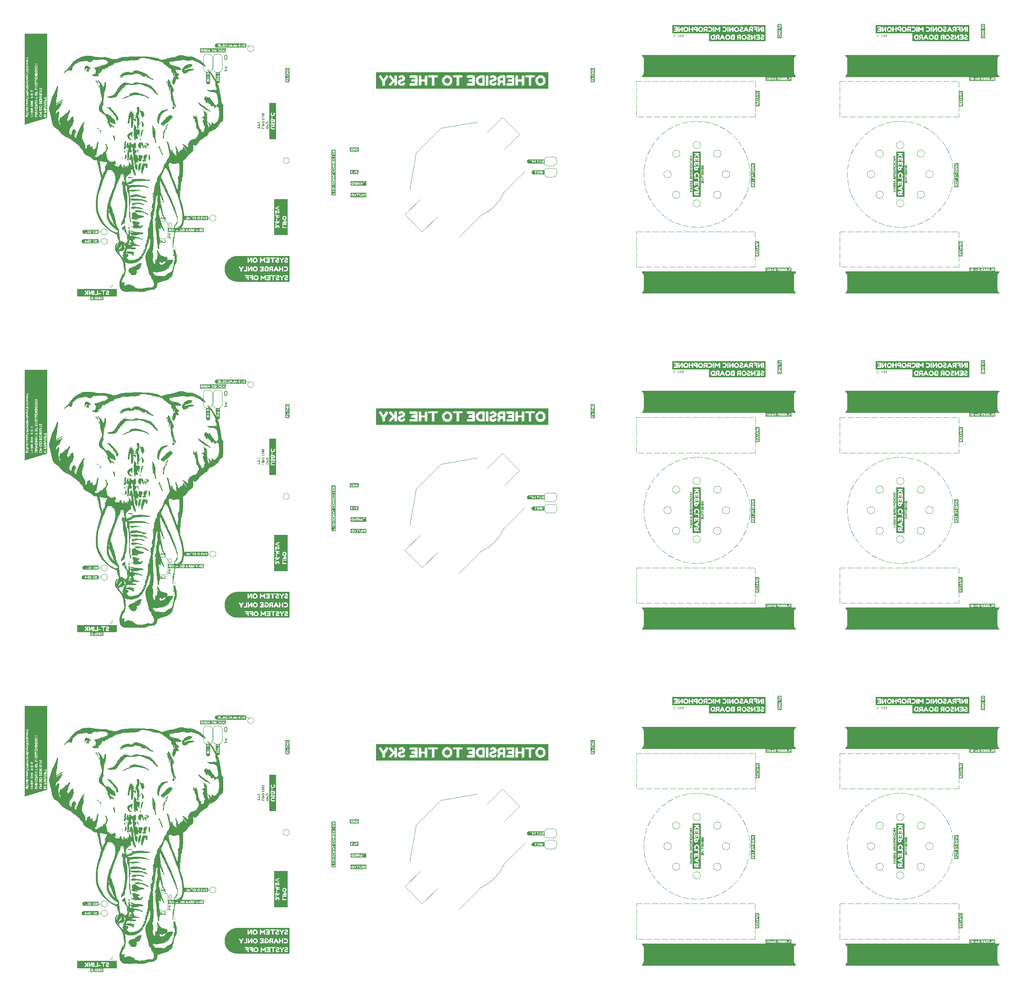
<source format=gbo>
%TF.GenerationSoftware,KiCad,Pcbnew,7.0.1-3b83917a11~172~ubuntu22.04.1*%
%TF.CreationDate,2023-05-08T15:20:00+02:00*%
%TF.ProjectId,panel,70616e65-6c2e-46b6-9963-61645f706362,C*%
%TF.SameCoordinates,Original*%
%TF.FileFunction,Legend,Bot*%
%TF.FilePolarity,Positive*%
%FSLAX46Y46*%
G04 Gerber Fmt 4.6, Leading zero omitted, Abs format (unit mm)*
G04 Created by KiCad (PCBNEW 7.0.1-3b83917a11~172~ubuntu22.04.1) date 2023-05-08 15:20:00*
%MOMM*%
%LPD*%
G01*
G04 APERTURE LIST*
%ADD10C,0.120000*%
%ADD11C,0.150000*%
%ADD12C,0.125000*%
%ADD13C,0.010000*%
G04 APERTURE END LIST*
D10*
X175350000Y-126000000D02*
X176670000Y-126000000D01*
X177150000Y-126000000D02*
X178470000Y-126000000D01*
X178950000Y-126000000D02*
X180270000Y-126000000D01*
X180750000Y-126000000D02*
X182070000Y-126000000D01*
X182550000Y-126000000D02*
X183870000Y-126000000D01*
X184350000Y-126000000D02*
X185670000Y-126000000D01*
X186150000Y-126000000D02*
X187470000Y-126000000D01*
X187950000Y-126000000D02*
X189270000Y-126000000D01*
X189750000Y-126000000D02*
X191070000Y-126000000D01*
X191550000Y-126000000D02*
X192870000Y-126000000D01*
X193350000Y-126000000D02*
X194670000Y-126000000D01*
X195150000Y-126000000D02*
X196470000Y-126000000D01*
X196950000Y-126000000D02*
X198270000Y-126000000D01*
X198750000Y-126000000D02*
X200070000Y-126000000D01*
X200550000Y-126000000D02*
X201870000Y-126000000D01*
X202250000Y-126000000D02*
X202250000Y-127320000D01*
X202250000Y-127800000D02*
X202250000Y-129120000D01*
X202250000Y-129600000D02*
X202250000Y-130920000D01*
X202250000Y-131400000D02*
X202250000Y-132720000D01*
X202250000Y-133200000D02*
X202250000Y-134000000D01*
X202250000Y-134000000D02*
X200930000Y-134000000D01*
X200450000Y-134000000D02*
X199130000Y-134000000D01*
X198650000Y-134000000D02*
X197330000Y-134000000D01*
X196850000Y-134000000D02*
X195530000Y-134000000D01*
X195050000Y-134000000D02*
X193730000Y-134000000D01*
X193250000Y-134000000D02*
X191930000Y-134000000D01*
X191450000Y-134000000D02*
X190130000Y-134000000D01*
X189650000Y-134000000D02*
X188330000Y-134000000D01*
X187850000Y-134000000D02*
X186530000Y-134000000D01*
X186050000Y-134000000D02*
X184730000Y-134000000D01*
X184250000Y-134000000D02*
X182930000Y-134000000D01*
X182450000Y-134000000D02*
X181130000Y-134000000D01*
X180650000Y-134000000D02*
X179330000Y-134000000D01*
X178850000Y-134000000D02*
X177530000Y-134000000D01*
X177050000Y-134000000D02*
X175730000Y-134000000D01*
X175350000Y-134000000D02*
X175350000Y-132680000D01*
X175350000Y-132200000D02*
X175350000Y-130880000D01*
X175350000Y-130400000D02*
X175350000Y-129080000D01*
X175350000Y-128600000D02*
X175350000Y-127280000D01*
X175350000Y-126800000D02*
X175350000Y-126000000D01*
X54375000Y-84025000D02*
X53725000Y-84025000D01*
X221300000Y-84000000D02*
X222620000Y-84000000D01*
X223100000Y-84000000D02*
X224420000Y-84000000D01*
X224900000Y-84000000D02*
X226220000Y-84000000D01*
X226700000Y-84000000D02*
X228020000Y-84000000D01*
X228500000Y-84000000D02*
X229820000Y-84000000D01*
X230300000Y-84000000D02*
X231620000Y-84000000D01*
X232100000Y-84000000D02*
X233420000Y-84000000D01*
X233900000Y-84000000D02*
X235220000Y-84000000D01*
X235700000Y-84000000D02*
X237020000Y-84000000D01*
X237500000Y-84000000D02*
X238820000Y-84000000D01*
X239300000Y-84000000D02*
X240620000Y-84000000D01*
X241100000Y-84000000D02*
X242420000Y-84000000D01*
X242900000Y-84000000D02*
X244220000Y-84000000D01*
X244700000Y-84000000D02*
X246020000Y-84000000D01*
X246500000Y-84000000D02*
X247820000Y-84000000D01*
X248200000Y-84000000D02*
X248200000Y-85320000D01*
X248200000Y-85800000D02*
X248200000Y-87120000D01*
X248200000Y-87600000D02*
X248200000Y-88920000D01*
X248200000Y-89400000D02*
X248200000Y-90720000D01*
X248200000Y-91200000D02*
X248200000Y-92000000D01*
X248200000Y-92000000D02*
X246880000Y-92000000D01*
X246400000Y-92000000D02*
X245080000Y-92000000D01*
X244600000Y-92000000D02*
X243280000Y-92000000D01*
X242800000Y-92000000D02*
X241480000Y-92000000D01*
X241000000Y-92000000D02*
X239680000Y-92000000D01*
X239200000Y-92000000D02*
X237880000Y-92000000D01*
X237400000Y-92000000D02*
X236080000Y-92000000D01*
X235600000Y-92000000D02*
X234280000Y-92000000D01*
X233800000Y-92000000D02*
X232480000Y-92000000D01*
X232000000Y-92000000D02*
X230680000Y-92000000D01*
X230200000Y-92000000D02*
X228880000Y-92000000D01*
X228400000Y-92000000D02*
X227080000Y-92000000D01*
X226600000Y-92000000D02*
X225280000Y-92000000D01*
X224800000Y-92000000D02*
X223480000Y-92000000D01*
X223000000Y-92000000D02*
X221680000Y-92000000D01*
X221300000Y-92000000D02*
X221300000Y-90680000D01*
X221300000Y-90200000D02*
X221300000Y-88880000D01*
X221300000Y-88400000D02*
X221300000Y-87080000D01*
X221300000Y-86600000D02*
X221300000Y-85280000D01*
X221300000Y-84800000D02*
X221300000Y-84000000D01*
X175350000Y-202000000D02*
X176670000Y-202000000D01*
X177150000Y-202000000D02*
X178470000Y-202000000D01*
X178950000Y-202000000D02*
X180270000Y-202000000D01*
X180750000Y-202000000D02*
X182070000Y-202000000D01*
X182550000Y-202000000D02*
X183870000Y-202000000D01*
X184350000Y-202000000D02*
X185670000Y-202000000D01*
X186150000Y-202000000D02*
X187470000Y-202000000D01*
X187950000Y-202000000D02*
X189270000Y-202000000D01*
X189750000Y-202000000D02*
X191070000Y-202000000D01*
X191550000Y-202000000D02*
X192870000Y-202000000D01*
X193350000Y-202000000D02*
X194670000Y-202000000D01*
X195150000Y-202000000D02*
X196470000Y-202000000D01*
X196950000Y-202000000D02*
X198270000Y-202000000D01*
X198750000Y-202000000D02*
X200070000Y-202000000D01*
X200550000Y-202000000D02*
X201870000Y-202000000D01*
X202250000Y-202000000D02*
X202250000Y-203320000D01*
X202250000Y-203800000D02*
X202250000Y-205120000D01*
X202250000Y-205600000D02*
X202250000Y-206920000D01*
X202250000Y-207400000D02*
X202250000Y-208720000D01*
X202250000Y-209200000D02*
X202250000Y-210000000D01*
X202250000Y-210000000D02*
X200930000Y-210000000D01*
X200450000Y-210000000D02*
X199130000Y-210000000D01*
X198650000Y-210000000D02*
X197330000Y-210000000D01*
X196850000Y-210000000D02*
X195530000Y-210000000D01*
X195050000Y-210000000D02*
X193730000Y-210000000D01*
X193250000Y-210000000D02*
X191930000Y-210000000D01*
X191450000Y-210000000D02*
X190130000Y-210000000D01*
X189650000Y-210000000D02*
X188330000Y-210000000D01*
X187850000Y-210000000D02*
X186530000Y-210000000D01*
X186050000Y-210000000D02*
X184730000Y-210000000D01*
X184250000Y-210000000D02*
X182930000Y-210000000D01*
X182450000Y-210000000D02*
X181130000Y-210000000D01*
X180650000Y-210000000D02*
X179330000Y-210000000D01*
X178850000Y-210000000D02*
X177530000Y-210000000D01*
X177050000Y-210000000D02*
X175730000Y-210000000D01*
X175350000Y-210000000D02*
X175350000Y-208680000D01*
X175350000Y-208200000D02*
X175350000Y-206880000D01*
X175350000Y-206400000D02*
X175350000Y-205080000D01*
X175350000Y-204600000D02*
X175350000Y-203280000D01*
X175350000Y-202800000D02*
X175350000Y-202000000D01*
X235000000Y-135000000D02*
X236317339Y-135072526D01*
X236793257Y-135134747D02*
X238084966Y-135403320D01*
X238546242Y-135535962D02*
X239783311Y-135994550D01*
X240219586Y-136194634D02*
X241374234Y-136832938D01*
X241775709Y-137095972D02*
X242822005Y-137899657D01*
X243179665Y-138219733D02*
X244094110Y-139170750D01*
X244399922Y-139540680D02*
X245161982Y-140617671D01*
X245409078Y-141029147D02*
X246001637Y-142207925D01*
X246184469Y-142651706D02*
X246594219Y-143905799D01*
X246708680Y-144371919D02*
X246926420Y-145673162D01*
X246969939Y-146151153D02*
X246990779Y-147470323D01*
X246962380Y-147949450D02*
X246785851Y-149256922D01*
X246686171Y-149726425D02*
X246316239Y-150992834D01*
X246147516Y-151442169D02*
X245592488Y-152639077D01*
X245358512Y-153058153D02*
X244630852Y-154158678D01*
X244336878Y-154538083D02*
X243452929Y-155517510D01*
X243105558Y-155848724D02*
X242085171Y-156685058D01*
X241692204Y-156960642D02*
X240558295Y-157635100D01*
X240128558Y-157848865D02*
X238906592Y-158346300D01*
X238449736Y-158493446D02*
X237167155Y-158802687D01*
X236693440Y-158879909D02*
X235379048Y-158994011D01*
X234899113Y-158999575D02*
X233582429Y-158915976D01*
X233107051Y-158849757D02*
X231817646Y-158570333D01*
X231357501Y-158433818D02*
X230124331Y-157964846D01*
X229689754Y-157761100D02*
X228540513Y-157113112D01*
X228141264Y-156846712D02*
X227101762Y-156034259D01*
X226746806Y-155711187D02*
X225840388Y-154752516D01*
X225537696Y-154380028D02*
X224784719Y-153296668D01*
X224541090Y-152883129D02*
X223958463Y-151699411D01*
X223779369Y-151254108D02*
X223380176Y-149996615D01*
X223269638Y-149529549D02*
X223062846Y-148226522D01*
X223023346Y-147748182D02*
X223013598Y-146428883D01*
X223046024Y-145950012D02*
X223233539Y-144644071D01*
X223337163Y-144175422D02*
X223717729Y-142912167D01*
X223890223Y-142464267D02*
X224455295Y-141272068D01*
X224692786Y-140854974D02*
X225429672Y-139760605D01*
X225726826Y-139383685D02*
X226618978Y-138411724D01*
X226969121Y-138083442D02*
X227996504Y-137255717D01*
X228391773Y-136983446D02*
X229531313Y-136318545D01*
X229962831Y-136108400D02*
X231188937Y-135621256D01*
X231647014Y-135477956D02*
X232932149Y-135179509D01*
X233406497Y-135106272D02*
X234721801Y-135003225D01*
X189000000Y-135000000D02*
X190317339Y-135072526D01*
X190793257Y-135134747D02*
X192084966Y-135403320D01*
X192546242Y-135535962D02*
X193783311Y-135994550D01*
X194219586Y-136194634D02*
X195374234Y-136832938D01*
X195775709Y-137095972D02*
X196822005Y-137899657D01*
X197179665Y-138219733D02*
X198094110Y-139170750D01*
X198399922Y-139540680D02*
X199161982Y-140617671D01*
X199409078Y-141029147D02*
X200001637Y-142207925D01*
X200184469Y-142651706D02*
X200594219Y-143905799D01*
X200708680Y-144371919D02*
X200926420Y-145673162D01*
X200969939Y-146151153D02*
X200990779Y-147470323D01*
X200962380Y-147949450D02*
X200785851Y-149256922D01*
X200686171Y-149726425D02*
X200316239Y-150992834D01*
X200147516Y-151442169D02*
X199592488Y-152639077D01*
X199358512Y-153058153D02*
X198630852Y-154158678D01*
X198336878Y-154538083D02*
X197452929Y-155517510D01*
X197105558Y-155848724D02*
X196085171Y-156685058D01*
X195692204Y-156960642D02*
X194558295Y-157635100D01*
X194128558Y-157848865D02*
X192906592Y-158346300D01*
X192449736Y-158493446D02*
X191167155Y-158802687D01*
X190693440Y-158879909D02*
X189379048Y-158994011D01*
X188899113Y-158999575D02*
X187582429Y-158915976D01*
X187107051Y-158849757D02*
X185817646Y-158570333D01*
X185357501Y-158433818D02*
X184124331Y-157964846D01*
X183689754Y-157761100D02*
X182540513Y-157113112D01*
X182141264Y-156846712D02*
X181101762Y-156034259D01*
X180746806Y-155711187D02*
X179840388Y-154752516D01*
X179537696Y-154380028D02*
X178784719Y-153296668D01*
X178541090Y-152883129D02*
X177958463Y-151699411D01*
X177779369Y-151254108D02*
X177380176Y-149996615D01*
X177269638Y-149529549D02*
X177062846Y-148226522D01*
X177023346Y-147748182D02*
X177013598Y-146428883D01*
X177046024Y-145950012D02*
X177233539Y-144644071D01*
X177337163Y-144175422D02*
X177717729Y-142912167D01*
X177890223Y-142464267D02*
X178455295Y-141272068D01*
X178692786Y-140854974D02*
X179429672Y-139760605D01*
X179726826Y-139383685D02*
X180618978Y-138411724D01*
X180969121Y-138083442D02*
X181996504Y-137255717D01*
X182391773Y-136983446D02*
X183531313Y-136318545D01*
X183962831Y-136108400D02*
X185188937Y-135621256D01*
X185647014Y-135477956D02*
X186932149Y-135179509D01*
X187406497Y-135106272D02*
X188721801Y-135003225D01*
X87100000Y-193900000D02*
X87400000Y-193900000D01*
X221350000Y-202000000D02*
X222670000Y-202000000D01*
X223150000Y-202000000D02*
X224470000Y-202000000D01*
X224950000Y-202000000D02*
X226270000Y-202000000D01*
X226750000Y-202000000D02*
X228070000Y-202000000D01*
X228550000Y-202000000D02*
X229870000Y-202000000D01*
X230350000Y-202000000D02*
X231670000Y-202000000D01*
X232150000Y-202000000D02*
X233470000Y-202000000D01*
X233950000Y-202000000D02*
X235270000Y-202000000D01*
X235750000Y-202000000D02*
X237070000Y-202000000D01*
X237550000Y-202000000D02*
X238870000Y-202000000D01*
X239350000Y-202000000D02*
X240670000Y-202000000D01*
X241150000Y-202000000D02*
X242470000Y-202000000D01*
X242950000Y-202000000D02*
X244270000Y-202000000D01*
X244750000Y-202000000D02*
X246070000Y-202000000D01*
X246550000Y-202000000D02*
X247870000Y-202000000D01*
X248250000Y-202000000D02*
X248250000Y-203320000D01*
X248250000Y-203800000D02*
X248250000Y-205120000D01*
X248250000Y-205600000D02*
X248250000Y-206920000D01*
X248250000Y-207400000D02*
X248250000Y-208720000D01*
X248250000Y-209200000D02*
X248250000Y-210000000D01*
X248250000Y-210000000D02*
X246930000Y-210000000D01*
X246450000Y-210000000D02*
X245130000Y-210000000D01*
X244650000Y-210000000D02*
X243330000Y-210000000D01*
X242850000Y-210000000D02*
X241530000Y-210000000D01*
X241050000Y-210000000D02*
X239730000Y-210000000D01*
X239250000Y-210000000D02*
X237930000Y-210000000D01*
X237450000Y-210000000D02*
X236130000Y-210000000D01*
X235650000Y-210000000D02*
X234330000Y-210000000D01*
X233850000Y-210000000D02*
X232530000Y-210000000D01*
X232050000Y-210000000D02*
X230730000Y-210000000D01*
X230250000Y-210000000D02*
X228930000Y-210000000D01*
X228450000Y-210000000D02*
X227130000Y-210000000D01*
X226650000Y-210000000D02*
X225330000Y-210000000D01*
X224850000Y-210000000D02*
X223530000Y-210000000D01*
X223050000Y-210000000D02*
X221730000Y-210000000D01*
X221350000Y-210000000D02*
X221350000Y-208680000D01*
X221350000Y-208200000D02*
X221350000Y-206880000D01*
X221350000Y-206400000D02*
X221350000Y-205080000D01*
X221350000Y-204600000D02*
X221350000Y-203280000D01*
X221350000Y-202800000D02*
X221350000Y-202000000D01*
X189000000Y-211000000D02*
X190317339Y-211072526D01*
X190793257Y-211134747D02*
X192084966Y-211403320D01*
X192546242Y-211535962D02*
X193783311Y-211994550D01*
X194219586Y-212194634D02*
X195374234Y-212832938D01*
X195775709Y-213095972D02*
X196822005Y-213899657D01*
X197179665Y-214219733D02*
X198094110Y-215170750D01*
X198399922Y-215540680D02*
X199161982Y-216617671D01*
X199409078Y-217029147D02*
X200001637Y-218207925D01*
X200184469Y-218651706D02*
X200594219Y-219905799D01*
X200708680Y-220371919D02*
X200926420Y-221673162D01*
X200969939Y-222151153D02*
X200990779Y-223470323D01*
X200962380Y-223949450D02*
X200785851Y-225256922D01*
X200686171Y-225726425D02*
X200316239Y-226992834D01*
X200147516Y-227442169D02*
X199592488Y-228639077D01*
X199358512Y-229058153D02*
X198630852Y-230158678D01*
X198336878Y-230538083D02*
X197452929Y-231517510D01*
X197105558Y-231848724D02*
X196085171Y-232685058D01*
X195692204Y-232960642D02*
X194558295Y-233635100D01*
X194128558Y-233848865D02*
X192906592Y-234346300D01*
X192449736Y-234493446D02*
X191167155Y-234802687D01*
X190693440Y-234879909D02*
X189379048Y-234994011D01*
X188899113Y-234999575D02*
X187582429Y-234915976D01*
X187107051Y-234849757D02*
X185817646Y-234570333D01*
X185357501Y-234433818D02*
X184124331Y-233964846D01*
X183689754Y-233761100D02*
X182540513Y-233113112D01*
X182141264Y-232846712D02*
X181101762Y-232034259D01*
X180746806Y-231711187D02*
X179840388Y-230752516D01*
X179537696Y-230380028D02*
X178784719Y-229296668D01*
X178541090Y-228883129D02*
X177958463Y-227699411D01*
X177779369Y-227254108D02*
X177380176Y-225996615D01*
X177269638Y-225529549D02*
X177062846Y-224226522D01*
X177023346Y-223748182D02*
X177013598Y-222428883D01*
X177046024Y-221950012D02*
X177233539Y-220644071D01*
X177337163Y-220175422D02*
X177717729Y-218912167D01*
X177890223Y-218464267D02*
X178455295Y-217272068D01*
X178692786Y-216854974D02*
X179429672Y-215760605D01*
X179726826Y-215383685D02*
X180618978Y-214411724D01*
X180969121Y-214083442D02*
X181996504Y-213255717D01*
X182391773Y-212983446D02*
X183531313Y-212318545D01*
X183962831Y-212108400D02*
X185188937Y-211621256D01*
X185647014Y-211477956D02*
X186932149Y-211179509D01*
X187406497Y-211106272D02*
X188721801Y-211003225D01*
X87100000Y-117900000D02*
X87400000Y-117900000D01*
X235000000Y-211000000D02*
X236317339Y-211072526D01*
X236793257Y-211134747D02*
X238084966Y-211403320D01*
X238546242Y-211535962D02*
X239783311Y-211994550D01*
X240219586Y-212194634D02*
X241374234Y-212832938D01*
X241775709Y-213095972D02*
X242822005Y-213899657D01*
X243179665Y-214219733D02*
X244094110Y-215170750D01*
X244399922Y-215540680D02*
X245161982Y-216617671D01*
X245409078Y-217029147D02*
X246001637Y-218207925D01*
X246184469Y-218651706D02*
X246594219Y-219905799D01*
X246708680Y-220371919D02*
X246926420Y-221673162D01*
X246969939Y-222151153D02*
X246990779Y-223470323D01*
X246962380Y-223949450D02*
X246785851Y-225256922D01*
X246686171Y-225726425D02*
X246316239Y-226992834D01*
X246147516Y-227442169D02*
X245592488Y-228639077D01*
X245358512Y-229058153D02*
X244630852Y-230158678D01*
X244336878Y-230538083D02*
X243452929Y-231517510D01*
X243105558Y-231848724D02*
X242085171Y-232685058D01*
X241692204Y-232960642D02*
X240558295Y-233635100D01*
X240128558Y-233848865D02*
X238906592Y-234346300D01*
X238449736Y-234493446D02*
X237167155Y-234802687D01*
X236693440Y-234879909D02*
X235379048Y-234994011D01*
X234899113Y-234999575D02*
X233582429Y-234915976D01*
X233107051Y-234849757D02*
X231817646Y-234570333D01*
X231357501Y-234433818D02*
X230124331Y-233964846D01*
X229689754Y-233761100D02*
X228540513Y-233113112D01*
X228141264Y-232846712D02*
X227101762Y-232034259D01*
X226746806Y-231711187D02*
X225840388Y-230752516D01*
X225537696Y-230380028D02*
X224784719Y-229296668D01*
X224541090Y-228883129D02*
X223958463Y-227699411D01*
X223779369Y-227254108D02*
X223380176Y-225996615D01*
X223269638Y-225529549D02*
X223062846Y-224226522D01*
X223023346Y-223748182D02*
X223013598Y-222428883D01*
X223046024Y-221950012D02*
X223233539Y-220644071D01*
X223337163Y-220175422D02*
X223717729Y-218912167D01*
X223890223Y-218464267D02*
X224455295Y-217272068D01*
X224692786Y-216854974D02*
X225429672Y-215760605D01*
X225726826Y-215383685D02*
X226618978Y-214411724D01*
X226969121Y-214083442D02*
X227996504Y-213255717D01*
X228391773Y-212983446D02*
X229531313Y-212318545D01*
X229962831Y-212108400D02*
X231188937Y-211621256D01*
X231647014Y-211477956D02*
X232932149Y-211179509D01*
X233406497Y-211106272D02*
X234721801Y-211003225D01*
X78900000Y-232900000D02*
X78500000Y-232900000D01*
X87100000Y-41900000D02*
X87400000Y-41900000D01*
X221350000Y-50000000D02*
X222670000Y-50000000D01*
X223150000Y-50000000D02*
X224470000Y-50000000D01*
X224950000Y-50000000D02*
X226270000Y-50000000D01*
X226750000Y-50000000D02*
X228070000Y-50000000D01*
X228550000Y-50000000D02*
X229870000Y-50000000D01*
X230350000Y-50000000D02*
X231670000Y-50000000D01*
X232150000Y-50000000D02*
X233470000Y-50000000D01*
X233950000Y-50000000D02*
X235270000Y-50000000D01*
X235750000Y-50000000D02*
X237070000Y-50000000D01*
X237550000Y-50000000D02*
X238870000Y-50000000D01*
X239350000Y-50000000D02*
X240670000Y-50000000D01*
X241150000Y-50000000D02*
X242470000Y-50000000D01*
X242950000Y-50000000D02*
X244270000Y-50000000D01*
X244750000Y-50000000D02*
X246070000Y-50000000D01*
X246550000Y-50000000D02*
X247870000Y-50000000D01*
X248250000Y-50000000D02*
X248250000Y-51320000D01*
X248250000Y-51800000D02*
X248250000Y-53120000D01*
X248250000Y-53600000D02*
X248250000Y-54920000D01*
X248250000Y-55400000D02*
X248250000Y-56720000D01*
X248250000Y-57200000D02*
X248250000Y-58000000D01*
X248250000Y-58000000D02*
X246930000Y-58000000D01*
X246450000Y-58000000D02*
X245130000Y-58000000D01*
X244650000Y-58000000D02*
X243330000Y-58000000D01*
X242850000Y-58000000D02*
X241530000Y-58000000D01*
X241050000Y-58000000D02*
X239730000Y-58000000D01*
X239250000Y-58000000D02*
X237930000Y-58000000D01*
X237450000Y-58000000D02*
X236130000Y-58000000D01*
X235650000Y-58000000D02*
X234330000Y-58000000D01*
X233850000Y-58000000D02*
X232530000Y-58000000D01*
X232050000Y-58000000D02*
X230730000Y-58000000D01*
X230250000Y-58000000D02*
X228930000Y-58000000D01*
X228450000Y-58000000D02*
X227130000Y-58000000D01*
X226650000Y-58000000D02*
X225330000Y-58000000D01*
X224850000Y-58000000D02*
X223530000Y-58000000D01*
X223050000Y-58000000D02*
X221730000Y-58000000D01*
X221350000Y-58000000D02*
X221350000Y-56680000D01*
X221350000Y-56200000D02*
X221350000Y-54880000D01*
X221350000Y-54400000D02*
X221350000Y-53080000D01*
X221350000Y-52600000D02*
X221350000Y-51280000D01*
X221350000Y-50800000D02*
X221350000Y-50000000D01*
X235000000Y-59000000D02*
X236317339Y-59072526D01*
X236793257Y-59134747D02*
X238084966Y-59403320D01*
X238546242Y-59535962D02*
X239783311Y-59994550D01*
X240219586Y-60194634D02*
X241374234Y-60832938D01*
X241775709Y-61095972D02*
X242822005Y-61899657D01*
X243179665Y-62219733D02*
X244094110Y-63170750D01*
X244399922Y-63540680D02*
X245161982Y-64617671D01*
X245409078Y-65029147D02*
X246001637Y-66207925D01*
X246184469Y-66651706D02*
X246594219Y-67905799D01*
X246708680Y-68371919D02*
X246926420Y-69673162D01*
X246969939Y-70151153D02*
X246990779Y-71470323D01*
X246962380Y-71949450D02*
X246785851Y-73256922D01*
X246686171Y-73726425D02*
X246316239Y-74992834D01*
X246147516Y-75442169D02*
X245592488Y-76639077D01*
X245358512Y-77058153D02*
X244630852Y-78158678D01*
X244336878Y-78538083D02*
X243452929Y-79517510D01*
X243105558Y-79848724D02*
X242085171Y-80685058D01*
X241692204Y-80960642D02*
X240558295Y-81635100D01*
X240128558Y-81848865D02*
X238906592Y-82346300D01*
X238449736Y-82493446D02*
X237167155Y-82802687D01*
X236693440Y-82879909D02*
X235379048Y-82994011D01*
X234899113Y-82999575D02*
X233582429Y-82915976D01*
X233107051Y-82849757D02*
X231817646Y-82570333D01*
X231357501Y-82433818D02*
X230124331Y-81964846D01*
X229689754Y-81761100D02*
X228540513Y-81113112D01*
X228141264Y-80846712D02*
X227101762Y-80034259D01*
X226746806Y-79711187D02*
X225840388Y-78752516D01*
X225537696Y-78380028D02*
X224784719Y-77296668D01*
X224541090Y-76883129D02*
X223958463Y-75699411D01*
X223779369Y-75254108D02*
X223380176Y-73996615D01*
X223269638Y-73529549D02*
X223062846Y-72226522D01*
X223023346Y-71748182D02*
X223013598Y-70428883D01*
X223046024Y-69950012D02*
X223233539Y-68644071D01*
X223337163Y-68175422D02*
X223717729Y-66912167D01*
X223890223Y-66464267D02*
X224455295Y-65272068D01*
X224692786Y-64854974D02*
X225429672Y-63760605D01*
X225726826Y-63383685D02*
X226618978Y-62411724D01*
X226969121Y-62083442D02*
X227996504Y-61255717D01*
X228391773Y-60983446D02*
X229531313Y-60318545D01*
X229962831Y-60108400D02*
X231188937Y-59621256D01*
X231647014Y-59477956D02*
X232932149Y-59179509D01*
X233406497Y-59106272D02*
X234721801Y-59003225D01*
X54375000Y-236025000D02*
X53725000Y-236025000D01*
X54375000Y-86175000D02*
X53800000Y-86175000D01*
X78900000Y-80900000D02*
X78500000Y-80900000D01*
X221300000Y-236000000D02*
X222620000Y-236000000D01*
X223100000Y-236000000D02*
X224420000Y-236000000D01*
X224900000Y-236000000D02*
X226220000Y-236000000D01*
X226700000Y-236000000D02*
X228020000Y-236000000D01*
X228500000Y-236000000D02*
X229820000Y-236000000D01*
X230300000Y-236000000D02*
X231620000Y-236000000D01*
X232100000Y-236000000D02*
X233420000Y-236000000D01*
X233900000Y-236000000D02*
X235220000Y-236000000D01*
X235700000Y-236000000D02*
X237020000Y-236000000D01*
X237500000Y-236000000D02*
X238820000Y-236000000D01*
X239300000Y-236000000D02*
X240620000Y-236000000D01*
X241100000Y-236000000D02*
X242420000Y-236000000D01*
X242900000Y-236000000D02*
X244220000Y-236000000D01*
X244700000Y-236000000D02*
X246020000Y-236000000D01*
X246500000Y-236000000D02*
X247820000Y-236000000D01*
X248200000Y-236000000D02*
X248200000Y-237320000D01*
X248200000Y-237800000D02*
X248200000Y-239120000D01*
X248200000Y-239600000D02*
X248200000Y-240920000D01*
X248200000Y-241400000D02*
X248200000Y-242720000D01*
X248200000Y-243200000D02*
X248200000Y-244000000D01*
X248200000Y-244000000D02*
X246880000Y-244000000D01*
X246400000Y-244000000D02*
X245080000Y-244000000D01*
X244600000Y-244000000D02*
X243280000Y-244000000D01*
X242800000Y-244000000D02*
X241480000Y-244000000D01*
X241000000Y-244000000D02*
X239680000Y-244000000D01*
X239200000Y-244000000D02*
X237880000Y-244000000D01*
X237400000Y-244000000D02*
X236080000Y-244000000D01*
X235600000Y-244000000D02*
X234280000Y-244000000D01*
X233800000Y-244000000D02*
X232480000Y-244000000D01*
X232000000Y-244000000D02*
X230680000Y-244000000D01*
X230200000Y-244000000D02*
X228880000Y-244000000D01*
X228400000Y-244000000D02*
X227080000Y-244000000D01*
X226600000Y-244000000D02*
X225280000Y-244000000D01*
X224800000Y-244000000D02*
X223480000Y-244000000D01*
X223000000Y-244000000D02*
X221680000Y-244000000D01*
X221300000Y-244000000D02*
X221300000Y-242680000D01*
X221300000Y-242200000D02*
X221300000Y-240880000D01*
X221300000Y-240400000D02*
X221300000Y-239080000D01*
X221300000Y-238600000D02*
X221300000Y-237280000D01*
X221300000Y-236800000D02*
X221300000Y-236000000D01*
X87400000Y-117900000D02*
X87700000Y-118100000D01*
X175350000Y-50000000D02*
X176670000Y-50000000D01*
X177150000Y-50000000D02*
X178470000Y-50000000D01*
X178950000Y-50000000D02*
X180270000Y-50000000D01*
X180750000Y-50000000D02*
X182070000Y-50000000D01*
X182550000Y-50000000D02*
X183870000Y-50000000D01*
X184350000Y-50000000D02*
X185670000Y-50000000D01*
X186150000Y-50000000D02*
X187470000Y-50000000D01*
X187950000Y-50000000D02*
X189270000Y-50000000D01*
X189750000Y-50000000D02*
X191070000Y-50000000D01*
X191550000Y-50000000D02*
X192870000Y-50000000D01*
X193350000Y-50000000D02*
X194670000Y-50000000D01*
X195150000Y-50000000D02*
X196470000Y-50000000D01*
X196950000Y-50000000D02*
X198270000Y-50000000D01*
X198750000Y-50000000D02*
X200070000Y-50000000D01*
X200550000Y-50000000D02*
X201870000Y-50000000D01*
X202250000Y-50000000D02*
X202250000Y-51320000D01*
X202250000Y-51800000D02*
X202250000Y-53120000D01*
X202250000Y-53600000D02*
X202250000Y-54920000D01*
X202250000Y-55400000D02*
X202250000Y-56720000D01*
X202250000Y-57200000D02*
X202250000Y-58000000D01*
X202250000Y-58000000D02*
X200930000Y-58000000D01*
X200450000Y-58000000D02*
X199130000Y-58000000D01*
X198650000Y-58000000D02*
X197330000Y-58000000D01*
X196850000Y-58000000D02*
X195530000Y-58000000D01*
X195050000Y-58000000D02*
X193730000Y-58000000D01*
X193250000Y-58000000D02*
X191930000Y-58000000D01*
X191450000Y-58000000D02*
X190130000Y-58000000D01*
X189650000Y-58000000D02*
X188330000Y-58000000D01*
X187850000Y-58000000D02*
X186530000Y-58000000D01*
X186050000Y-58000000D02*
X184730000Y-58000000D01*
X184250000Y-58000000D02*
X182930000Y-58000000D01*
X182450000Y-58000000D02*
X181130000Y-58000000D01*
X180650000Y-58000000D02*
X179330000Y-58000000D01*
X178850000Y-58000000D02*
X177530000Y-58000000D01*
X177050000Y-58000000D02*
X175730000Y-58000000D01*
X175350000Y-58000000D02*
X175350000Y-56680000D01*
X175350000Y-56200000D02*
X175350000Y-54880000D01*
X175350000Y-54400000D02*
X175350000Y-53080000D01*
X175350000Y-52600000D02*
X175350000Y-51280000D01*
X175350000Y-50800000D02*
X175350000Y-50000000D01*
X175300000Y-160000000D02*
X176620000Y-160000000D01*
X177100000Y-160000000D02*
X178420000Y-160000000D01*
X178900000Y-160000000D02*
X180220000Y-160000000D01*
X180700000Y-160000000D02*
X182020000Y-160000000D01*
X182500000Y-160000000D02*
X183820000Y-160000000D01*
X184300000Y-160000000D02*
X185620000Y-160000000D01*
X186100000Y-160000000D02*
X187420000Y-160000000D01*
X187900000Y-160000000D02*
X189220000Y-160000000D01*
X189700000Y-160000000D02*
X191020000Y-160000000D01*
X191500000Y-160000000D02*
X192820000Y-160000000D01*
X193300000Y-160000000D02*
X194620000Y-160000000D01*
X195100000Y-160000000D02*
X196420000Y-160000000D01*
X196900000Y-160000000D02*
X198220000Y-160000000D01*
X198700000Y-160000000D02*
X200020000Y-160000000D01*
X200500000Y-160000000D02*
X201820000Y-160000000D01*
X202200000Y-160000000D02*
X202200000Y-161320000D01*
X202200000Y-161800000D02*
X202200000Y-163120000D01*
X202200000Y-163600000D02*
X202200000Y-164920000D01*
X202200000Y-165400000D02*
X202200000Y-166720000D01*
X202200000Y-167200000D02*
X202200000Y-168000000D01*
X202200000Y-168000000D02*
X200880000Y-168000000D01*
X200400000Y-168000000D02*
X199080000Y-168000000D01*
X198600000Y-168000000D02*
X197280000Y-168000000D01*
X196800000Y-168000000D02*
X195480000Y-168000000D01*
X195000000Y-168000000D02*
X193680000Y-168000000D01*
X193200000Y-168000000D02*
X191880000Y-168000000D01*
X191400000Y-168000000D02*
X190080000Y-168000000D01*
X189600000Y-168000000D02*
X188280000Y-168000000D01*
X187800000Y-168000000D02*
X186480000Y-168000000D01*
X186000000Y-168000000D02*
X184680000Y-168000000D01*
X184200000Y-168000000D02*
X182880000Y-168000000D01*
X182400000Y-168000000D02*
X181080000Y-168000000D01*
X180600000Y-168000000D02*
X179280000Y-168000000D01*
X178800000Y-168000000D02*
X177480000Y-168000000D01*
X177000000Y-168000000D02*
X175680000Y-168000000D01*
X175300000Y-168000000D02*
X175300000Y-166680000D01*
X175300000Y-166200000D02*
X175300000Y-164880000D01*
X175300000Y-164400000D02*
X175300000Y-163080000D01*
X175300000Y-162600000D02*
X175300000Y-161280000D01*
X175300000Y-160800000D02*
X175300000Y-160000000D01*
X54375000Y-162175000D02*
X53800000Y-162175000D01*
X87400000Y-41900000D02*
X87700000Y-42100000D01*
X54375000Y-238175000D02*
X53800000Y-238175000D01*
X54375000Y-160025000D02*
X53725000Y-160025000D01*
X221300000Y-160000000D02*
X222620000Y-160000000D01*
X223100000Y-160000000D02*
X224420000Y-160000000D01*
X224900000Y-160000000D02*
X226220000Y-160000000D01*
X226700000Y-160000000D02*
X228020000Y-160000000D01*
X228500000Y-160000000D02*
X229820000Y-160000000D01*
X230300000Y-160000000D02*
X231620000Y-160000000D01*
X232100000Y-160000000D02*
X233420000Y-160000000D01*
X233900000Y-160000000D02*
X235220000Y-160000000D01*
X235700000Y-160000000D02*
X237020000Y-160000000D01*
X237500000Y-160000000D02*
X238820000Y-160000000D01*
X239300000Y-160000000D02*
X240620000Y-160000000D01*
X241100000Y-160000000D02*
X242420000Y-160000000D01*
X242900000Y-160000000D02*
X244220000Y-160000000D01*
X244700000Y-160000000D02*
X246020000Y-160000000D01*
X246500000Y-160000000D02*
X247820000Y-160000000D01*
X248200000Y-160000000D02*
X248200000Y-161320000D01*
X248200000Y-161800000D02*
X248200000Y-163120000D01*
X248200000Y-163600000D02*
X248200000Y-164920000D01*
X248200000Y-165400000D02*
X248200000Y-166720000D01*
X248200000Y-167200000D02*
X248200000Y-168000000D01*
X248200000Y-168000000D02*
X246880000Y-168000000D01*
X246400000Y-168000000D02*
X245080000Y-168000000D01*
X244600000Y-168000000D02*
X243280000Y-168000000D01*
X242800000Y-168000000D02*
X241480000Y-168000000D01*
X241000000Y-168000000D02*
X239680000Y-168000000D01*
X239200000Y-168000000D02*
X237880000Y-168000000D01*
X237400000Y-168000000D02*
X236080000Y-168000000D01*
X235600000Y-168000000D02*
X234280000Y-168000000D01*
X233800000Y-168000000D02*
X232480000Y-168000000D01*
X232000000Y-168000000D02*
X230680000Y-168000000D01*
X230200000Y-168000000D02*
X228880000Y-168000000D01*
X228400000Y-168000000D02*
X227080000Y-168000000D01*
X226600000Y-168000000D02*
X225280000Y-168000000D01*
X224800000Y-168000000D02*
X223480000Y-168000000D01*
X223000000Y-168000000D02*
X221680000Y-168000000D01*
X221300000Y-168000000D02*
X221300000Y-166680000D01*
X221300000Y-166200000D02*
X221300000Y-164880000D01*
X221300000Y-164400000D02*
X221300000Y-163080000D01*
X221300000Y-162600000D02*
X221300000Y-161280000D01*
X221300000Y-160800000D02*
X221300000Y-160000000D01*
X175300000Y-84000000D02*
X176620000Y-84000000D01*
X177100000Y-84000000D02*
X178420000Y-84000000D01*
X178900000Y-84000000D02*
X180220000Y-84000000D01*
X180700000Y-84000000D02*
X182020000Y-84000000D01*
X182500000Y-84000000D02*
X183820000Y-84000000D01*
X184300000Y-84000000D02*
X185620000Y-84000000D01*
X186100000Y-84000000D02*
X187420000Y-84000000D01*
X187900000Y-84000000D02*
X189220000Y-84000000D01*
X189700000Y-84000000D02*
X191020000Y-84000000D01*
X191500000Y-84000000D02*
X192820000Y-84000000D01*
X193300000Y-84000000D02*
X194620000Y-84000000D01*
X195100000Y-84000000D02*
X196420000Y-84000000D01*
X196900000Y-84000000D02*
X198220000Y-84000000D01*
X198700000Y-84000000D02*
X200020000Y-84000000D01*
X200500000Y-84000000D02*
X201820000Y-84000000D01*
X202200000Y-84000000D02*
X202200000Y-85320000D01*
X202200000Y-85800000D02*
X202200000Y-87120000D01*
X202200000Y-87600000D02*
X202200000Y-88920000D01*
X202200000Y-89400000D02*
X202200000Y-90720000D01*
X202200000Y-91200000D02*
X202200000Y-92000000D01*
X202200000Y-92000000D02*
X200880000Y-92000000D01*
X200400000Y-92000000D02*
X199080000Y-92000000D01*
X198600000Y-92000000D02*
X197280000Y-92000000D01*
X196800000Y-92000000D02*
X195480000Y-92000000D01*
X195000000Y-92000000D02*
X193680000Y-92000000D01*
X193200000Y-92000000D02*
X191880000Y-92000000D01*
X191400000Y-92000000D02*
X190080000Y-92000000D01*
X189600000Y-92000000D02*
X188280000Y-92000000D01*
X187800000Y-92000000D02*
X186480000Y-92000000D01*
X186000000Y-92000000D02*
X184680000Y-92000000D01*
X184200000Y-92000000D02*
X182880000Y-92000000D01*
X182400000Y-92000000D02*
X181080000Y-92000000D01*
X180600000Y-92000000D02*
X179280000Y-92000000D01*
X178800000Y-92000000D02*
X177480000Y-92000000D01*
X177000000Y-92000000D02*
X175680000Y-92000000D01*
X175300000Y-92000000D02*
X175300000Y-90680000D01*
X175300000Y-90200000D02*
X175300000Y-88880000D01*
X175300000Y-88400000D02*
X175300000Y-87080000D01*
X175300000Y-86600000D02*
X175300000Y-85280000D01*
X175300000Y-84800000D02*
X175300000Y-84000000D01*
X175300000Y-236000000D02*
X176620000Y-236000000D01*
X177100000Y-236000000D02*
X178420000Y-236000000D01*
X178900000Y-236000000D02*
X180220000Y-236000000D01*
X180700000Y-236000000D02*
X182020000Y-236000000D01*
X182500000Y-236000000D02*
X183820000Y-236000000D01*
X184300000Y-236000000D02*
X185620000Y-236000000D01*
X186100000Y-236000000D02*
X187420000Y-236000000D01*
X187900000Y-236000000D02*
X189220000Y-236000000D01*
X189700000Y-236000000D02*
X191020000Y-236000000D01*
X191500000Y-236000000D02*
X192820000Y-236000000D01*
X193300000Y-236000000D02*
X194620000Y-236000000D01*
X195100000Y-236000000D02*
X196420000Y-236000000D01*
X196900000Y-236000000D02*
X198220000Y-236000000D01*
X198700000Y-236000000D02*
X200020000Y-236000000D01*
X200500000Y-236000000D02*
X201820000Y-236000000D01*
X202200000Y-236000000D02*
X202200000Y-237320000D01*
X202200000Y-237800000D02*
X202200000Y-239120000D01*
X202200000Y-239600000D02*
X202200000Y-240920000D01*
X202200000Y-241400000D02*
X202200000Y-242720000D01*
X202200000Y-243200000D02*
X202200000Y-244000000D01*
X202200000Y-244000000D02*
X200880000Y-244000000D01*
X200400000Y-244000000D02*
X199080000Y-244000000D01*
X198600000Y-244000000D02*
X197280000Y-244000000D01*
X196800000Y-244000000D02*
X195480000Y-244000000D01*
X195000000Y-244000000D02*
X193680000Y-244000000D01*
X193200000Y-244000000D02*
X191880000Y-244000000D01*
X191400000Y-244000000D02*
X190080000Y-244000000D01*
X189600000Y-244000000D02*
X188280000Y-244000000D01*
X187800000Y-244000000D02*
X186480000Y-244000000D01*
X186000000Y-244000000D02*
X184680000Y-244000000D01*
X184200000Y-244000000D02*
X182880000Y-244000000D01*
X182400000Y-244000000D02*
X181080000Y-244000000D01*
X180600000Y-244000000D02*
X179280000Y-244000000D01*
X178800000Y-244000000D02*
X177480000Y-244000000D01*
X177000000Y-244000000D02*
X175680000Y-244000000D01*
X175300000Y-244000000D02*
X175300000Y-242680000D01*
X175300000Y-242200000D02*
X175300000Y-240880000D01*
X175300000Y-240400000D02*
X175300000Y-239080000D01*
X175300000Y-238600000D02*
X175300000Y-237280000D01*
X175300000Y-236800000D02*
X175300000Y-236000000D01*
X221350000Y-126000000D02*
X222670000Y-126000000D01*
X223150000Y-126000000D02*
X224470000Y-126000000D01*
X224950000Y-126000000D02*
X226270000Y-126000000D01*
X226750000Y-126000000D02*
X228070000Y-126000000D01*
X228550000Y-126000000D02*
X229870000Y-126000000D01*
X230350000Y-126000000D02*
X231670000Y-126000000D01*
X232150000Y-126000000D02*
X233470000Y-126000000D01*
X233950000Y-126000000D02*
X235270000Y-126000000D01*
X235750000Y-126000000D02*
X237070000Y-126000000D01*
X237550000Y-126000000D02*
X238870000Y-126000000D01*
X239350000Y-126000000D02*
X240670000Y-126000000D01*
X241150000Y-126000000D02*
X242470000Y-126000000D01*
X242950000Y-126000000D02*
X244270000Y-126000000D01*
X244750000Y-126000000D02*
X246070000Y-126000000D01*
X246550000Y-126000000D02*
X247870000Y-126000000D01*
X248250000Y-126000000D02*
X248250000Y-127320000D01*
X248250000Y-127800000D02*
X248250000Y-129120000D01*
X248250000Y-129600000D02*
X248250000Y-130920000D01*
X248250000Y-131400000D02*
X248250000Y-132720000D01*
X248250000Y-133200000D02*
X248250000Y-134000000D01*
X248250000Y-134000000D02*
X246930000Y-134000000D01*
X246450000Y-134000000D02*
X245130000Y-134000000D01*
X244650000Y-134000000D02*
X243330000Y-134000000D01*
X242850000Y-134000000D02*
X241530000Y-134000000D01*
X241050000Y-134000000D02*
X239730000Y-134000000D01*
X239250000Y-134000000D02*
X237930000Y-134000000D01*
X237450000Y-134000000D02*
X236130000Y-134000000D01*
X235650000Y-134000000D02*
X234330000Y-134000000D01*
X233850000Y-134000000D02*
X232530000Y-134000000D01*
X232050000Y-134000000D02*
X230730000Y-134000000D01*
X230250000Y-134000000D02*
X228930000Y-134000000D01*
X228450000Y-134000000D02*
X227130000Y-134000000D01*
X226650000Y-134000000D02*
X225330000Y-134000000D01*
X224850000Y-134000000D02*
X223530000Y-134000000D01*
X223050000Y-134000000D02*
X221730000Y-134000000D01*
X221350000Y-134000000D02*
X221350000Y-132680000D01*
X221350000Y-132200000D02*
X221350000Y-130880000D01*
X221350000Y-130400000D02*
X221350000Y-129080000D01*
X221350000Y-128600000D02*
X221350000Y-127280000D01*
X221350000Y-126800000D02*
X221350000Y-126000000D01*
X78900000Y-156900000D02*
X78500000Y-156900000D01*
X87400000Y-193900000D02*
X87700000Y-194100000D01*
X189000000Y-59000000D02*
X190317339Y-59072526D01*
X190793257Y-59134747D02*
X192084966Y-59403320D01*
X192546242Y-59535962D02*
X193783311Y-59994550D01*
X194219586Y-60194634D02*
X195374234Y-60832938D01*
X195775709Y-61095972D02*
X196822005Y-61899657D01*
X197179665Y-62219733D02*
X198094110Y-63170750D01*
X198399922Y-63540680D02*
X199161982Y-64617671D01*
X199409078Y-65029147D02*
X200001637Y-66207925D01*
X200184469Y-66651706D02*
X200594219Y-67905799D01*
X200708680Y-68371919D02*
X200926420Y-69673162D01*
X200969939Y-70151153D02*
X200990779Y-71470323D01*
X200962380Y-71949450D02*
X200785851Y-73256922D01*
X200686171Y-73726425D02*
X200316239Y-74992834D01*
X200147516Y-75442169D02*
X199592488Y-76639077D01*
X199358512Y-77058153D02*
X198630852Y-78158678D01*
X198336878Y-78538083D02*
X197452929Y-79517510D01*
X197105558Y-79848724D02*
X196085171Y-80685058D01*
X195692204Y-80960642D02*
X194558295Y-81635100D01*
X194128558Y-81848865D02*
X192906592Y-82346300D01*
X192449736Y-82493446D02*
X191167155Y-82802687D01*
X190693440Y-82879909D02*
X189379048Y-82994011D01*
X188899113Y-82999575D02*
X187582429Y-82915976D01*
X187107051Y-82849757D02*
X185817646Y-82570333D01*
X185357501Y-82433818D02*
X184124331Y-81964846D01*
X183689754Y-81761100D02*
X182540513Y-81113112D01*
X182141264Y-80846712D02*
X181101762Y-80034259D01*
X180746806Y-79711187D02*
X179840388Y-78752516D01*
X179537696Y-78380028D02*
X178784719Y-77296668D01*
X178541090Y-76883129D02*
X177958463Y-75699411D01*
X177779369Y-75254108D02*
X177380176Y-73996615D01*
X177269638Y-73529549D02*
X177062846Y-72226522D01*
X177023346Y-71748182D02*
X177013598Y-70428883D01*
X177046024Y-69950012D02*
X177233539Y-68644071D01*
X177337163Y-68175422D02*
X177717729Y-66912167D01*
X177890223Y-66464267D02*
X178455295Y-65272068D01*
X178692786Y-64854974D02*
X179429672Y-63760605D01*
X179726826Y-63383685D02*
X180618978Y-62411724D01*
X180969121Y-62083442D02*
X181996504Y-61255717D01*
X182391773Y-60983446D02*
X183531313Y-60318545D01*
X183962831Y-60108400D02*
X185188937Y-59621256D01*
X185647014Y-59477956D02*
X186932149Y-59179509D01*
X187406497Y-59106272D02*
X188721801Y-59003225D01*
D11*
X82571428Y-44077619D02*
X82476190Y-44077619D01*
X82476190Y-44077619D02*
X82380952Y-44125238D01*
X82380952Y-44125238D02*
X82333333Y-44172857D01*
X82333333Y-44172857D02*
X82285714Y-44268095D01*
X82285714Y-44268095D02*
X82238095Y-44458571D01*
X82238095Y-44458571D02*
X82238095Y-44696666D01*
X82238095Y-44696666D02*
X82285714Y-44887142D01*
X82285714Y-44887142D02*
X82333333Y-44982380D01*
X82333333Y-44982380D02*
X82380952Y-45030000D01*
X82380952Y-45030000D02*
X82476190Y-45077619D01*
X82476190Y-45077619D02*
X82571428Y-45077619D01*
X82571428Y-45077619D02*
X82666666Y-45030000D01*
X82666666Y-45030000D02*
X82714285Y-44982380D01*
X82714285Y-44982380D02*
X82761904Y-44887142D01*
X82761904Y-44887142D02*
X82809523Y-44696666D01*
X82809523Y-44696666D02*
X82809523Y-44458571D01*
X82809523Y-44458571D02*
X82761904Y-44268095D01*
X82761904Y-44268095D02*
X82714285Y-44172857D01*
X82714285Y-44172857D02*
X82666666Y-44125238D01*
X82666666Y-44125238D02*
X82571428Y-44077619D01*
D12*
X185645237Y-39931309D02*
X185811903Y-39693214D01*
X185930951Y-39931309D02*
X185930951Y-39431309D01*
X185930951Y-39431309D02*
X185740475Y-39431309D01*
X185740475Y-39431309D02*
X185692856Y-39455119D01*
X185692856Y-39455119D02*
X185669046Y-39478928D01*
X185669046Y-39478928D02*
X185645237Y-39526547D01*
X185645237Y-39526547D02*
X185645237Y-39597976D01*
X185645237Y-39597976D02*
X185669046Y-39645595D01*
X185669046Y-39645595D02*
X185692856Y-39669404D01*
X185692856Y-39669404D02*
X185740475Y-39693214D01*
X185740475Y-39693214D02*
X185930951Y-39693214D01*
X185430951Y-39669404D02*
X185264284Y-39669404D01*
X185192856Y-39931309D02*
X185430951Y-39931309D01*
X185430951Y-39931309D02*
X185430951Y-39431309D01*
X185430951Y-39431309D02*
X185192856Y-39431309D01*
X185049998Y-39431309D02*
X184883332Y-39931309D01*
X184883332Y-39931309D02*
X184716665Y-39431309D01*
X184549999Y-39883690D02*
X184526189Y-39907500D01*
X184526189Y-39907500D02*
X184549999Y-39931309D01*
X184549999Y-39931309D02*
X184573808Y-39907500D01*
X184573808Y-39907500D02*
X184549999Y-39883690D01*
X184549999Y-39883690D02*
X184549999Y-39931309D01*
X183645238Y-39883690D02*
X183669047Y-39907500D01*
X183669047Y-39907500D02*
X183740476Y-39931309D01*
X183740476Y-39931309D02*
X183788095Y-39931309D01*
X183788095Y-39931309D02*
X183859523Y-39907500D01*
X183859523Y-39907500D02*
X183907142Y-39859880D01*
X183907142Y-39859880D02*
X183930952Y-39812261D01*
X183930952Y-39812261D02*
X183954761Y-39717023D01*
X183954761Y-39717023D02*
X183954761Y-39645595D01*
X183954761Y-39645595D02*
X183930952Y-39550357D01*
X183930952Y-39550357D02*
X183907142Y-39502738D01*
X183907142Y-39502738D02*
X183859523Y-39455119D01*
X183859523Y-39455119D02*
X183788095Y-39431309D01*
X183788095Y-39431309D02*
X183740476Y-39431309D01*
X183740476Y-39431309D02*
X183669047Y-39455119D01*
X183669047Y-39455119D02*
X183645238Y-39478928D01*
D11*
X69508095Y-161327619D02*
X70079523Y-161327619D01*
X69793809Y-161327619D02*
X69793809Y-160327619D01*
X69793809Y-160327619D02*
X69889047Y-160470476D01*
X69889047Y-160470476D02*
X69984285Y-160565714D01*
X69984285Y-160565714D02*
X70079523Y-160613333D01*
D12*
X69971428Y-157907619D02*
X69876190Y-157907619D01*
X69876190Y-157907619D02*
X69780952Y-157955238D01*
X69780952Y-157955238D02*
X69733333Y-158002857D01*
X69733333Y-158002857D02*
X69685714Y-158098095D01*
X69685714Y-158098095D02*
X69638095Y-158288571D01*
X69638095Y-158288571D02*
X69638095Y-158526666D01*
X69638095Y-158526666D02*
X69685714Y-158717142D01*
X69685714Y-158717142D02*
X69733333Y-158812380D01*
X69733333Y-158812380D02*
X69780952Y-158860000D01*
X69780952Y-158860000D02*
X69876190Y-158907619D01*
X69876190Y-158907619D02*
X69971428Y-158907619D01*
X69971428Y-158907619D02*
X70066666Y-158860000D01*
X70066666Y-158860000D02*
X70114285Y-158812380D01*
X70114285Y-158812380D02*
X70161904Y-158717142D01*
X70161904Y-158717142D02*
X70209523Y-158526666D01*
X70209523Y-158526666D02*
X70209523Y-158288571D01*
X70209523Y-158288571D02*
X70161904Y-158098095D01*
X70161904Y-158098095D02*
X70114285Y-158002857D01*
X70114285Y-158002857D02*
X70066666Y-157955238D01*
X70066666Y-157955238D02*
X69971428Y-157907619D01*
D11*
X82571428Y-120077619D02*
X82476190Y-120077619D01*
X82476190Y-120077619D02*
X82380952Y-120125238D01*
X82380952Y-120125238D02*
X82333333Y-120172857D01*
X82333333Y-120172857D02*
X82285714Y-120268095D01*
X82285714Y-120268095D02*
X82238095Y-120458571D01*
X82238095Y-120458571D02*
X82238095Y-120696666D01*
X82238095Y-120696666D02*
X82285714Y-120887142D01*
X82285714Y-120887142D02*
X82333333Y-120982380D01*
X82333333Y-120982380D02*
X82380952Y-121030000D01*
X82380952Y-121030000D02*
X82476190Y-121077619D01*
X82476190Y-121077619D02*
X82571428Y-121077619D01*
X82571428Y-121077619D02*
X82666666Y-121030000D01*
X82666666Y-121030000D02*
X82714285Y-120982380D01*
X82714285Y-120982380D02*
X82761904Y-120887142D01*
X82761904Y-120887142D02*
X82809523Y-120696666D01*
X82809523Y-120696666D02*
X82809523Y-120458571D01*
X82809523Y-120458571D02*
X82761904Y-120268095D01*
X82761904Y-120268095D02*
X82714285Y-120172857D01*
X82714285Y-120172857D02*
X82666666Y-120125238D01*
X82666666Y-120125238D02*
X82571428Y-120077619D01*
D12*
X185645237Y-115931309D02*
X185811903Y-115693214D01*
X185930951Y-115931309D02*
X185930951Y-115431309D01*
X185930951Y-115431309D02*
X185740475Y-115431309D01*
X185740475Y-115431309D02*
X185692856Y-115455119D01*
X185692856Y-115455119D02*
X185669046Y-115478928D01*
X185669046Y-115478928D02*
X185645237Y-115526547D01*
X185645237Y-115526547D02*
X185645237Y-115597976D01*
X185645237Y-115597976D02*
X185669046Y-115645595D01*
X185669046Y-115645595D02*
X185692856Y-115669404D01*
X185692856Y-115669404D02*
X185740475Y-115693214D01*
X185740475Y-115693214D02*
X185930951Y-115693214D01*
X185430951Y-115669404D02*
X185264284Y-115669404D01*
X185192856Y-115931309D02*
X185430951Y-115931309D01*
X185430951Y-115931309D02*
X185430951Y-115431309D01*
X185430951Y-115431309D02*
X185192856Y-115431309D01*
X185049998Y-115431309D02*
X184883332Y-115931309D01*
X184883332Y-115931309D02*
X184716665Y-115431309D01*
X184549999Y-115883690D02*
X184526189Y-115907500D01*
X184526189Y-115907500D02*
X184549999Y-115931309D01*
X184549999Y-115931309D02*
X184573808Y-115907500D01*
X184573808Y-115907500D02*
X184549999Y-115883690D01*
X184549999Y-115883690D02*
X184549999Y-115931309D01*
X183645238Y-115883690D02*
X183669047Y-115907500D01*
X183669047Y-115907500D02*
X183740476Y-115931309D01*
X183740476Y-115931309D02*
X183788095Y-115931309D01*
X183788095Y-115931309D02*
X183859523Y-115907500D01*
X183859523Y-115907500D02*
X183907142Y-115859880D01*
X183907142Y-115859880D02*
X183930952Y-115812261D01*
X183930952Y-115812261D02*
X183954761Y-115717023D01*
X183954761Y-115717023D02*
X183954761Y-115645595D01*
X183954761Y-115645595D02*
X183930952Y-115550357D01*
X183930952Y-115550357D02*
X183907142Y-115502738D01*
X183907142Y-115502738D02*
X183859523Y-115455119D01*
X183859523Y-115455119D02*
X183788095Y-115431309D01*
X183788095Y-115431309D02*
X183740476Y-115431309D01*
X183740476Y-115431309D02*
X183669047Y-115455119D01*
X183669047Y-115455119D02*
X183645238Y-115478928D01*
D11*
X69508095Y-237327619D02*
X70079523Y-237327619D01*
X69793809Y-237327619D02*
X69793809Y-236327619D01*
X69793809Y-236327619D02*
X69889047Y-236470476D01*
X69889047Y-236470476D02*
X69984285Y-236565714D01*
X69984285Y-236565714D02*
X70079523Y-236613333D01*
D12*
X231645237Y-39931309D02*
X231811903Y-39693214D01*
X231930951Y-39931309D02*
X231930951Y-39431309D01*
X231930951Y-39431309D02*
X231740475Y-39431309D01*
X231740475Y-39431309D02*
X231692856Y-39455119D01*
X231692856Y-39455119D02*
X231669046Y-39478928D01*
X231669046Y-39478928D02*
X231645237Y-39526547D01*
X231645237Y-39526547D02*
X231645237Y-39597976D01*
X231645237Y-39597976D02*
X231669046Y-39645595D01*
X231669046Y-39645595D02*
X231692856Y-39669404D01*
X231692856Y-39669404D02*
X231740475Y-39693214D01*
X231740475Y-39693214D02*
X231930951Y-39693214D01*
X231430951Y-39669404D02*
X231264284Y-39669404D01*
X231192856Y-39931309D02*
X231430951Y-39931309D01*
X231430951Y-39931309D02*
X231430951Y-39431309D01*
X231430951Y-39431309D02*
X231192856Y-39431309D01*
X231049998Y-39431309D02*
X230883332Y-39931309D01*
X230883332Y-39931309D02*
X230716665Y-39431309D01*
X230549999Y-39883690D02*
X230526189Y-39907500D01*
X230526189Y-39907500D02*
X230549999Y-39931309D01*
X230549999Y-39931309D02*
X230573808Y-39907500D01*
X230573808Y-39907500D02*
X230549999Y-39883690D01*
X230549999Y-39883690D02*
X230549999Y-39931309D01*
X229645238Y-39883690D02*
X229669047Y-39907500D01*
X229669047Y-39907500D02*
X229740476Y-39931309D01*
X229740476Y-39931309D02*
X229788095Y-39931309D01*
X229788095Y-39931309D02*
X229859523Y-39907500D01*
X229859523Y-39907500D02*
X229907142Y-39859880D01*
X229907142Y-39859880D02*
X229930952Y-39812261D01*
X229930952Y-39812261D02*
X229954761Y-39717023D01*
X229954761Y-39717023D02*
X229954761Y-39645595D01*
X229954761Y-39645595D02*
X229930952Y-39550357D01*
X229930952Y-39550357D02*
X229907142Y-39502738D01*
X229907142Y-39502738D02*
X229859523Y-39455119D01*
X229859523Y-39455119D02*
X229788095Y-39431309D01*
X229788095Y-39431309D02*
X229740476Y-39431309D01*
X229740476Y-39431309D02*
X229669047Y-39455119D01*
X229669047Y-39455119D02*
X229645238Y-39478928D01*
D11*
X82571428Y-196077619D02*
X82476190Y-196077619D01*
X82476190Y-196077619D02*
X82380952Y-196125238D01*
X82380952Y-196125238D02*
X82333333Y-196172857D01*
X82333333Y-196172857D02*
X82285714Y-196268095D01*
X82285714Y-196268095D02*
X82238095Y-196458571D01*
X82238095Y-196458571D02*
X82238095Y-196696666D01*
X82238095Y-196696666D02*
X82285714Y-196887142D01*
X82285714Y-196887142D02*
X82333333Y-196982380D01*
X82333333Y-196982380D02*
X82380952Y-197030000D01*
X82380952Y-197030000D02*
X82476190Y-197077619D01*
X82476190Y-197077619D02*
X82571428Y-197077619D01*
X82571428Y-197077619D02*
X82666666Y-197030000D01*
X82666666Y-197030000D02*
X82714285Y-196982380D01*
X82714285Y-196982380D02*
X82761904Y-196887142D01*
X82761904Y-196887142D02*
X82809523Y-196696666D01*
X82809523Y-196696666D02*
X82809523Y-196458571D01*
X82809523Y-196458571D02*
X82761904Y-196268095D01*
X82761904Y-196268095D02*
X82714285Y-196172857D01*
X82714285Y-196172857D02*
X82666666Y-196125238D01*
X82666666Y-196125238D02*
X82571428Y-196077619D01*
X82238095Y-199577619D02*
X82809523Y-199577619D01*
X82523809Y-199577619D02*
X82523809Y-198577619D01*
X82523809Y-198577619D02*
X82619047Y-198720476D01*
X82619047Y-198720476D02*
X82714285Y-198815714D01*
X82714285Y-198815714D02*
X82809523Y-198863333D01*
D12*
X231645237Y-115931309D02*
X231811903Y-115693214D01*
X231930951Y-115931309D02*
X231930951Y-115431309D01*
X231930951Y-115431309D02*
X231740475Y-115431309D01*
X231740475Y-115431309D02*
X231692856Y-115455119D01*
X231692856Y-115455119D02*
X231669046Y-115478928D01*
X231669046Y-115478928D02*
X231645237Y-115526547D01*
X231645237Y-115526547D02*
X231645237Y-115597976D01*
X231645237Y-115597976D02*
X231669046Y-115645595D01*
X231669046Y-115645595D02*
X231692856Y-115669404D01*
X231692856Y-115669404D02*
X231740475Y-115693214D01*
X231740475Y-115693214D02*
X231930951Y-115693214D01*
X231430951Y-115669404D02*
X231264284Y-115669404D01*
X231192856Y-115931309D02*
X231430951Y-115931309D01*
X231430951Y-115931309D02*
X231430951Y-115431309D01*
X231430951Y-115431309D02*
X231192856Y-115431309D01*
X231049998Y-115431309D02*
X230883332Y-115931309D01*
X230883332Y-115931309D02*
X230716665Y-115431309D01*
X230549999Y-115883690D02*
X230526189Y-115907500D01*
X230526189Y-115907500D02*
X230549999Y-115931309D01*
X230549999Y-115931309D02*
X230573808Y-115907500D01*
X230573808Y-115907500D02*
X230549999Y-115883690D01*
X230549999Y-115883690D02*
X230549999Y-115931309D01*
X229645238Y-115883690D02*
X229669047Y-115907500D01*
X229669047Y-115907500D02*
X229740476Y-115931309D01*
X229740476Y-115931309D02*
X229788095Y-115931309D01*
X229788095Y-115931309D02*
X229859523Y-115907500D01*
X229859523Y-115907500D02*
X229907142Y-115859880D01*
X229907142Y-115859880D02*
X229930952Y-115812261D01*
X229930952Y-115812261D02*
X229954761Y-115717023D01*
X229954761Y-115717023D02*
X229954761Y-115645595D01*
X229954761Y-115645595D02*
X229930952Y-115550357D01*
X229930952Y-115550357D02*
X229907142Y-115502738D01*
X229907142Y-115502738D02*
X229859523Y-115455119D01*
X229859523Y-115455119D02*
X229788095Y-115431309D01*
X229788095Y-115431309D02*
X229740476Y-115431309D01*
X229740476Y-115431309D02*
X229669047Y-115455119D01*
X229669047Y-115455119D02*
X229645238Y-115478928D01*
D11*
X82238095Y-47577619D02*
X82809523Y-47577619D01*
X82523809Y-47577619D02*
X82523809Y-46577619D01*
X82523809Y-46577619D02*
X82619047Y-46720476D01*
X82619047Y-46720476D02*
X82714285Y-46815714D01*
X82714285Y-46815714D02*
X82809523Y-46863333D01*
D12*
X185645237Y-191931309D02*
X185811903Y-191693214D01*
X185930951Y-191931309D02*
X185930951Y-191431309D01*
X185930951Y-191431309D02*
X185740475Y-191431309D01*
X185740475Y-191431309D02*
X185692856Y-191455119D01*
X185692856Y-191455119D02*
X185669046Y-191478928D01*
X185669046Y-191478928D02*
X185645237Y-191526547D01*
X185645237Y-191526547D02*
X185645237Y-191597976D01*
X185645237Y-191597976D02*
X185669046Y-191645595D01*
X185669046Y-191645595D02*
X185692856Y-191669404D01*
X185692856Y-191669404D02*
X185740475Y-191693214D01*
X185740475Y-191693214D02*
X185930951Y-191693214D01*
X185430951Y-191669404D02*
X185264284Y-191669404D01*
X185192856Y-191931309D02*
X185430951Y-191931309D01*
X185430951Y-191931309D02*
X185430951Y-191431309D01*
X185430951Y-191431309D02*
X185192856Y-191431309D01*
X185049998Y-191431309D02*
X184883332Y-191931309D01*
X184883332Y-191931309D02*
X184716665Y-191431309D01*
X184549999Y-191883690D02*
X184526189Y-191907500D01*
X184526189Y-191907500D02*
X184549999Y-191931309D01*
X184549999Y-191931309D02*
X184573808Y-191907500D01*
X184573808Y-191907500D02*
X184549999Y-191883690D01*
X184549999Y-191883690D02*
X184549999Y-191931309D01*
X183645238Y-191883690D02*
X183669047Y-191907500D01*
X183669047Y-191907500D02*
X183740476Y-191931309D01*
X183740476Y-191931309D02*
X183788095Y-191931309D01*
X183788095Y-191931309D02*
X183859523Y-191907500D01*
X183859523Y-191907500D02*
X183907142Y-191859880D01*
X183907142Y-191859880D02*
X183930952Y-191812261D01*
X183930952Y-191812261D02*
X183954761Y-191717023D01*
X183954761Y-191717023D02*
X183954761Y-191645595D01*
X183954761Y-191645595D02*
X183930952Y-191550357D01*
X183930952Y-191550357D02*
X183907142Y-191502738D01*
X183907142Y-191502738D02*
X183859523Y-191455119D01*
X183859523Y-191455119D02*
X183788095Y-191431309D01*
X183788095Y-191431309D02*
X183740476Y-191431309D01*
X183740476Y-191431309D02*
X183669047Y-191455119D01*
X183669047Y-191455119D02*
X183645238Y-191478928D01*
X231645237Y-191931309D02*
X231811903Y-191693214D01*
X231930951Y-191931309D02*
X231930951Y-191431309D01*
X231930951Y-191431309D02*
X231740475Y-191431309D01*
X231740475Y-191431309D02*
X231692856Y-191455119D01*
X231692856Y-191455119D02*
X231669046Y-191478928D01*
X231669046Y-191478928D02*
X231645237Y-191526547D01*
X231645237Y-191526547D02*
X231645237Y-191597976D01*
X231645237Y-191597976D02*
X231669046Y-191645595D01*
X231669046Y-191645595D02*
X231692856Y-191669404D01*
X231692856Y-191669404D02*
X231740475Y-191693214D01*
X231740475Y-191693214D02*
X231930951Y-191693214D01*
X231430951Y-191669404D02*
X231264284Y-191669404D01*
X231192856Y-191931309D02*
X231430951Y-191931309D01*
X231430951Y-191931309D02*
X231430951Y-191431309D01*
X231430951Y-191431309D02*
X231192856Y-191431309D01*
X231049998Y-191431309D02*
X230883332Y-191931309D01*
X230883332Y-191931309D02*
X230716665Y-191431309D01*
X230549999Y-191883690D02*
X230526189Y-191907500D01*
X230526189Y-191907500D02*
X230549999Y-191931309D01*
X230549999Y-191931309D02*
X230573808Y-191907500D01*
X230573808Y-191907500D02*
X230549999Y-191883690D01*
X230549999Y-191883690D02*
X230549999Y-191931309D01*
X229645238Y-191883690D02*
X229669047Y-191907500D01*
X229669047Y-191907500D02*
X229740476Y-191931309D01*
X229740476Y-191931309D02*
X229788095Y-191931309D01*
X229788095Y-191931309D02*
X229859523Y-191907500D01*
X229859523Y-191907500D02*
X229907142Y-191859880D01*
X229907142Y-191859880D02*
X229930952Y-191812261D01*
X229930952Y-191812261D02*
X229954761Y-191717023D01*
X229954761Y-191717023D02*
X229954761Y-191645595D01*
X229954761Y-191645595D02*
X229930952Y-191550357D01*
X229930952Y-191550357D02*
X229907142Y-191502738D01*
X229907142Y-191502738D02*
X229859523Y-191455119D01*
X229859523Y-191455119D02*
X229788095Y-191431309D01*
X229788095Y-191431309D02*
X229740476Y-191431309D01*
X229740476Y-191431309D02*
X229669047Y-191455119D01*
X229669047Y-191455119D02*
X229645238Y-191478928D01*
D11*
X82238095Y-123577619D02*
X82809523Y-123577619D01*
X82523809Y-123577619D02*
X82523809Y-122577619D01*
X82523809Y-122577619D02*
X82619047Y-122720476D01*
X82619047Y-122720476D02*
X82714285Y-122815714D01*
X82714285Y-122815714D02*
X82809523Y-122863333D01*
D12*
X69971428Y-233907619D02*
X69876190Y-233907619D01*
X69876190Y-233907619D02*
X69780952Y-233955238D01*
X69780952Y-233955238D02*
X69733333Y-234002857D01*
X69733333Y-234002857D02*
X69685714Y-234098095D01*
X69685714Y-234098095D02*
X69638095Y-234288571D01*
X69638095Y-234288571D02*
X69638095Y-234526666D01*
X69638095Y-234526666D02*
X69685714Y-234717142D01*
X69685714Y-234717142D02*
X69733333Y-234812380D01*
X69733333Y-234812380D02*
X69780952Y-234860000D01*
X69780952Y-234860000D02*
X69876190Y-234907619D01*
X69876190Y-234907619D02*
X69971428Y-234907619D01*
X69971428Y-234907619D02*
X70066666Y-234860000D01*
X70066666Y-234860000D02*
X70114285Y-234812380D01*
X70114285Y-234812380D02*
X70161904Y-234717142D01*
X70161904Y-234717142D02*
X70209523Y-234526666D01*
X70209523Y-234526666D02*
X70209523Y-234288571D01*
X70209523Y-234288571D02*
X70161904Y-234098095D01*
X70161904Y-234098095D02*
X70114285Y-234002857D01*
X70114285Y-234002857D02*
X70066666Y-233955238D01*
X70066666Y-233955238D02*
X69971428Y-233907619D01*
X69971428Y-81907619D02*
X69876190Y-81907619D01*
X69876190Y-81907619D02*
X69780952Y-81955238D01*
X69780952Y-81955238D02*
X69733333Y-82002857D01*
X69733333Y-82002857D02*
X69685714Y-82098095D01*
X69685714Y-82098095D02*
X69638095Y-82288571D01*
X69638095Y-82288571D02*
X69638095Y-82526666D01*
X69638095Y-82526666D02*
X69685714Y-82717142D01*
X69685714Y-82717142D02*
X69733333Y-82812380D01*
X69733333Y-82812380D02*
X69780952Y-82860000D01*
X69780952Y-82860000D02*
X69876190Y-82907619D01*
X69876190Y-82907619D02*
X69971428Y-82907619D01*
X69971428Y-82907619D02*
X70066666Y-82860000D01*
X70066666Y-82860000D02*
X70114285Y-82812380D01*
X70114285Y-82812380D02*
X70161904Y-82717142D01*
X70161904Y-82717142D02*
X70209523Y-82526666D01*
X70209523Y-82526666D02*
X70209523Y-82288571D01*
X70209523Y-82288571D02*
X70161904Y-82098095D01*
X70161904Y-82098095D02*
X70114285Y-82002857D01*
X70114285Y-82002857D02*
X70066666Y-81955238D01*
X70066666Y-81955238D02*
X69971428Y-81907619D01*
D11*
X69508095Y-85327619D02*
X70079523Y-85327619D01*
X69793809Y-85327619D02*
X69793809Y-84327619D01*
X69793809Y-84327619D02*
X69889047Y-84470476D01*
X69889047Y-84470476D02*
X69984285Y-84565714D01*
X69984285Y-84565714D02*
X70079523Y-84613333D01*
%TO.C,JP1401*%
X67862619Y-85866667D02*
X67862619Y-86485714D01*
X67862619Y-86485714D02*
X68243571Y-86152381D01*
X68243571Y-86152381D02*
X68243571Y-86295238D01*
X68243571Y-86295238D02*
X68291190Y-86390476D01*
X68291190Y-86390476D02*
X68338809Y-86438095D01*
X68338809Y-86438095D02*
X68434047Y-86485714D01*
X68434047Y-86485714D02*
X68672142Y-86485714D01*
X68672142Y-86485714D02*
X68767380Y-86438095D01*
X68767380Y-86438095D02*
X68815000Y-86390476D01*
X68815000Y-86390476D02*
X68862619Y-86295238D01*
X68862619Y-86295238D02*
X68862619Y-86009524D01*
X68862619Y-86009524D02*
X68815000Y-85914286D01*
X68815000Y-85914286D02*
X68767380Y-85866667D01*
X68862619Y-81285714D02*
X68862619Y-80714286D01*
X68862619Y-81000000D02*
X67862619Y-81000000D01*
X67862619Y-81000000D02*
X68005476Y-80904762D01*
X68005476Y-80904762D02*
X68100714Y-80809524D01*
X68100714Y-80809524D02*
X68148333Y-80714286D01*
X67862619Y-161866667D02*
X67862619Y-162485714D01*
X67862619Y-162485714D02*
X68243571Y-162152381D01*
X68243571Y-162152381D02*
X68243571Y-162295238D01*
X68243571Y-162295238D02*
X68291190Y-162390476D01*
X68291190Y-162390476D02*
X68338809Y-162438095D01*
X68338809Y-162438095D02*
X68434047Y-162485714D01*
X68434047Y-162485714D02*
X68672142Y-162485714D01*
X68672142Y-162485714D02*
X68767380Y-162438095D01*
X68767380Y-162438095D02*
X68815000Y-162390476D01*
X68815000Y-162390476D02*
X68862619Y-162295238D01*
X68862619Y-162295238D02*
X68862619Y-162009524D01*
X68862619Y-162009524D02*
X68815000Y-161914286D01*
X68815000Y-161914286D02*
X68767380Y-161866667D01*
X68862619Y-157285714D02*
X68862619Y-156714286D01*
X68862619Y-157000000D02*
X67862619Y-157000000D01*
X67862619Y-157000000D02*
X68005476Y-156904762D01*
X68005476Y-156904762D02*
X68100714Y-156809524D01*
X68100714Y-156809524D02*
X68148333Y-156714286D01*
X67862619Y-237866667D02*
X67862619Y-238485714D01*
X67862619Y-238485714D02*
X68243571Y-238152381D01*
X68243571Y-238152381D02*
X68243571Y-238295238D01*
X68243571Y-238295238D02*
X68291190Y-238390476D01*
X68291190Y-238390476D02*
X68338809Y-238438095D01*
X68338809Y-238438095D02*
X68434047Y-238485714D01*
X68434047Y-238485714D02*
X68672142Y-238485714D01*
X68672142Y-238485714D02*
X68767380Y-238438095D01*
X68767380Y-238438095D02*
X68815000Y-238390476D01*
X68815000Y-238390476D02*
X68862619Y-238295238D01*
X68862619Y-238295238D02*
X68862619Y-238009524D01*
X68862619Y-238009524D02*
X68815000Y-237914286D01*
X68815000Y-237914286D02*
X68767380Y-237866667D01*
X68862619Y-233285714D02*
X68862619Y-232714286D01*
X68862619Y-233000000D02*
X67862619Y-233000000D01*
X67862619Y-233000000D02*
X68005476Y-232904762D01*
X68005476Y-232904762D02*
X68100714Y-232809524D01*
X68100714Y-232809524D02*
X68148333Y-232714286D01*
D10*
%TO.C,MK1406*%
X185190000Y-218350000D02*
G75*
G03*
X185190000Y-218350000I-840000J0D01*
G01*
%TO.C,MK1403*%
X196440000Y-147000000D02*
G75*
G03*
X196440000Y-147000000I-840000J0D01*
G01*
%TO.C,MK1405*%
X194490000Y-227650000D02*
G75*
G03*
X194490000Y-227650000I-840000J0D01*
G01*
%TO.C,MK1406*%
X231190000Y-218350000D02*
G75*
G03*
X231190000Y-218350000I-840000J0D01*
G01*
%TO.C,MK1407*%
X231190000Y-151650000D02*
G75*
G03*
X231190000Y-151650000I-840000J0D01*
G01*
X231190000Y-75650000D02*
G75*
G03*
X231190000Y-75650000I-840000J0D01*
G01*
%TO.C,MK1403*%
X196440000Y-71000000D02*
G75*
G03*
X196440000Y-71000000I-840000J0D01*
G01*
%TO.C,MK1407*%
X231190000Y-227650000D02*
G75*
G03*
X231190000Y-227650000I-840000J0D01*
G01*
%TO.C,MK1408*%
X240490000Y-66350000D02*
G75*
G03*
X240490000Y-66350000I-840000J0D01*
G01*
%TO.C,MK1407*%
X185190000Y-75650000D02*
G75*
G03*
X185190000Y-75650000I-840000J0D01*
G01*
%TO.C,MK1404*%
X183240000Y-223000000D02*
G75*
G03*
X183240000Y-223000000I-840000J0D01*
G01*
X229240000Y-223000000D02*
G75*
G03*
X229240000Y-223000000I-840000J0D01*
G01*
%TO.C,MK1408*%
X240490000Y-218350000D02*
G75*
G03*
X240490000Y-218350000I-840000J0D01*
G01*
%TO.C,MK1402*%
X235840000Y-64400000D02*
G75*
G03*
X235840000Y-64400000I-840000J0D01*
G01*
X189840000Y-64400000D02*
G75*
G03*
X189840000Y-64400000I-840000J0D01*
G01*
%TO.C,MK1404*%
X183240000Y-147000000D02*
G75*
G03*
X183240000Y-147000000I-840000J0D01*
G01*
%TO.C,MK1401*%
X235840000Y-229600000D02*
G75*
G03*
X235840000Y-229600000I-840000J0D01*
G01*
%TO.C,MK1402*%
X235840000Y-216400000D02*
G75*
G03*
X235840000Y-216400000I-840000J0D01*
G01*
%TO.C,MK1401*%
X235840000Y-153600000D02*
G75*
G03*
X235840000Y-153600000I-840000J0D01*
G01*
%TO.C,MK1404*%
X229240000Y-147000000D02*
G75*
G03*
X229240000Y-147000000I-840000J0D01*
G01*
%TO.C,MK1402*%
X189840000Y-216400000D02*
G75*
G03*
X189840000Y-216400000I-840000J0D01*
G01*
%TO.C,MK1403*%
X242440000Y-71000000D02*
G75*
G03*
X242440000Y-71000000I-840000J0D01*
G01*
%TO.C,MK1406*%
X185190000Y-142350000D02*
G75*
G03*
X185190000Y-142350000I-840000J0D01*
G01*
%TO.C,MK1403*%
X242440000Y-223000000D02*
G75*
G03*
X242440000Y-223000000I-840000J0D01*
G01*
%TO.C,MK1402*%
X189840000Y-140400000D02*
G75*
G03*
X189840000Y-140400000I-840000J0D01*
G01*
%TO.C,MK1404*%
X183240000Y-71000000D02*
G75*
G03*
X183240000Y-71000000I-840000J0D01*
G01*
%TO.C,MK1408*%
X194490000Y-142350000D02*
G75*
G03*
X194490000Y-142350000I-840000J0D01*
G01*
%TO.C,MK1401*%
X189840000Y-229600000D02*
G75*
G03*
X189840000Y-229600000I-840000J0D01*
G01*
%TO.C,MK1408*%
X240490000Y-142350000D02*
G75*
G03*
X240490000Y-142350000I-840000J0D01*
G01*
%TO.C,MK1405*%
X194490000Y-151650000D02*
G75*
G03*
X194490000Y-151650000I-840000J0D01*
G01*
%TO.C,MK1401*%
X235840000Y-77600000D02*
G75*
G03*
X235840000Y-77600000I-840000J0D01*
G01*
%TO.C,MK1408*%
X194490000Y-218350000D02*
G75*
G03*
X194490000Y-218350000I-840000J0D01*
G01*
%TO.C,MK1407*%
X185190000Y-227650000D02*
G75*
G03*
X185190000Y-227650000I-840000J0D01*
G01*
%TO.C,MK1403*%
X242440000Y-147000000D02*
G75*
G03*
X242440000Y-147000000I-840000J0D01*
G01*
%TO.C,MK1405*%
X240490000Y-227650000D02*
G75*
G03*
X240490000Y-227650000I-840000J0D01*
G01*
%TO.C,MK1406*%
X231190000Y-66350000D02*
G75*
G03*
X231190000Y-66350000I-840000J0D01*
G01*
%TO.C,MK1402*%
X235840000Y-140400000D02*
G75*
G03*
X235840000Y-140400000I-840000J0D01*
G01*
%TO.C,MK1405*%
X240490000Y-151650000D02*
G75*
G03*
X240490000Y-151650000I-840000J0D01*
G01*
%TO.C,MK1403*%
X196440000Y-223000000D02*
G75*
G03*
X196440000Y-223000000I-840000J0D01*
G01*
%TO.C,MK1406*%
X185190000Y-66350000D02*
G75*
G03*
X185190000Y-66350000I-840000J0D01*
G01*
%TO.C,MK1405*%
X194490000Y-75650000D02*
G75*
G03*
X194490000Y-75650000I-840000J0D01*
G01*
%TO.C,MK1401*%
X189840000Y-153600000D02*
G75*
G03*
X189840000Y-153600000I-840000J0D01*
G01*
%TO.C,MK1405*%
X240490000Y-75650000D02*
G75*
G03*
X240490000Y-75650000I-840000J0D01*
G01*
%TO.C,MK1408*%
X194490000Y-66350000D02*
G75*
G03*
X194490000Y-66350000I-840000J0D01*
G01*
%TO.C,MK1404*%
X229240000Y-71000000D02*
G75*
G03*
X229240000Y-71000000I-840000J0D01*
G01*
%TO.C,MK1407*%
X185190000Y-151650000D02*
G75*
G03*
X185190000Y-151650000I-840000J0D01*
G01*
%TO.C,MK1406*%
X231190000Y-142350000D02*
G75*
G03*
X231190000Y-142350000I-840000J0D01*
G01*
%TO.C,MK1401*%
X189840000Y-77600000D02*
G75*
G03*
X189840000Y-77600000I-840000J0D01*
G01*
%TO.C,kibuzzard-645892E6*%
G36*
X165631366Y-125233413D02*
G01*
X165649225Y-125281038D01*
X165649225Y-125380256D01*
X165508731Y-125380256D01*
X165508731Y-125280244D01*
X165526194Y-125233413D01*
X165578581Y-125210394D01*
X165631366Y-125233413D01*
G37*
G36*
X165557448Y-123324543D02*
G01*
X165605966Y-123358178D01*
X165638410Y-123406895D01*
X165649225Y-123463350D01*
X165649225Y-123539550D01*
X165349187Y-123539550D01*
X165349187Y-123462556D01*
X165359804Y-123408184D01*
X165391653Y-123359369D01*
X165439576Y-123324841D01*
X165498412Y-123313331D01*
X165557448Y-123324543D01*
G37*
G36*
X165034598Y-123464938D02*
G01*
X165034598Y-123172837D01*
X165034598Y-123007473D01*
X165965402Y-123007473D01*
X165965402Y-123172837D01*
X165965402Y-126027163D01*
X165965402Y-126192527D01*
X165034598Y-126192527D01*
X165034598Y-126027163D01*
X165034598Y-125957313D01*
X165207900Y-125957313D01*
X165215441Y-126001366D01*
X165238062Y-126022400D01*
X165278544Y-126027163D01*
X165719869Y-126027163D01*
X165775034Y-126012081D01*
X165789719Y-125954931D01*
X165789719Y-125642194D01*
X165788528Y-125614809D01*
X165780987Y-125593775D01*
X165759953Y-125577702D01*
X165719075Y-125572344D01*
X165675022Y-125579686D01*
X165653987Y-125601713D01*
X165649225Y-125642988D01*
X165649225Y-125886669D01*
X165569056Y-125886669D01*
X165569056Y-125729506D01*
X165567866Y-125702122D01*
X165560325Y-125681088D01*
X165539291Y-125665014D01*
X165498412Y-125659656D01*
X165454359Y-125667197D01*
X165433325Y-125689819D01*
X165428562Y-125731094D01*
X165428562Y-125886669D01*
X165348394Y-125886669D01*
X165348394Y-125642194D01*
X165347203Y-125614809D01*
X165339663Y-125593775D01*
X165318628Y-125577702D01*
X165277750Y-125572344D01*
X165233697Y-125579686D01*
X165212662Y-125601713D01*
X165207900Y-125642988D01*
X165207900Y-125957313D01*
X165034598Y-125957313D01*
X165034598Y-125642988D01*
X165034598Y-125450900D01*
X165208694Y-125450900D01*
X165216036Y-125494953D01*
X165238062Y-125515988D01*
X165279337Y-125520750D01*
X165719869Y-125520750D01*
X165747253Y-125519559D01*
X165768287Y-125512019D01*
X165784361Y-125490984D01*
X165789719Y-125450106D01*
X165789719Y-125280244D01*
X165784074Y-125234118D01*
X165767141Y-125188874D01*
X165738919Y-125144513D01*
X165709947Y-125114945D01*
X165672244Y-125091331D01*
X165627794Y-125075853D01*
X165578581Y-125070694D01*
X165529468Y-125075853D01*
X165485316Y-125091331D01*
X165447910Y-125114945D01*
X165419037Y-125144513D01*
X165390815Y-125188963D01*
X165373882Y-125234471D01*
X165368237Y-125281038D01*
X165368237Y-125380256D01*
X165278544Y-125380256D01*
X165251159Y-125381447D01*
X165230125Y-125388988D01*
X165214052Y-125410022D01*
X165208694Y-125450900D01*
X165034598Y-125450900D01*
X165034598Y-124537294D01*
X165199963Y-124537294D01*
X165205544Y-124594493D01*
X165222287Y-124647823D01*
X165250192Y-124697284D01*
X165289259Y-124742875D01*
X165336215Y-124781074D01*
X165387784Y-124808359D01*
X165443966Y-124824730D01*
X165504763Y-124830188D01*
X165565261Y-124824631D01*
X165620551Y-124807962D01*
X165670631Y-124780181D01*
X165715503Y-124741288D01*
X165752487Y-124694853D01*
X165778904Y-124644450D01*
X165794754Y-124590078D01*
X165800037Y-124531737D01*
X165793158Y-124470442D01*
X165772521Y-124411440D01*
X165738125Y-124354731D01*
X165702803Y-124333300D01*
X165657956Y-124351556D01*
X165626405Y-124381123D01*
X165615887Y-124407912D01*
X165637716Y-124456331D01*
X165654087Y-124492844D01*
X165659544Y-124535706D01*
X165648927Y-124592658D01*
X165617078Y-124642862D01*
X165568064Y-124677986D01*
X165505953Y-124689694D01*
X165462473Y-124684402D01*
X165423580Y-124668527D01*
X165389272Y-124642069D01*
X165353255Y-124591269D01*
X165341250Y-124534119D01*
X165344822Y-124492645D01*
X165355537Y-124455538D01*
X165442056Y-124455538D01*
X165442056Y-124518244D01*
X165448406Y-124553169D01*
X165467059Y-124566663D01*
X165500397Y-124569838D01*
X165534131Y-124566266D01*
X165551594Y-124553169D01*
X165558737Y-124515069D01*
X165558737Y-124375369D01*
X165536512Y-124322981D01*
X165492062Y-124315044D01*
X165317437Y-124315044D01*
X165269019Y-124337269D01*
X165238807Y-124374773D01*
X165217227Y-124420613D01*
X165204279Y-124474786D01*
X165199963Y-124537294D01*
X165034598Y-124537294D01*
X165034598Y-124182488D01*
X165207900Y-124182488D01*
X165213258Y-124222175D01*
X165229331Y-124242813D01*
X165250762Y-124250353D01*
X165278544Y-124251544D01*
X165721456Y-124251544D01*
X165765509Y-124244003D01*
X165784163Y-124221381D01*
X165788925Y-124182488D01*
X165784559Y-124144784D01*
X165774638Y-124125338D01*
X165754000Y-124107081D01*
X165682364Y-124054341D01*
X165619327Y-124007774D01*
X165564889Y-123967381D01*
X165519050Y-123933162D01*
X165481810Y-123905116D01*
X165453169Y-123883244D01*
X165721456Y-123883244D01*
X165765509Y-123875703D01*
X165784163Y-123853081D01*
X165788925Y-123815378D01*
X165784956Y-123778866D01*
X165775431Y-123758228D01*
X165758762Y-123748306D01*
X165718281Y-123743544D01*
X165277750Y-123743544D01*
X165249969Y-123744734D01*
X165229331Y-123752275D01*
X165213258Y-123773309D01*
X165207900Y-123814188D01*
X165212662Y-123857050D01*
X165227744Y-123876894D01*
X165302533Y-123933030D01*
X165368149Y-123982374D01*
X165424594Y-124024928D01*
X165471866Y-124060691D01*
X165509966Y-124089663D01*
X165538894Y-124111844D01*
X165277750Y-124111844D01*
X165249969Y-124113034D01*
X165229331Y-124120575D01*
X165213258Y-124141609D01*
X165207900Y-124182488D01*
X165034598Y-124182488D01*
X165034598Y-123814188D01*
X165034598Y-123610194D01*
X165208694Y-123610194D01*
X165213655Y-123649484D01*
X165228537Y-123670519D01*
X165279337Y-123680044D01*
X165720662Y-123680044D01*
X165748444Y-123678853D01*
X165769081Y-123671312D01*
X165785155Y-123650278D01*
X165790512Y-123609400D01*
X165789719Y-123462556D01*
X165784535Y-123406746D01*
X165768982Y-123354408D01*
X165743061Y-123305543D01*
X165706772Y-123260150D01*
X165662917Y-123221951D01*
X165614300Y-123194666D01*
X165560920Y-123178295D01*
X165502778Y-123172837D01*
X165444413Y-123178171D01*
X165390363Y-123194170D01*
X165340630Y-123220835D01*
X165295212Y-123258166D01*
X165257361Y-123303087D01*
X165230323Y-123352523D01*
X165214101Y-123406473D01*
X165208694Y-123464938D01*
X165208694Y-123610194D01*
X165034598Y-123610194D01*
X165034598Y-123464938D01*
G37*
%TO.C,kibuzzard-64588D84*%
G36*
X240897050Y-116099219D02*
G01*
X240685912Y-116099219D01*
X240792275Y-115881731D01*
X240897050Y-116099219D01*
G37*
G36*
X244713400Y-115980156D02*
G01*
X244510200Y-115980156D01*
X244418125Y-115945231D01*
X244372088Y-115840456D01*
X244418125Y-115734887D01*
X244513375Y-115699169D01*
X244713400Y-115699169D01*
X244713400Y-115980156D01*
G37*
G36*
X239839775Y-115980156D02*
G01*
X239636575Y-115980156D01*
X239544500Y-115945231D01*
X239498462Y-115840456D01*
X239544500Y-115734887D01*
X239639750Y-115699169D01*
X239839775Y-115699169D01*
X239839775Y-115980156D01*
G37*
G36*
X238838062Y-116299244D02*
G01*
X238684075Y-116299244D01*
X238575331Y-116278011D01*
X238477700Y-116214312D01*
X238408644Y-116118467D01*
X238385625Y-116000794D01*
X238408048Y-115882723D01*
X238475319Y-115785687D01*
X238572752Y-115720798D01*
X238685662Y-115699169D01*
X238838062Y-115699169D01*
X238838062Y-116299244D01*
G37*
G36*
X243310050Y-116299244D02*
G01*
X243049700Y-116299244D01*
X242974691Y-116272256D01*
X242949687Y-116191294D01*
X242958419Y-116130969D01*
X242987787Y-116099219D01*
X243076687Y-116086519D01*
X243162412Y-116064294D01*
X243190988Y-115973012D01*
X243161619Y-115881731D01*
X243063987Y-115859506D01*
X242987787Y-115826169D01*
X242983025Y-115769019D01*
X243009219Y-115713456D01*
X243087800Y-115697581D01*
X243310050Y-115697581D01*
X243310050Y-116299244D01*
G37*
G36*
X245780994Y-115706908D02*
G01*
X245877038Y-115772987D01*
X245927308Y-115837634D01*
X245957471Y-115914099D01*
X245967525Y-116002381D01*
X245957383Y-116090664D01*
X245926956Y-116167128D01*
X245876244Y-116231775D01*
X245779605Y-116297855D01*
X245672250Y-116319881D01*
X245565094Y-116298450D01*
X245469050Y-116234156D01*
X245418779Y-116170480D01*
X245388617Y-116093751D01*
X245378563Y-116003969D01*
X245388705Y-115914010D01*
X245419132Y-115836752D01*
X245469844Y-115772194D01*
X245566483Y-115706709D01*
X245673838Y-115684881D01*
X245780994Y-115706908D01*
G37*
G36*
X242121806Y-115706908D02*
G01*
X242217850Y-115772987D01*
X242268121Y-115837634D01*
X242298283Y-115914099D01*
X242308337Y-116002381D01*
X242298195Y-116090664D01*
X242267768Y-116167128D01*
X242217056Y-116231775D01*
X242120417Y-116297855D01*
X242013062Y-116319881D01*
X241905906Y-116298450D01*
X241809862Y-116234156D01*
X241759592Y-116170480D01*
X241729429Y-116093751D01*
X241719375Y-116003969D01*
X241729517Y-115914010D01*
X241759944Y-115836752D01*
X241810656Y-115772194D01*
X241907295Y-115706709D01*
X242014650Y-115684881D01*
X242121806Y-115706908D01*
G37*
G36*
X248537688Y-116931598D02*
G01*
X247418500Y-116931598D01*
X246751750Y-116931598D01*
X245669075Y-116931598D01*
X244260169Y-116931598D01*
X243033825Y-116931598D01*
X242009887Y-116931598D01*
X240385081Y-116931598D01*
X239386544Y-116931598D01*
X238688837Y-116931598D01*
X238104637Y-116931598D01*
X237773908Y-116931598D01*
X237773908Y-115992062D01*
X238104637Y-115992062D01*
X238115304Y-116108793D01*
X238147302Y-116216892D01*
X238200632Y-116316359D01*
X238275294Y-116407194D01*
X238365136Y-116482898D01*
X238464008Y-116536972D01*
X238571908Y-116569416D01*
X238688837Y-116580231D01*
X238979350Y-116580231D01*
X239057931Y-116570309D01*
X239100000Y-116540544D01*
X239113692Y-116467519D01*
X239206362Y-116467519D01*
X239230969Y-116523081D01*
X239304787Y-116569119D01*
X239386544Y-116591344D01*
X239437344Y-116576263D01*
X239466712Y-116545306D01*
X239487526Y-116499974D01*
X239528801Y-116404195D01*
X239590537Y-116257969D01*
X239639750Y-116261144D01*
X239839775Y-116261144D01*
X239839775Y-116440531D01*
X239842156Y-116495300D01*
X239857237Y-116537369D01*
X239899306Y-116569516D01*
X239981062Y-116580231D01*
X240069169Y-116565547D01*
X240111237Y-116521494D01*
X240117465Y-116467519D01*
X240208075Y-116467519D01*
X240231094Y-116521891D01*
X240300150Y-116570706D01*
X240385081Y-116597694D01*
X240435881Y-116583406D01*
X240464456Y-116553244D01*
X240489062Y-116505619D01*
X240571612Y-116334169D01*
X241011350Y-116334169D01*
X241093900Y-116505619D01*
X241118506Y-116551656D01*
X241147081Y-116581025D01*
X241197881Y-116596106D01*
X241282812Y-116569119D01*
X241351869Y-116521494D01*
X241374887Y-116467519D01*
X241347900Y-116386556D01*
X241158891Y-115995237D01*
X241438388Y-115995237D01*
X241448706Y-116116384D01*
X241479662Y-116228203D01*
X241531256Y-116330696D01*
X241603487Y-116423863D01*
X241690800Y-116501303D01*
X241787637Y-116556617D01*
X241894000Y-116589806D01*
X242009887Y-116600869D01*
X242126023Y-116589955D01*
X242233130Y-116557213D01*
X242331207Y-116502642D01*
X242420256Y-116426244D01*
X242494224Y-116334764D01*
X242547058Y-116234950D01*
X242555201Y-116207169D01*
X242668700Y-116207169D01*
X242682194Y-116307269D01*
X242718442Y-116395905D01*
X242777444Y-116473075D01*
X242852850Y-116532606D01*
X242938310Y-116568325D01*
X243033825Y-116580231D01*
X243451337Y-116580231D01*
X243539444Y-116565150D01*
X243581512Y-116519906D01*
X243587557Y-116467519D01*
X244079987Y-116467519D01*
X244104594Y-116523081D01*
X244178412Y-116569119D01*
X244260169Y-116591344D01*
X244310969Y-116576263D01*
X244340338Y-116545306D01*
X244361151Y-116499974D01*
X244402426Y-116404195D01*
X244464163Y-116257969D01*
X244513375Y-116261144D01*
X244713400Y-116261144D01*
X244713400Y-116440531D01*
X244715781Y-116495300D01*
X244730863Y-116537369D01*
X244772931Y-116569516D01*
X244854688Y-116580231D01*
X244942794Y-116565547D01*
X244984863Y-116521494D01*
X244994388Y-116438944D01*
X244994388Y-115995237D01*
X245097575Y-115995237D01*
X245107894Y-116116384D01*
X245138850Y-116228203D01*
X245190444Y-116330696D01*
X245262675Y-116423863D01*
X245349988Y-116501303D01*
X245446825Y-116556617D01*
X245553188Y-116589806D01*
X245669075Y-116600869D01*
X245785211Y-116589955D01*
X245892317Y-116557213D01*
X245990395Y-116502642D01*
X246079444Y-116426244D01*
X246153411Y-116334764D01*
X246206245Y-116234950D01*
X246213458Y-116210344D01*
X246327888Y-116210344D01*
X246338206Y-116307380D01*
X246369163Y-116392113D01*
X246416788Y-116461764D01*
X246477113Y-116513556D01*
X246564778Y-116560299D01*
X246656324Y-116588345D01*
X246751750Y-116597694D01*
X246824378Y-116593130D01*
X246893038Y-116579437D01*
X247000988Y-116534194D01*
X247072425Y-116484188D01*
X247112425Y-116442119D01*
X247277213Y-116442119D01*
X247279594Y-116497681D01*
X247294675Y-116538956D01*
X247336744Y-116571103D01*
X247418500Y-116581819D01*
X247504225Y-116572294D01*
X247543913Y-116542131D01*
X247656184Y-116392553D01*
X247754874Y-116261320D01*
X247839981Y-116148431D01*
X247911507Y-116053887D01*
X247969451Y-115977687D01*
X248013813Y-115919831D01*
X248013813Y-116442119D01*
X248016194Y-116497681D01*
X248031275Y-116538956D01*
X248073344Y-116571103D01*
X248155100Y-116581819D01*
X248234475Y-116571103D01*
X248275750Y-116538956D01*
X248290831Y-116496094D01*
X248293145Y-116442119D01*
X248396400Y-116442119D01*
X248411084Y-116530225D01*
X248455138Y-116572294D01*
X248537688Y-116581819D01*
X249166338Y-116581819D01*
X249254444Y-116566737D01*
X249296513Y-116521494D01*
X249306038Y-116440531D01*
X249306038Y-116210344D01*
X249409225Y-116210344D01*
X249419544Y-116307380D01*
X249450500Y-116392113D01*
X249498125Y-116461764D01*
X249558450Y-116513556D01*
X249646115Y-116560299D01*
X249737661Y-116588345D01*
X249833088Y-116597694D01*
X249905716Y-116593130D01*
X249974375Y-116579437D01*
X250082325Y-116534194D01*
X250153763Y-116484188D01*
X250199800Y-116435769D01*
X250214088Y-116418306D01*
X250255363Y-116327025D01*
X250238297Y-116279995D01*
X250187100Y-116219869D01*
X250102963Y-116181769D01*
X250049781Y-116201612D01*
X249979138Y-116261144D01*
X249915638Y-116312737D01*
X249839438Y-116337344D01*
X249757417Y-116323938D01*
X249708204Y-116283722D01*
X249691800Y-116216694D01*
X249732281Y-116155575D01*
X249833088Y-116119856D01*
X249895794Y-116105370D01*
X249963263Y-116084137D01*
X250030731Y-116057348D01*
X250093438Y-116026194D01*
X250148802Y-115983133D01*
X250194244Y-115920625D01*
X250224605Y-115841052D01*
X250234725Y-115746794D01*
X250223172Y-115657629D01*
X250188511Y-115576402D01*
X250130744Y-115503112D01*
X250053044Y-115445345D01*
X249958588Y-115410685D01*
X249847375Y-115399131D01*
X249756292Y-115405283D01*
X249673544Y-115423737D01*
X249564800Y-115473744D01*
X249525113Y-115503906D01*
X249475900Y-115581694D01*
X249514000Y-115669006D01*
X249568769Y-115728538D01*
X249625125Y-115748381D01*
X249707675Y-115716631D01*
X249725931Y-115700756D01*
X249750538Y-115680119D01*
X249835469Y-115659481D01*
X249921194Y-115684087D01*
X249955325Y-115752350D01*
X249914844Y-115822994D01*
X249814038Y-115859506D01*
X249750934Y-115871611D01*
X249682275Y-115888875D01*
X249613616Y-115910902D01*
X249550513Y-115937294D01*
X249495148Y-115976386D01*
X249449706Y-116036512D01*
X249419345Y-116115292D01*
X249409225Y-116210344D01*
X249306038Y-116210344D01*
X249306038Y-115557881D01*
X249275875Y-115447550D01*
X249161575Y-115418181D01*
X248536100Y-115418181D01*
X248481331Y-115420562D01*
X248439263Y-115435644D01*
X248407116Y-115477712D01*
X248396400Y-115559469D01*
X248411084Y-115647575D01*
X248455138Y-115689644D01*
X248537688Y-115699169D01*
X249025050Y-115699169D01*
X249025050Y-115859506D01*
X248710725Y-115859506D01*
X248655956Y-115861887D01*
X248613888Y-115876969D01*
X248581741Y-115919037D01*
X248571025Y-116000794D01*
X248586106Y-116088900D01*
X248631350Y-116130969D01*
X248713900Y-116140494D01*
X249025050Y-116140494D01*
X249025050Y-116300831D01*
X248536100Y-116300831D01*
X248481331Y-116303213D01*
X248439263Y-116318294D01*
X248407116Y-116360362D01*
X248396400Y-116442119D01*
X248293145Y-116442119D01*
X248293213Y-116440531D01*
X248293213Y-115554706D01*
X248278131Y-115466600D01*
X248232888Y-115429294D01*
X248155100Y-115419769D01*
X248079694Y-115428500D01*
X248040800Y-115448344D01*
X248004288Y-115489619D01*
X247898807Y-115632891D01*
X247805674Y-115758965D01*
X247724888Y-115867841D01*
X247656449Y-115959519D01*
X247600357Y-116033999D01*
X247556613Y-116091281D01*
X247556613Y-115554706D01*
X247541531Y-115466600D01*
X247496288Y-115429294D01*
X247420881Y-115419769D01*
X247347856Y-115427706D01*
X247306581Y-115446756D01*
X247286738Y-115480094D01*
X247277213Y-115561056D01*
X247277213Y-116442119D01*
X247112425Y-116442119D01*
X247118463Y-116435769D01*
X247132750Y-116418306D01*
X247174025Y-116327025D01*
X247156959Y-116279995D01*
X247105763Y-116219869D01*
X247021625Y-116181769D01*
X246968444Y-116201612D01*
X246897800Y-116261144D01*
X246834300Y-116312737D01*
X246758100Y-116337344D01*
X246676079Y-116323938D01*
X246626867Y-116283722D01*
X246610463Y-116216694D01*
X246650944Y-116155575D01*
X246751750Y-116119856D01*
X246814456Y-116105370D01*
X246881925Y-116084137D01*
X246949394Y-116057348D01*
X247012100Y-116026194D01*
X247067464Y-115983133D01*
X247112906Y-115920625D01*
X247143267Y-115841052D01*
X247153388Y-115746794D01*
X247141834Y-115657629D01*
X247107174Y-115576402D01*
X247049406Y-115503112D01*
X246971707Y-115445345D01*
X246877251Y-115410685D01*
X246766038Y-115399131D01*
X246674955Y-115405283D01*
X246592206Y-115423737D01*
X246483463Y-115473744D01*
X246443775Y-115503906D01*
X246394563Y-115581694D01*
X246432663Y-115669006D01*
X246487431Y-115728538D01*
X246543788Y-115748381D01*
X246626338Y-115716631D01*
X246644594Y-115700756D01*
X246669200Y-115680119D01*
X246754131Y-115659481D01*
X246839856Y-115684087D01*
X246873988Y-115752350D01*
X246833506Y-115822994D01*
X246732700Y-115859506D01*
X246669597Y-115871611D01*
X246600938Y-115888875D01*
X246532278Y-115910902D01*
X246469175Y-115937294D01*
X246413811Y-115976386D01*
X246368369Y-116036512D01*
X246338008Y-116115292D01*
X246327888Y-116210344D01*
X246213458Y-116210344D01*
X246237946Y-116126802D01*
X246248513Y-116010319D01*
X246236606Y-115882723D01*
X246200888Y-115763462D01*
X246145325Y-115657695D01*
X246073888Y-115570581D01*
X245988559Y-115501128D01*
X245891325Y-115448344D01*
X245786550Y-115415006D01*
X245678600Y-115403894D01*
X245564995Y-115414510D01*
X245459128Y-115446359D01*
X245361001Y-115499441D01*
X245270613Y-115573756D01*
X245194909Y-115663797D01*
X245140834Y-115764058D01*
X245108390Y-115874538D01*
X245097575Y-115995237D01*
X244994388Y-115995237D01*
X244994388Y-115557881D01*
X244992006Y-115503112D01*
X244976925Y-115461044D01*
X244934856Y-115428897D01*
X244853100Y-115418181D01*
X244510200Y-115418181D01*
X244417949Y-115429470D01*
X244327461Y-115463337D01*
X244238738Y-115519781D01*
X244180794Y-115577725D01*
X244133963Y-115653131D01*
X244103006Y-115742031D01*
X244092688Y-115840456D01*
X244105917Y-115952992D01*
X244145604Y-116051417D01*
X244211750Y-116135731D01*
X244184233Y-116200819D01*
X244148250Y-116283898D01*
X244103800Y-116384969D01*
X244079987Y-116467519D01*
X243587557Y-116467519D01*
X243591038Y-116437356D01*
X243591038Y-115556294D01*
X243588656Y-115500731D01*
X243573575Y-115459456D01*
X243531506Y-115427309D01*
X243449750Y-115416594D01*
X243049700Y-115416594D01*
X242957625Y-115427883D01*
X242876133Y-115461749D01*
X242805225Y-115518194D01*
X242747899Y-115591572D01*
X242713503Y-115674122D01*
X242702037Y-115765844D01*
X242717119Y-115866253D01*
X242762362Y-115957931D01*
X242710328Y-116035013D01*
X242679107Y-116118092D01*
X242668700Y-116207169D01*
X242555201Y-116207169D01*
X242578758Y-116126802D01*
X242589325Y-116010319D01*
X242577419Y-115882723D01*
X242541700Y-115763462D01*
X242486137Y-115657695D01*
X242414700Y-115570581D01*
X242329372Y-115501128D01*
X242232137Y-115448344D01*
X242127362Y-115415006D01*
X242019412Y-115403894D01*
X241905807Y-115414510D01*
X241799941Y-115446359D01*
X241701813Y-115499441D01*
X241611425Y-115573756D01*
X241535721Y-115663797D01*
X241481647Y-115764058D01*
X241449202Y-115874538D01*
X241438388Y-115995237D01*
X241158891Y-115995237D01*
X240919275Y-115499144D01*
X240866094Y-115440406D01*
X240790687Y-115418181D01*
X240716075Y-115438819D01*
X240663687Y-115500731D01*
X240235062Y-116386556D01*
X240208075Y-116467519D01*
X240117465Y-116467519D01*
X240120762Y-116438944D01*
X240120762Y-115557881D01*
X240118381Y-115503112D01*
X240103300Y-115461044D01*
X240061231Y-115428897D01*
X239979475Y-115418181D01*
X239636575Y-115418181D01*
X239544324Y-115429470D01*
X239453836Y-115463337D01*
X239365112Y-115519781D01*
X239307169Y-115577725D01*
X239260337Y-115653131D01*
X239229381Y-115742031D01*
X239219062Y-115840456D01*
X239232292Y-115952992D01*
X239271979Y-116051417D01*
X239338125Y-116135731D01*
X239310608Y-116200819D01*
X239274625Y-116283898D01*
X239230175Y-116384969D01*
X239206362Y-116467519D01*
X239113692Y-116467519D01*
X239119050Y-116438944D01*
X239119050Y-115556294D01*
X239116669Y-115500731D01*
X239101587Y-115459456D01*
X239059519Y-115427309D01*
X238977762Y-115416594D01*
X238684075Y-115418181D01*
X238572454Y-115428550D01*
X238467778Y-115459655D01*
X238370048Y-115511496D01*
X238279262Y-115584075D01*
X238202864Y-115671784D01*
X238148294Y-115769019D01*
X238115552Y-115875778D01*
X238104637Y-115992062D01*
X237773908Y-115992062D01*
X237773908Y-115068402D01*
X238104637Y-115068402D01*
X250255363Y-115068402D01*
X250586092Y-115068402D01*
X250586092Y-116931598D01*
X250255363Y-116931598D01*
X249833088Y-116931598D01*
X248537688Y-116931598D01*
G37*
%TO.C,JP1*%
X157350000Y-146925000D02*
X157350000Y-146325000D01*
X156650000Y-145625000D02*
X155250000Y-145625000D01*
X155250000Y-147625000D02*
X156650000Y-147625000D01*
X154550000Y-146325000D02*
X154550000Y-146925000D01*
X156650000Y-147625000D02*
G75*
G03*
X157350000Y-146925000I1J699999D01*
G01*
X157350000Y-146325000D02*
G75*
G03*
X156650000Y-145625000I-699999J1D01*
G01*
X154550000Y-146925000D02*
G75*
G03*
X155250000Y-147625000I700000J0D01*
G01*
X155250000Y-145625000D02*
G75*
G03*
X154550000Y-146325000I0J-700000D01*
G01*
%TO.C,kibuzzard-644FE0FE*%
G36*
X113950578Y-151687300D02*
G01*
X113848978Y-151687300D01*
X113802941Y-151669837D01*
X113779922Y-151617450D01*
X113802941Y-151564666D01*
X113850566Y-151546806D01*
X113950578Y-151546806D01*
X113950578Y-151687300D01*
G37*
G36*
X111275641Y-151846844D02*
G01*
X111198647Y-151846844D01*
X111144275Y-151836227D01*
X111095459Y-151804378D01*
X111060931Y-151756455D01*
X111049422Y-151697619D01*
X111060634Y-151638584D01*
X111094269Y-151590066D01*
X111142985Y-151557621D01*
X111199441Y-151546806D01*
X111275641Y-151546806D01*
X111275641Y-151846844D01*
G37*
G36*
X113127856Y-152197946D02*
G01*
X112937753Y-152197946D01*
X112326566Y-152197946D01*
X111541944Y-152197946D01*
X111201028Y-152197946D01*
X110908928Y-152197946D01*
X110743564Y-152197946D01*
X110743564Y-151693253D01*
X110908928Y-151693253D01*
X110914261Y-151751619D01*
X110930260Y-151805668D01*
X110956925Y-151855401D01*
X110994256Y-151900819D01*
X111039178Y-151938671D01*
X111088613Y-151965708D01*
X111142563Y-151981930D01*
X111201028Y-151987337D01*
X111346284Y-151987337D01*
X111385575Y-151982377D01*
X111406609Y-151967494D01*
X111415539Y-151919869D01*
X111459791Y-151919869D01*
X111490350Y-151968287D01*
X111541944Y-151996069D01*
X111590759Y-151964319D01*
X111741572Y-151791281D01*
X111892384Y-151964319D01*
X111941200Y-151996069D01*
X111992794Y-151967891D01*
X112024147Y-151919869D01*
X111996366Y-151869069D01*
X111836822Y-151693650D01*
X111996366Y-151518231D01*
X112024147Y-151468225D01*
X112021127Y-151463462D01*
X112047959Y-151463462D01*
X112051928Y-151496403D01*
X112065422Y-151513469D01*
X112105903Y-151520612D01*
X112257509Y-151520612D01*
X112257509Y-151919869D01*
X112258700Y-151946856D01*
X112265844Y-151967097D01*
X112286878Y-151983369D01*
X112326566Y-151988131D01*
X112365856Y-151983369D01*
X112386494Y-151967097D01*
X112393637Y-151946459D01*
X112394828Y-151919075D01*
X112394828Y-151520612D01*
X112547228Y-151520612D01*
X112584534Y-151514659D01*
X112600409Y-151496006D01*
X112604378Y-151462669D01*
X112600409Y-151429728D01*
X112596957Y-151425362D01*
X112628191Y-151425362D01*
X112639303Y-151465050D01*
X112894097Y-151994481D01*
X112904019Y-152014325D01*
X112915925Y-152026628D01*
X112937753Y-152032581D01*
X112977441Y-152020675D01*
X113012762Y-151999641D01*
X113021891Y-151979400D01*
X113012366Y-151939713D01*
X113002872Y-151919869D01*
X113045703Y-151919869D01*
X113076263Y-151968287D01*
X113127856Y-151996069D01*
X113176672Y-151964319D01*
X113327484Y-151791281D01*
X113478297Y-151964319D01*
X113527112Y-151996069D01*
X113578706Y-151967891D01*
X113602804Y-151930981D01*
X113633872Y-151930981D01*
X113646175Y-151958763D01*
X113683084Y-151981781D01*
X113723962Y-151992894D01*
X113749363Y-151985353D01*
X113764047Y-151969875D01*
X113774454Y-151947209D01*
X113795091Y-151899319D01*
X113825959Y-151826206D01*
X113850566Y-151827794D01*
X113950578Y-151827794D01*
X113950578Y-151917488D01*
X113951769Y-151944872D01*
X113959309Y-151965906D01*
X113980344Y-151981980D01*
X114021222Y-151987337D01*
X114065275Y-151979995D01*
X114086309Y-151957969D01*
X114091072Y-151916694D01*
X114091072Y-151476162D01*
X114089881Y-151448778D01*
X114082341Y-151427744D01*
X114061306Y-151411670D01*
X114020428Y-151406312D01*
X113848978Y-151406312D01*
X113802852Y-151411957D01*
X113757609Y-151428890D01*
X113713247Y-151457112D01*
X113684275Y-151486084D01*
X113660859Y-151523787D01*
X113645381Y-151568237D01*
X113640222Y-151617450D01*
X113646836Y-151673718D01*
X113666680Y-151722931D01*
X113699753Y-151765088D01*
X113685995Y-151797631D01*
X113668003Y-151839171D01*
X113645778Y-151889706D01*
X113633872Y-151930981D01*
X113602804Y-151930981D01*
X113610059Y-151919869D01*
X113582278Y-151869069D01*
X113422734Y-151693650D01*
X113582278Y-151518231D01*
X113610059Y-151468225D01*
X113579103Y-151419409D01*
X113527112Y-151391231D01*
X113478297Y-151422981D01*
X113327484Y-151596019D01*
X113176672Y-151422981D01*
X113127856Y-151391231D01*
X113076659Y-151419012D01*
X113045703Y-151468225D01*
X113072691Y-151518231D01*
X113232234Y-151693650D01*
X113072691Y-151869069D01*
X113045703Y-151919869D01*
X113002872Y-151919869D01*
X112756778Y-151405519D01*
X112729791Y-151370594D01*
X112711138Y-151367419D01*
X112671053Y-151380119D01*
X112638906Y-151401748D01*
X112628191Y-151425362D01*
X112596957Y-151425362D01*
X112586916Y-151412662D01*
X112546434Y-151405519D01*
X112105109Y-151405519D01*
X112067803Y-151411472D01*
X112051928Y-151430125D01*
X112047959Y-151463462D01*
X112021127Y-151463462D01*
X111993191Y-151419409D01*
X111941200Y-151391231D01*
X111892384Y-151422981D01*
X111741572Y-151596019D01*
X111590759Y-151422981D01*
X111541944Y-151391231D01*
X111490747Y-151419012D01*
X111459791Y-151468225D01*
X111486778Y-151518231D01*
X111646322Y-151693650D01*
X111486778Y-151869069D01*
X111459791Y-151919869D01*
X111415539Y-151919869D01*
X111416134Y-151916694D01*
X111416134Y-151475369D01*
X111414944Y-151447587D01*
X111407403Y-151426950D01*
X111386369Y-151410877D01*
X111345491Y-151405519D01*
X111198647Y-151406312D01*
X111142836Y-151411497D01*
X111090498Y-151427049D01*
X111041633Y-151452970D01*
X110996241Y-151489259D01*
X110958041Y-151533114D01*
X110930756Y-151581731D01*
X110914385Y-151635111D01*
X110908928Y-151693253D01*
X110743564Y-151693253D01*
X110743564Y-151202054D01*
X110908928Y-151202054D01*
X114091072Y-151202054D01*
X114256436Y-151202054D01*
X114256436Y-152197946D01*
X114091072Y-152197946D01*
X113723962Y-152197946D01*
X113127856Y-152197946D01*
G37*
%TO.C,JP402*%
X78800000Y-195800000D02*
X78200000Y-195800000D01*
X77500000Y-196450000D02*
X77500000Y-199250000D01*
X79500000Y-199250000D02*
X79500000Y-196450000D01*
X78200000Y-199900000D02*
X78800000Y-199900000D01*
X79500000Y-196500000D02*
G75*
G03*
X78800000Y-195800000I-699999J1D01*
G01*
X78200000Y-195800000D02*
G75*
G03*
X77500000Y-196500000I-1J-699999D01*
G01*
X78800000Y-199900000D02*
G75*
G03*
X79500000Y-199200000I0J700000D01*
G01*
X77500000Y-199200000D02*
G75*
G03*
X78200000Y-199900000I700000J0D01*
G01*
%TO.C,kibuzzard-64588CA5*%
G36*
X190561541Y-222980156D02*
G01*
X190584163Y-223001191D01*
X190591703Y-223045244D01*
X190586345Y-223086122D01*
X190570272Y-223107156D01*
X190549634Y-223114697D01*
X190521853Y-223115887D01*
X190080528Y-223115887D01*
X190039253Y-223111919D01*
X190017227Y-223090289D01*
X190009884Y-223046037D01*
X190015242Y-223005159D01*
X190031316Y-222984125D01*
X190052350Y-222976584D01*
X190079734Y-222975394D01*
X190521059Y-222975394D01*
X190561541Y-222980156D01*
G37*
G36*
X190561541Y-223764381D02*
G01*
X190584163Y-223785416D01*
X190591703Y-223829469D01*
X190586345Y-223870347D01*
X190570272Y-223891381D01*
X190549634Y-223898922D01*
X190521853Y-223900112D01*
X190080528Y-223900112D01*
X190039253Y-223896144D01*
X190017227Y-223874514D01*
X190009884Y-223830263D01*
X190015242Y-223789384D01*
X190031316Y-223768350D01*
X190052350Y-223760809D01*
X190079734Y-223759619D01*
X190521059Y-223759619D01*
X190561541Y-223764381D01*
G37*
G36*
X190099578Y-223163513D02*
G01*
X190118231Y-223179387D01*
X190124184Y-223216694D01*
X190124184Y-223369094D01*
X190522647Y-223369094D01*
X190550031Y-223370284D01*
X190570669Y-223377428D01*
X190586941Y-223398066D01*
X190591703Y-223437356D01*
X190586941Y-223477044D01*
X190570669Y-223498078D01*
X190550428Y-223505222D01*
X190523441Y-223506412D01*
X190124184Y-223506412D01*
X190124184Y-223658019D01*
X190117041Y-223698500D01*
X190099975Y-223711994D01*
X190067034Y-223715962D01*
X190033697Y-223711994D01*
X190015044Y-223696119D01*
X190009091Y-223658813D01*
X190009091Y-223217487D01*
X190016234Y-223177006D01*
X190033300Y-223163513D01*
X190066241Y-223159544D01*
X190099578Y-223163513D01*
G37*
G36*
X190107516Y-223955675D02*
G01*
X190552016Y-224174750D01*
X190580194Y-224201341D01*
X190590909Y-224239044D01*
X190590909Y-224246981D01*
X190580194Y-224283891D01*
X190552016Y-224310481D01*
X190107516Y-224529556D01*
X190069416Y-224541463D01*
X190042825Y-224529755D01*
X190018616Y-224494631D01*
X190005122Y-224447800D01*
X190026553Y-224412875D01*
X190050366Y-224401763D01*
X190398028Y-224243013D01*
X190379673Y-224234380D01*
X190337306Y-224214834D01*
X190281248Y-224189038D01*
X190221816Y-224161653D01*
X190162384Y-224134368D01*
X190106325Y-224108869D01*
X190062669Y-224088926D01*
X190040444Y-224078309D01*
X190019409Y-224065213D01*
X190008297Y-224051719D01*
X190005122Y-224030684D01*
X190018616Y-223990600D01*
X190042825Y-223955477D01*
X190069416Y-223943769D01*
X190107516Y-223955675D01*
G37*
G36*
X190561541Y-221439487D02*
G01*
X190584163Y-221460522D01*
X190591703Y-221504575D01*
X190591703Y-221818900D01*
X190586941Y-221860175D01*
X190565906Y-221882202D01*
X190521853Y-221889544D01*
X190480975Y-221884186D01*
X190459941Y-221868112D01*
X190452400Y-221847078D01*
X190451209Y-221819694D01*
X190451209Y-221575219D01*
X190371041Y-221575219D01*
X190371041Y-221730794D01*
X190366278Y-221772069D01*
X190345244Y-221794691D01*
X190301191Y-221802231D01*
X190260313Y-221796873D01*
X190239278Y-221780800D01*
X190231737Y-221759766D01*
X190230547Y-221732381D01*
X190230547Y-221575219D01*
X190150378Y-221575219D01*
X190150378Y-221818900D01*
X190145616Y-221860175D01*
X190124581Y-221882202D01*
X190080528Y-221889544D01*
X190039650Y-221884186D01*
X190018616Y-221868112D01*
X190011075Y-221847078D01*
X190009884Y-221819694D01*
X190009884Y-221506956D01*
X190024569Y-221449806D01*
X190079734Y-221434725D01*
X190521059Y-221434725D01*
X190561541Y-221439487D01*
G37*
G36*
X190561541Y-224589881D02*
G01*
X190584163Y-224610916D01*
X190591703Y-224654969D01*
X190591703Y-224969294D01*
X190586941Y-225010569D01*
X190565906Y-225032595D01*
X190521853Y-225039938D01*
X190480975Y-225034580D01*
X190459941Y-225018506D01*
X190452400Y-224997472D01*
X190451209Y-224970088D01*
X190451209Y-224725613D01*
X190371041Y-224725613D01*
X190371041Y-224881188D01*
X190366278Y-224922463D01*
X190345244Y-224945084D01*
X190301191Y-224952625D01*
X190260313Y-224947267D01*
X190239278Y-224931194D01*
X190231737Y-224910159D01*
X190230547Y-224882775D01*
X190230547Y-224725613D01*
X190150378Y-224725613D01*
X190150378Y-224969294D01*
X190145616Y-225010569D01*
X190124581Y-225032595D01*
X190080528Y-225039938D01*
X190039650Y-225034580D01*
X190018616Y-225018506D01*
X190011075Y-224997472D01*
X190009884Y-224970088D01*
X190009884Y-224657350D01*
X190024569Y-224600200D01*
X190079734Y-224585119D01*
X190521059Y-224585119D01*
X190561541Y-224589881D01*
G37*
G36*
X190548841Y-221942328D02*
G01*
X190570272Y-221949869D01*
X190586345Y-221970506D01*
X190591703Y-222010194D01*
X190586345Y-222051072D01*
X190570272Y-222072106D01*
X190549634Y-222079647D01*
X190521853Y-222080837D01*
X190260709Y-222080837D01*
X190289637Y-222103018D01*
X190327737Y-222131990D01*
X190375009Y-222167753D01*
X190431454Y-222210307D01*
X190497070Y-222259652D01*
X190571859Y-222315787D01*
X190586941Y-222335631D01*
X190591703Y-222378494D01*
X190586345Y-222419372D01*
X190570272Y-222440406D01*
X190549634Y-222447947D01*
X190521853Y-222449137D01*
X190081322Y-222449137D01*
X190040841Y-222444375D01*
X190024172Y-222434453D01*
X190014647Y-222413816D01*
X190010678Y-222377303D01*
X190015441Y-222339600D01*
X190034094Y-222316978D01*
X190078147Y-222309437D01*
X190346434Y-222309437D01*
X190317793Y-222287565D01*
X190280553Y-222259519D01*
X190234714Y-222225300D01*
X190180276Y-222184907D01*
X190117239Y-222138340D01*
X190045603Y-222085600D01*
X190024966Y-222067344D01*
X190015044Y-222047897D01*
X190010678Y-222010194D01*
X190015441Y-221971300D01*
X190034094Y-221948678D01*
X190078147Y-221941137D01*
X190521059Y-221941137D01*
X190548841Y-221942328D01*
G37*
G36*
X190509947Y-220980700D02*
G01*
X190518678Y-220987844D01*
X190542888Y-221010862D01*
X190567891Y-221046581D01*
X190590512Y-221100556D01*
X190597359Y-221134886D01*
X190599641Y-221171200D01*
X190594966Y-221218913D01*
X190580943Y-221264686D01*
X190557572Y-221308519D01*
X190531676Y-221338681D01*
X190496850Y-221362494D01*
X190454484Y-221377972D01*
X190405966Y-221383131D01*
X190358440Y-221378071D01*
X190319050Y-221362891D01*
X190288987Y-221340170D01*
X190269441Y-221312487D01*
X190256245Y-221280936D01*
X190245231Y-221246606D01*
X190236599Y-221212277D01*
X190230547Y-221180725D01*
X190212291Y-221130322D01*
X190176969Y-221110081D01*
X190142837Y-221127147D01*
X190130534Y-221170009D01*
X190140853Y-221212475D01*
X190151172Y-221224778D01*
X190159109Y-221233906D01*
X190174984Y-221275181D01*
X190165063Y-221303359D01*
X190135297Y-221330744D01*
X190091641Y-221349794D01*
X190052747Y-221325187D01*
X190037666Y-221305344D01*
X190012663Y-221250972D01*
X190003435Y-221209598D01*
X190000359Y-221164056D01*
X190006136Y-221108450D01*
X190023466Y-221061222D01*
X190052350Y-221022372D01*
X190088995Y-220993488D01*
X190129608Y-220976158D01*
X190174191Y-220970381D01*
X190221320Y-220975441D01*
X190261106Y-220990622D01*
X190292360Y-221013343D01*
X190313891Y-221041025D01*
X190329468Y-221072378D01*
X190342862Y-221106112D01*
X190353479Y-221139847D01*
X190360722Y-221171200D01*
X190378581Y-221221603D01*
X190409141Y-221241844D01*
X190442655Y-221233642D01*
X190462763Y-221209035D01*
X190469466Y-221168025D01*
X190457162Y-221129925D01*
X190431366Y-221098175D01*
X190401600Y-221062853D01*
X190391678Y-221036262D01*
X190410728Y-220994194D01*
X190440791Y-220968595D01*
X190464306Y-220960062D01*
X190509947Y-220980700D01*
G37*
G36*
X190509947Y-222521369D02*
G01*
X190518678Y-222528512D01*
X190542888Y-222551531D01*
X190567891Y-222587250D01*
X190590512Y-222641225D01*
X190597359Y-222675555D01*
X190599641Y-222711869D01*
X190594966Y-222759582D01*
X190580943Y-222805355D01*
X190557572Y-222849187D01*
X190531676Y-222879350D01*
X190496850Y-222903162D01*
X190454484Y-222918641D01*
X190405966Y-222923800D01*
X190358440Y-222918740D01*
X190319050Y-222903559D01*
X190288987Y-222880838D01*
X190269441Y-222853156D01*
X190256245Y-222821605D01*
X190245231Y-222787275D01*
X190236599Y-222752945D01*
X190230547Y-222721394D01*
X190212291Y-222670991D01*
X190176969Y-222650750D01*
X190142837Y-222667816D01*
X190130534Y-222710678D01*
X190140853Y-222753144D01*
X190151172Y-222765447D01*
X190159109Y-222774575D01*
X190174984Y-222815850D01*
X190165063Y-222844028D01*
X190135297Y-222871412D01*
X190091641Y-222890462D01*
X190052747Y-222865856D01*
X190037666Y-222846012D01*
X190012663Y-222791641D01*
X190003435Y-222750266D01*
X190000359Y-222704725D01*
X190006136Y-222649118D01*
X190023466Y-222601890D01*
X190052350Y-222563041D01*
X190088995Y-222534157D01*
X190129608Y-222516827D01*
X190174191Y-222511050D01*
X190221320Y-222516110D01*
X190261106Y-222531291D01*
X190292360Y-222554012D01*
X190313891Y-222581694D01*
X190329468Y-222613047D01*
X190342862Y-222646781D01*
X190353479Y-222680516D01*
X190360722Y-222711869D01*
X190378581Y-222762272D01*
X190409141Y-222782512D01*
X190442655Y-222774310D01*
X190462763Y-222749704D01*
X190469466Y-222708694D01*
X190457162Y-222670594D01*
X190431366Y-222638844D01*
X190401600Y-222603522D01*
X190391678Y-222576931D01*
X190410728Y-222534862D01*
X190440791Y-222509264D01*
X190464306Y-222500731D01*
X190509947Y-222521369D01*
G37*
%TO.C,TP904*%
X88900000Y-118600000D02*
G75*
G03*
X88900000Y-118600000I-700000J0D01*
G01*
%TO.C,kibuzzard-644FD164*%
G36*
X71596112Y-159680403D02*
G01*
X71490544Y-159680403D01*
X71543725Y-159571659D01*
X71596112Y-159680403D01*
G37*
G36*
X69949875Y-159620872D02*
G01*
X69848275Y-159620872D01*
X69802237Y-159603409D01*
X69779219Y-159551022D01*
X69802237Y-159498237D01*
X69849862Y-159480378D01*
X69949875Y-159480378D01*
X69949875Y-159620872D01*
G37*
G36*
X71067475Y-159780416D02*
G01*
X70990481Y-159780416D01*
X70936109Y-159769799D01*
X70887294Y-159737950D01*
X70852766Y-159690027D01*
X70841256Y-159631191D01*
X70852468Y-159572155D01*
X70886103Y-159523638D01*
X70934820Y-159491193D01*
X70991275Y-159480378D01*
X71067475Y-159480378D01*
X71067475Y-159780416D01*
G37*
G36*
X70508675Y-159780416D02*
G01*
X70431681Y-159780416D01*
X70377309Y-159769799D01*
X70328494Y-159737950D01*
X70293966Y-159690027D01*
X70282456Y-159631191D01*
X70293668Y-159572155D01*
X70327303Y-159523638D01*
X70376020Y-159491193D01*
X70432475Y-159480378D01*
X70508675Y-159480378D01*
X70508675Y-159780416D01*
G37*
G36*
X76403063Y-160095005D02*
G01*
X75985550Y-160095005D01*
X75247363Y-160095005D01*
X74599663Y-160095005D01*
X74040069Y-160095005D01*
X73706694Y-160095005D01*
X73172500Y-160095005D01*
X72670056Y-160095005D01*
X72263259Y-160095005D01*
X71340128Y-160095005D01*
X70992862Y-160095005D01*
X70434062Y-160095005D01*
X69723259Y-160095005D01*
X69633169Y-160095005D01*
X69467804Y-160095005D01*
X69467804Y-159864553D01*
X69633169Y-159864553D01*
X69645472Y-159892334D01*
X69682381Y-159915353D01*
X69723259Y-159926466D01*
X69748659Y-159918925D01*
X69763344Y-159903447D01*
X69773751Y-159880781D01*
X69794388Y-159832891D01*
X69825256Y-159759778D01*
X69849862Y-159761366D01*
X69949875Y-159761366D01*
X69949875Y-159851059D01*
X69951066Y-159878444D01*
X69958606Y-159899478D01*
X69979641Y-159915552D01*
X70020519Y-159920909D01*
X70064572Y-159913567D01*
X70085606Y-159891541D01*
X70090369Y-159850266D01*
X70090369Y-159626825D01*
X70141962Y-159626825D01*
X70147296Y-159685190D01*
X70163295Y-159739240D01*
X70189960Y-159788973D01*
X70227291Y-159834391D01*
X70272212Y-159872243D01*
X70321648Y-159899280D01*
X70375598Y-159915502D01*
X70434062Y-159920909D01*
X70579319Y-159920909D01*
X70618609Y-159915948D01*
X70639644Y-159901066D01*
X70649169Y-159850266D01*
X70649169Y-159626825D01*
X70700762Y-159626825D01*
X70706096Y-159685190D01*
X70722095Y-159739240D01*
X70748760Y-159788973D01*
X70786091Y-159834391D01*
X70831012Y-159872243D01*
X70880448Y-159899280D01*
X70934398Y-159915502D01*
X70992862Y-159920909D01*
X71138119Y-159920909D01*
X71177409Y-159915948D01*
X71198444Y-159901066D01*
X71205290Y-159864553D01*
X71251625Y-159864553D01*
X71263134Y-159891739D01*
X71297662Y-159916147D01*
X71340128Y-159929641D01*
X71365528Y-159922497D01*
X71379816Y-159907416D01*
X71392119Y-159883603D01*
X71433394Y-159797878D01*
X71653262Y-159797878D01*
X71694537Y-159883603D01*
X71706841Y-159906622D01*
X71721128Y-159921306D01*
X71746528Y-159928847D01*
X71788994Y-159915353D01*
X71823522Y-159891541D01*
X71835031Y-159864553D01*
X71821537Y-159824072D01*
X71632336Y-159432356D01*
X72067600Y-159432356D01*
X72084269Y-159476409D01*
X72113637Y-159508556D01*
X72139831Y-159519272D01*
X72180312Y-159501809D01*
X72219206Y-159481569D01*
X72269212Y-159474822D01*
X72320409Y-159483752D01*
X72370812Y-159510541D01*
X72410500Y-159559753D01*
X72422406Y-159593587D01*
X72426375Y-159631588D01*
X72422406Y-159669588D01*
X72410500Y-159703422D01*
X72370019Y-159753428D01*
X72320608Y-159779622D01*
X72269212Y-159788353D01*
X72222778Y-159782003D01*
X72191425Y-159769303D01*
X72177137Y-159758984D01*
X72139037Y-159743109D01*
X72113439Y-159754222D01*
X72085856Y-159787559D01*
X72068394Y-159832009D01*
X72079109Y-159859791D01*
X72104112Y-159879634D01*
X72131497Y-159896303D01*
X72185075Y-159916941D01*
X72224862Y-159926466D01*
X72263259Y-159929641D01*
X72301161Y-159927160D01*
X72339459Y-159919719D01*
X72378552Y-159906423D01*
X72418834Y-159886381D01*
X72457629Y-159860386D01*
X72465789Y-159853044D01*
X72598619Y-159853044D01*
X72603778Y-159893128D01*
X72620844Y-159913766D01*
X72670056Y-159923291D01*
X72980413Y-159923291D01*
X73029625Y-159901859D01*
X73050263Y-159851853D01*
X73101856Y-159851853D01*
X73103047Y-159879634D01*
X73110588Y-159900272D01*
X73131622Y-159916345D01*
X73172500Y-159921703D01*
X73216553Y-159914163D01*
X73237588Y-159891541D01*
X73242350Y-159851059D01*
X73242350Y-159735966D01*
X73494763Y-159735966D01*
X73499922Y-159784484D01*
X73515400Y-159826850D01*
X73539213Y-159861676D01*
X73569375Y-159887572D01*
X73613208Y-159910943D01*
X73658981Y-159924966D01*
X73706694Y-159929641D01*
X73743008Y-159927359D01*
X73777338Y-159920512D01*
X73831313Y-159897891D01*
X73867031Y-159872888D01*
X73887031Y-159851853D01*
X73969425Y-159851853D01*
X73970616Y-159879634D01*
X73978156Y-159900272D01*
X73999191Y-159916345D01*
X74040069Y-159921703D01*
X74082931Y-159916941D01*
X74102775Y-159901859D01*
X74158911Y-159827070D01*
X74208256Y-159761454D01*
X74250809Y-159705009D01*
X74286572Y-159657737D01*
X74315544Y-159619637D01*
X74337725Y-159590709D01*
X74337725Y-159851853D01*
X74338916Y-159879634D01*
X74346456Y-159900272D01*
X74367491Y-159916345D01*
X74408369Y-159921703D01*
X74448056Y-159916345D01*
X74468694Y-159900272D01*
X74476234Y-159878841D01*
X74477391Y-159851853D01*
X74529019Y-159851853D01*
X74536361Y-159895906D01*
X74558388Y-159916941D01*
X74599663Y-159921703D01*
X74913988Y-159921703D01*
X74958041Y-159914163D01*
X74979075Y-159891541D01*
X74983838Y-159851059D01*
X74983838Y-159735966D01*
X75035431Y-159735966D01*
X75040591Y-159784484D01*
X75056069Y-159826850D01*
X75079881Y-159861676D01*
X75110044Y-159887572D01*
X75153876Y-159910943D01*
X75199649Y-159924966D01*
X75247363Y-159929641D01*
X75283677Y-159927359D01*
X75318006Y-159920512D01*
X75371981Y-159897891D01*
X75407700Y-159872888D01*
X75430719Y-159848678D01*
X75437863Y-159839947D01*
X75458500Y-159794306D01*
X75449967Y-159770791D01*
X75424369Y-159740728D01*
X75382300Y-159721678D01*
X75355709Y-159731600D01*
X75320388Y-159761366D01*
X75288638Y-159787162D01*
X75250538Y-159799466D01*
X75209527Y-159792763D01*
X75184921Y-159772655D01*
X75176719Y-159739141D01*
X75196959Y-159708581D01*
X75247363Y-159690722D01*
X75278716Y-159683479D01*
X75312450Y-159672862D01*
X75346184Y-159659468D01*
X75377538Y-159643891D01*
X75405220Y-159622360D01*
X75427941Y-159591106D01*
X75443121Y-159551320D01*
X75448181Y-159504191D01*
X75442405Y-159459608D01*
X75425074Y-159418995D01*
X75409642Y-159399416D01*
X75691069Y-159399416D01*
X75702975Y-159437516D01*
X75922050Y-159882016D01*
X75948641Y-159910194D01*
X75985550Y-159920909D01*
X75993488Y-159920909D01*
X76031191Y-159910194D01*
X76057781Y-159882016D01*
X76072647Y-159851853D01*
X76332419Y-159851853D01*
X76333609Y-159879634D01*
X76341150Y-159900272D01*
X76362184Y-159916345D01*
X76403063Y-159921703D01*
X76445925Y-159916941D01*
X76465769Y-159901859D01*
X76521905Y-159827070D01*
X76571249Y-159761454D01*
X76613803Y-159705009D01*
X76649566Y-159657737D01*
X76678538Y-159619637D01*
X76700719Y-159590709D01*
X76700719Y-159851853D01*
X76701909Y-159879634D01*
X76709450Y-159900272D01*
X76730484Y-159916345D01*
X76771363Y-159921703D01*
X76811050Y-159916345D01*
X76831688Y-159900272D01*
X76839228Y-159878841D01*
X76840385Y-159851853D01*
X76892013Y-159851853D01*
X76899355Y-159895906D01*
X76921381Y-159916941D01*
X76962656Y-159921703D01*
X77276981Y-159921703D01*
X77321034Y-159914163D01*
X77342069Y-159891541D01*
X77346831Y-159851059D01*
X77346831Y-159409734D01*
X77331750Y-159354569D01*
X77274600Y-159339884D01*
X76961863Y-159339884D01*
X76934478Y-159341075D01*
X76913444Y-159348616D01*
X76897370Y-159369650D01*
X76892013Y-159410528D01*
X76899355Y-159454581D01*
X76921381Y-159475616D01*
X76962656Y-159480378D01*
X77206338Y-159480378D01*
X77206338Y-159560547D01*
X77049175Y-159560547D01*
X77021791Y-159561737D01*
X77000756Y-159569278D01*
X76984683Y-159590313D01*
X76979325Y-159631191D01*
X76986866Y-159675244D01*
X77009488Y-159696278D01*
X77050763Y-159701041D01*
X77206338Y-159701041D01*
X77206338Y-159781209D01*
X76961863Y-159781209D01*
X76934478Y-159782400D01*
X76913444Y-159789941D01*
X76897370Y-159810975D01*
X76892013Y-159851853D01*
X76840385Y-159851853D01*
X76840419Y-159851059D01*
X76840419Y-159408147D01*
X76832878Y-159364094D01*
X76810256Y-159345441D01*
X76771363Y-159340678D01*
X76733659Y-159345044D01*
X76714213Y-159354966D01*
X76695956Y-159375603D01*
X76643216Y-159447239D01*
X76596649Y-159510276D01*
X76556256Y-159564714D01*
X76522037Y-159610553D01*
X76493991Y-159647793D01*
X76472119Y-159676434D01*
X76472119Y-159408147D01*
X76464578Y-159364094D01*
X76441956Y-159345441D01*
X76404253Y-159340678D01*
X76367741Y-159344647D01*
X76347103Y-159354172D01*
X76337181Y-159370841D01*
X76332419Y-159411322D01*
X76332419Y-159851853D01*
X76072647Y-159851853D01*
X76276856Y-159437516D01*
X76288763Y-159399416D01*
X76277055Y-159372825D01*
X76241931Y-159348616D01*
X76201847Y-159335122D01*
X76180813Y-159338297D01*
X76167319Y-159349409D01*
X76154222Y-159370444D01*
X76143605Y-159392669D01*
X76123663Y-159436325D01*
X76098163Y-159492384D01*
X76070878Y-159551816D01*
X76043494Y-159611248D01*
X76017697Y-159667306D01*
X75998151Y-159709673D01*
X75989519Y-159728028D01*
X75830769Y-159380366D01*
X75819656Y-159356553D01*
X75784731Y-159335122D01*
X75737900Y-159348616D01*
X75702777Y-159372825D01*
X75691069Y-159399416D01*
X75409642Y-159399416D01*
X75396191Y-159382350D01*
X75357341Y-159353466D01*
X75310113Y-159336136D01*
X75254506Y-159330359D01*
X75208965Y-159333435D01*
X75167591Y-159342663D01*
X75113219Y-159367666D01*
X75093375Y-159382747D01*
X75068769Y-159421641D01*
X75087819Y-159465297D01*
X75115203Y-159495063D01*
X75143381Y-159504984D01*
X75184656Y-159489109D01*
X75193784Y-159481172D01*
X75206088Y-159470853D01*
X75248553Y-159460534D01*
X75291416Y-159472837D01*
X75308481Y-159506969D01*
X75288241Y-159542291D01*
X75237838Y-159560547D01*
X75206286Y-159566599D01*
X75171956Y-159575231D01*
X75137627Y-159586245D01*
X75106075Y-159599441D01*
X75078393Y-159618987D01*
X75055672Y-159649050D01*
X75040491Y-159688440D01*
X75035431Y-159735966D01*
X74983838Y-159735966D01*
X74983838Y-159409734D01*
X74968756Y-159354569D01*
X74911606Y-159339884D01*
X74598869Y-159339884D01*
X74571484Y-159341075D01*
X74550450Y-159348616D01*
X74534377Y-159369650D01*
X74529019Y-159410528D01*
X74536361Y-159454581D01*
X74558388Y-159475616D01*
X74599663Y-159480378D01*
X74843344Y-159480378D01*
X74843344Y-159560547D01*
X74686181Y-159560547D01*
X74658797Y-159561737D01*
X74637763Y-159569278D01*
X74621689Y-159590313D01*
X74616331Y-159631191D01*
X74623872Y-159675244D01*
X74646494Y-159696278D01*
X74687769Y-159701041D01*
X74843344Y-159701041D01*
X74843344Y-159781209D01*
X74598869Y-159781209D01*
X74571484Y-159782400D01*
X74550450Y-159789941D01*
X74534377Y-159810975D01*
X74529019Y-159851853D01*
X74477391Y-159851853D01*
X74477425Y-159851059D01*
X74477425Y-159408147D01*
X74469884Y-159364094D01*
X74447263Y-159345441D01*
X74408369Y-159340678D01*
X74370666Y-159345044D01*
X74351219Y-159354966D01*
X74332963Y-159375603D01*
X74280222Y-159447239D01*
X74233656Y-159510276D01*
X74193263Y-159564714D01*
X74159043Y-159610553D01*
X74130997Y-159647793D01*
X74109125Y-159676434D01*
X74109125Y-159408147D01*
X74101584Y-159364094D01*
X74078963Y-159345441D01*
X74041259Y-159340678D01*
X74004747Y-159344647D01*
X73984109Y-159354172D01*
X73974188Y-159370841D01*
X73969425Y-159411322D01*
X73969425Y-159851853D01*
X73887031Y-159851853D01*
X73890050Y-159848678D01*
X73897194Y-159839947D01*
X73917831Y-159794306D01*
X73909298Y-159770791D01*
X73883700Y-159740728D01*
X73841631Y-159721678D01*
X73815041Y-159731600D01*
X73779719Y-159761366D01*
X73747969Y-159787162D01*
X73709869Y-159799466D01*
X73668858Y-159792763D01*
X73644252Y-159772655D01*
X73636050Y-159739141D01*
X73656291Y-159708581D01*
X73706694Y-159690722D01*
X73738047Y-159683479D01*
X73771781Y-159672862D01*
X73805516Y-159659468D01*
X73836869Y-159643891D01*
X73864551Y-159622360D01*
X73887272Y-159591106D01*
X73902452Y-159551320D01*
X73907513Y-159504191D01*
X73901736Y-159459608D01*
X73884406Y-159418995D01*
X73855522Y-159382350D01*
X73816672Y-159353466D01*
X73769444Y-159336136D01*
X73713838Y-159330359D01*
X73668296Y-159333435D01*
X73626922Y-159342663D01*
X73572550Y-159367666D01*
X73552706Y-159382747D01*
X73528100Y-159421641D01*
X73547150Y-159465297D01*
X73574534Y-159495063D01*
X73602713Y-159504984D01*
X73643988Y-159489109D01*
X73653116Y-159481172D01*
X73665419Y-159470853D01*
X73707884Y-159460534D01*
X73750747Y-159472837D01*
X73767813Y-159506969D01*
X73747572Y-159542291D01*
X73697169Y-159560547D01*
X73665617Y-159566599D01*
X73631288Y-159575231D01*
X73596958Y-159586245D01*
X73565406Y-159599441D01*
X73537724Y-159618987D01*
X73515003Y-159649050D01*
X73499823Y-159688440D01*
X73494763Y-159735966D01*
X73242350Y-159735966D01*
X73242350Y-159409734D01*
X73241159Y-159382350D01*
X73233619Y-159361316D01*
X73212584Y-159345242D01*
X73171706Y-159339884D01*
X73127455Y-159347227D01*
X73105825Y-159369253D01*
X73101856Y-159410528D01*
X73101856Y-159851853D01*
X73050263Y-159851853D01*
X73042821Y-159810677D01*
X73020497Y-159772875D01*
X72987655Y-159739339D01*
X72948663Y-159710963D01*
X72906594Y-159685364D01*
X72864525Y-159660162D01*
X72825532Y-159633473D01*
X72792691Y-159603409D01*
X72770366Y-159570667D01*
X72762925Y-159535941D01*
X72768481Y-159515700D01*
X72780784Y-159494269D01*
X72801819Y-159478791D01*
X72841506Y-159471647D01*
X72885559Y-159490300D01*
X72906594Y-159527209D01*
X72909769Y-159545466D01*
X72909769Y-159550228D01*
X72910959Y-159576422D01*
X72918500Y-159596266D01*
X72939931Y-159610553D01*
X72980413Y-159615316D01*
X73024664Y-159607775D01*
X73046294Y-159585153D01*
X73050263Y-159544672D01*
X73043692Y-159491535D01*
X73023981Y-159442190D01*
X72991128Y-159396638D01*
X72947648Y-159360257D01*
X72896055Y-159338429D01*
X72836347Y-159331153D01*
X72776595Y-159338517D01*
X72724869Y-159360610D01*
X72681169Y-159397431D01*
X72648096Y-159443689D01*
X72628252Y-159494092D01*
X72621637Y-159548641D01*
X72626598Y-159592694D01*
X72641481Y-159634366D01*
X72663309Y-159670878D01*
X72689106Y-159699453D01*
X72744669Y-159743308D01*
X72793881Y-159770097D01*
X72813725Y-159778034D01*
X72813725Y-159782003D01*
X72668469Y-159782003D01*
X72622034Y-159789544D01*
X72603381Y-159812563D01*
X72598619Y-159853044D01*
X72465789Y-159853044D01*
X72492256Y-159829231D01*
X72521923Y-159790734D01*
X72545834Y-159742713D01*
X72561610Y-159687646D01*
X72566869Y-159628016D01*
X72561709Y-159568980D01*
X72546231Y-159515700D01*
X72522716Y-159469662D01*
X72493447Y-159432356D01*
X72459018Y-159402095D01*
X72420025Y-159377191D01*
X72368078Y-159353378D01*
X72315956Y-159339091D01*
X72263656Y-159334328D01*
X72226052Y-159337205D01*
X72187853Y-159345837D01*
X72129512Y-159369253D01*
X72110462Y-159380366D01*
X72088237Y-159394653D01*
X72067600Y-159432356D01*
X71632336Y-159432356D01*
X71607225Y-159380366D01*
X71580634Y-159350997D01*
X71542931Y-159339884D01*
X71505625Y-159350203D01*
X71479431Y-159381159D01*
X71265119Y-159824072D01*
X71251625Y-159864553D01*
X71205290Y-159864553D01*
X71207969Y-159850266D01*
X71207969Y-159408941D01*
X71206778Y-159381159D01*
X71199237Y-159360522D01*
X71178203Y-159344448D01*
X71137325Y-159339091D01*
X70990481Y-159339884D01*
X70934671Y-159345069D01*
X70882333Y-159360621D01*
X70833468Y-159386542D01*
X70788075Y-159422831D01*
X70749876Y-159466686D01*
X70722591Y-159515303D01*
X70706220Y-159568683D01*
X70700762Y-159626825D01*
X70649169Y-159626825D01*
X70649169Y-159408941D01*
X70647978Y-159381159D01*
X70640437Y-159360522D01*
X70619403Y-159344448D01*
X70578525Y-159339091D01*
X70431681Y-159339884D01*
X70375871Y-159345069D01*
X70323533Y-159360621D01*
X70274668Y-159386542D01*
X70229275Y-159422831D01*
X70191076Y-159466686D01*
X70163791Y-159515303D01*
X70147420Y-159568683D01*
X70141962Y-159626825D01*
X70090369Y-159626825D01*
X70090369Y-159409734D01*
X70089178Y-159382350D01*
X70081637Y-159361316D01*
X70060603Y-159345242D01*
X70019725Y-159339884D01*
X69848275Y-159339884D01*
X69802149Y-159345529D01*
X69756906Y-159362462D01*
X69712544Y-159390684D01*
X69683572Y-159419656D01*
X69660156Y-159457359D01*
X69644678Y-159501809D01*
X69639519Y-159551022D01*
X69646133Y-159607290D01*
X69665977Y-159656502D01*
X69699050Y-159698659D01*
X69685292Y-159731203D01*
X69667300Y-159772743D01*
X69645075Y-159823278D01*
X69633169Y-159864553D01*
X69467804Y-159864553D01*
X69467804Y-159164995D01*
X69633169Y-159164995D01*
X77346831Y-159164995D01*
X77512196Y-159164995D01*
X77512196Y-160095005D01*
X77346831Y-160095005D01*
X76962656Y-160095005D01*
X76403063Y-160095005D01*
G37*
%TO.C,kibuzzard-644FE057*%
G36*
X145186863Y-201760312D02*
G01*
X144780463Y-201760312D01*
X144596313Y-201690462D01*
X144504238Y-201480912D01*
X144596313Y-201269775D01*
X144786813Y-201198337D01*
X145186863Y-201198337D01*
X145186863Y-201760312D01*
G37*
G36*
X140516438Y-202398488D02*
G01*
X140208463Y-202398488D01*
X139990975Y-202356022D01*
X139795712Y-202228625D01*
X139657600Y-202036934D01*
X139611563Y-201801587D01*
X139656409Y-201565447D01*
X139790950Y-201371375D01*
X139985816Y-201241597D01*
X140211638Y-201198337D01*
X140516438Y-201198337D01*
X140516438Y-202398488D01*
G37*
G36*
X153887950Y-201213816D02*
G01*
X154080038Y-201345975D01*
X154180579Y-201475268D01*
X154240904Y-201628197D01*
X154261013Y-201804762D01*
X154240728Y-201981328D01*
X154179874Y-202134257D01*
X154078450Y-202263550D01*
X153885172Y-202395709D01*
X153670463Y-202439762D01*
X153456150Y-202396900D01*
X153264063Y-202268312D01*
X153163521Y-202140960D01*
X153103196Y-201987501D01*
X153083088Y-201807937D01*
X153103372Y-201628021D01*
X153164226Y-201473504D01*
X153265650Y-201344387D01*
X153458928Y-201213419D01*
X153673638Y-201169762D01*
X153887950Y-201213816D01*
G37*
G36*
X132805950Y-201213816D02*
G01*
X132998037Y-201345975D01*
X133098579Y-201475268D01*
X133158904Y-201628197D01*
X133179012Y-201804762D01*
X133158728Y-201981328D01*
X133097874Y-202134257D01*
X132996450Y-202263550D01*
X132803172Y-202395709D01*
X132588462Y-202439762D01*
X132374150Y-202396900D01*
X132182062Y-202268312D01*
X132081521Y-202140960D01*
X132021196Y-201987501D01*
X132001087Y-201807937D01*
X132021372Y-201628021D01*
X132082226Y-201473504D01*
X132183650Y-201344387D01*
X132376928Y-201213419D01*
X132591637Y-201169762D01*
X132805950Y-201213816D01*
G37*
G36*
X151282863Y-203663196D02*
G01*
X148311063Y-203663196D01*
X146237788Y-203663196D01*
X144280400Y-203663196D01*
X142948488Y-203663196D01*
X141614988Y-203663196D01*
X140217988Y-203663196D01*
X137306513Y-203663196D01*
X134982412Y-203663196D01*
X132582112Y-203663196D01*
X129397587Y-203663196D01*
X126425787Y-203663196D01*
X124352512Y-203663196D01*
X122263362Y-203663196D01*
X119753525Y-203663196D01*
X118218412Y-203663196D01*
X117177012Y-203663196D01*
X116515554Y-203663196D01*
X116515554Y-200890362D01*
X117177012Y-200890362D01*
X117250037Y-201058637D01*
X117935837Y-202084163D01*
X117935837Y-202690588D01*
X117940600Y-202800125D01*
X117970762Y-202884262D01*
X118056487Y-202950938D01*
X118218412Y-202969987D01*
X118380337Y-202950938D01*
X118466062Y-202882675D01*
X118496225Y-202796950D01*
X118500517Y-202695350D01*
X119418562Y-202695350D01*
X119545562Y-202885850D01*
X119753525Y-202995387D01*
X119948787Y-202862037D01*
X120647287Y-202065112D01*
X120647287Y-202684237D01*
X120652050Y-202795363D01*
X120682212Y-202877913D01*
X120766350Y-202942206D01*
X120929862Y-202963637D01*
X121106075Y-202933475D01*
X121190212Y-202842988D01*
X121209262Y-202681063D01*
X121209262Y-202220688D01*
X121415637Y-202220688D01*
X121436275Y-202414759D01*
X121498187Y-202584225D01*
X121593437Y-202723528D01*
X121714087Y-202827112D01*
X121889418Y-202920599D01*
X122072510Y-202976690D01*
X122263362Y-202995387D01*
X122408619Y-202986259D01*
X122545937Y-202958875D01*
X122761837Y-202868388D01*
X122904712Y-202768375D01*
X122984712Y-202684237D01*
X124069937Y-202684237D01*
X124099306Y-202860450D01*
X124187412Y-202944588D01*
X124352512Y-202963637D01*
X125609812Y-202963637D01*
X125786025Y-202933475D01*
X125870162Y-202842988D01*
X125889212Y-202681063D01*
X126143212Y-202681063D01*
X126147975Y-202790600D01*
X126178137Y-202874738D01*
X126262275Y-202939031D01*
X126425787Y-202960462D01*
X126602000Y-202931094D01*
X126686137Y-202842988D01*
X126705187Y-202677887D01*
X126705187Y-202033362D01*
X127546562Y-202033362D01*
X127546562Y-202681063D01*
X127551325Y-202790600D01*
X127581487Y-202874738D01*
X127665625Y-202939031D01*
X127829137Y-202960462D01*
X128005350Y-202931094D01*
X128089487Y-202842988D01*
X128108537Y-202677887D01*
X128108537Y-200915762D01*
X128106329Y-200864962D01*
X128283162Y-200864962D01*
X128299037Y-200996725D01*
X128353012Y-201064987D01*
X128514937Y-201093562D01*
X129121362Y-201093562D01*
X129121362Y-202690588D01*
X129126125Y-202798537D01*
X129154700Y-202879500D01*
X129238837Y-202944588D01*
X129397587Y-202963637D01*
X129554750Y-202944588D01*
X129637300Y-202879500D01*
X129665875Y-202796950D01*
X129670637Y-202687412D01*
X129670637Y-201790475D01*
X131439112Y-201790475D01*
X131459750Y-202032767D01*
X131521662Y-202256406D01*
X131624850Y-202461392D01*
X131769312Y-202647725D01*
X131943937Y-202802605D01*
X132137612Y-202913234D01*
X132350337Y-202979612D01*
X132582112Y-203001738D01*
X132814384Y-202979909D01*
X133028597Y-202914425D01*
X133224752Y-202805284D01*
X133402850Y-202652487D01*
X133550785Y-202469528D01*
X133656453Y-202269900D01*
X133719854Y-202053603D01*
X133740987Y-201820637D01*
X133717175Y-201565447D01*
X133645737Y-201326925D01*
X133534612Y-201115391D01*
X133391737Y-200941162D01*
X133298120Y-200864962D01*
X133867987Y-200864962D01*
X133883862Y-200996725D01*
X133937837Y-201064987D01*
X134099762Y-201093562D01*
X134706187Y-201093562D01*
X134706187Y-202690588D01*
X134710950Y-202798537D01*
X134739525Y-202879500D01*
X134823662Y-202944588D01*
X134982412Y-202963637D01*
X135139575Y-202944588D01*
X135222125Y-202879500D01*
X135250700Y-202796950D01*
X135255462Y-202687412D01*
X135255462Y-202684237D01*
X137023938Y-202684237D01*
X137053306Y-202860450D01*
X137141412Y-202944588D01*
X137306513Y-202963637D01*
X138563812Y-202963637D01*
X138740025Y-202933475D01*
X138824163Y-202842988D01*
X138843213Y-202681063D01*
X138843213Y-201784125D01*
X139049587Y-201784125D01*
X139070920Y-202017587D01*
X139134916Y-202233784D01*
X139241576Y-202432718D01*
X139390900Y-202614387D01*
X139570585Y-202765795D01*
X139768328Y-202873944D01*
X139984129Y-202938833D01*
X140217988Y-202960462D01*
X140799013Y-202960462D01*
X140956175Y-202940619D01*
X141040313Y-202881088D01*
X141077222Y-202684237D01*
X141332413Y-202684237D01*
X141337175Y-202795363D01*
X141367338Y-202877913D01*
X141451475Y-202942206D01*
X141614988Y-202963637D01*
X141791200Y-202933475D01*
X141875338Y-202842988D01*
X141894388Y-202681063D01*
X141894388Y-202220688D01*
X142100763Y-202220688D01*
X142121400Y-202414759D01*
X142183313Y-202584225D01*
X142278563Y-202723528D01*
X142399213Y-202827112D01*
X142574543Y-202920599D01*
X142757635Y-202976690D01*
X142948488Y-202995387D01*
X143093744Y-202986259D01*
X143231063Y-202958875D01*
X143446963Y-202868388D01*
X143589838Y-202768375D01*
X143621537Y-202735037D01*
X143920038Y-202735037D01*
X143969250Y-202846163D01*
X144116888Y-202938238D01*
X144280400Y-202982687D01*
X144382000Y-202952525D01*
X144440738Y-202890613D01*
X144482365Y-202799949D01*
X144564915Y-202608390D01*
X144688388Y-202315937D01*
X144786813Y-202322288D01*
X145186863Y-202322288D01*
X145186863Y-202681063D01*
X145191625Y-202790600D01*
X145221788Y-202874738D01*
X145305925Y-202939031D01*
X145469438Y-202960462D01*
X145645650Y-202931094D01*
X145729788Y-202842988D01*
X145748105Y-202684237D01*
X145955213Y-202684237D01*
X145984581Y-202860450D01*
X146072688Y-202944588D01*
X146237788Y-202963637D01*
X147495088Y-202963637D01*
X147671300Y-202933475D01*
X147755438Y-202842988D01*
X147774488Y-202681063D01*
X148028488Y-202681063D01*
X148033250Y-202790600D01*
X148063413Y-202874738D01*
X148147550Y-202939031D01*
X148311063Y-202960462D01*
X148487275Y-202931094D01*
X148571413Y-202842988D01*
X148590463Y-202677887D01*
X148590463Y-202033362D01*
X149431838Y-202033362D01*
X149431838Y-202681063D01*
X149436600Y-202790600D01*
X149466763Y-202874738D01*
X149550900Y-202939031D01*
X149714413Y-202960462D01*
X149890625Y-202931094D01*
X149974763Y-202842988D01*
X149993813Y-202677887D01*
X149993813Y-200915762D01*
X149991604Y-200864962D01*
X150168438Y-200864962D01*
X150184313Y-200996725D01*
X150238288Y-201064987D01*
X150400213Y-201093562D01*
X151006638Y-201093562D01*
X151006638Y-202690588D01*
X151011400Y-202798537D01*
X151039975Y-202879500D01*
X151124113Y-202944588D01*
X151282863Y-202963637D01*
X151440025Y-202944588D01*
X151522575Y-202879500D01*
X151551150Y-202796950D01*
X151555913Y-202687412D01*
X151555913Y-201790475D01*
X152521113Y-201790475D01*
X152541750Y-202032767D01*
X152603663Y-202256406D01*
X152706850Y-202461392D01*
X152851313Y-202647725D01*
X153025938Y-202802605D01*
X153219613Y-202913234D01*
X153432338Y-202979612D01*
X153664113Y-203001738D01*
X153896384Y-202979909D01*
X154110597Y-202914425D01*
X154306752Y-202805284D01*
X154484850Y-202652487D01*
X154632785Y-202469528D01*
X154738453Y-202269900D01*
X154801854Y-202053603D01*
X154822988Y-201820637D01*
X154799175Y-201565447D01*
X154727738Y-201326925D01*
X154616613Y-201115391D01*
X154473738Y-200941162D01*
X154303081Y-200802256D01*
X154108613Y-200696687D01*
X153899063Y-200630012D01*
X153683163Y-200607787D01*
X153455952Y-200629020D01*
X153244219Y-200692719D01*
X153047964Y-200798883D01*
X152867188Y-200947512D01*
X152715780Y-201127595D01*
X152607631Y-201328116D01*
X152542742Y-201549076D01*
X152521113Y-201790475D01*
X151555913Y-201790475D01*
X151555913Y-201093562D01*
X152165513Y-201093562D01*
X152314738Y-201069750D01*
X152378238Y-200995137D01*
X152394113Y-200861787D01*
X152378238Y-200730025D01*
X152324263Y-200661762D01*
X152162338Y-200633187D01*
X150397038Y-200633187D01*
X150247813Y-200657000D01*
X150184313Y-200731612D01*
X150168438Y-200864962D01*
X149991604Y-200864962D01*
X149989050Y-200806225D01*
X149958888Y-200722087D01*
X149874750Y-200657794D01*
X149711238Y-200636363D01*
X149534231Y-200665731D01*
X149447713Y-200753837D01*
X149431838Y-200918937D01*
X149431838Y-201566637D01*
X148590463Y-201566637D01*
X148590463Y-200915762D01*
X148585700Y-200806225D01*
X148555538Y-200722087D01*
X148469813Y-200655412D01*
X148317413Y-200636363D01*
X148171363Y-200652237D01*
X148088813Y-200690337D01*
X148044363Y-200753837D01*
X148028488Y-200918937D01*
X148028488Y-202681063D01*
X147774488Y-202681063D01*
X147774488Y-200915762D01*
X147714163Y-200695100D01*
X147485563Y-200636363D01*
X146234613Y-200636363D01*
X146125075Y-200641125D01*
X146040938Y-200671287D01*
X145976644Y-200755425D01*
X145955213Y-200918937D01*
X145984581Y-201095150D01*
X146072688Y-201179287D01*
X146237788Y-201198337D01*
X147212513Y-201198337D01*
X147212513Y-201519012D01*
X146583863Y-201519012D01*
X146474325Y-201523775D01*
X146390188Y-201553937D01*
X146325894Y-201638075D01*
X146304463Y-201801587D01*
X146334625Y-201977800D01*
X146425113Y-202061938D01*
X146590213Y-202080987D01*
X147212513Y-202080987D01*
X147212513Y-202401662D01*
X146234613Y-202401662D01*
X146125075Y-202406425D01*
X146040938Y-202436587D01*
X145976644Y-202520725D01*
X145955213Y-202684237D01*
X145748105Y-202684237D01*
X145748838Y-202677887D01*
X145748838Y-200915762D01*
X145744075Y-200806225D01*
X145713913Y-200722087D01*
X145629775Y-200657794D01*
X145466263Y-200636363D01*
X144780463Y-200636363D01*
X144595960Y-200658940D01*
X144414985Y-200726674D01*
X144237538Y-200839562D01*
X144121650Y-200955450D01*
X144027988Y-201106262D01*
X143966075Y-201284062D01*
X143945438Y-201480912D01*
X143971896Y-201705985D01*
X144051271Y-201902835D01*
X144183563Y-202071462D01*
X144128529Y-202201637D01*
X144056563Y-202367796D01*
X143967663Y-202569938D01*
X143920038Y-202735037D01*
X143621537Y-202735037D01*
X143681913Y-202671538D01*
X143710488Y-202636612D01*
X143793038Y-202454050D01*
X143758906Y-202359991D01*
X143656513Y-202239737D01*
X143488238Y-202163537D01*
X143381875Y-202203225D01*
X143240588Y-202322288D01*
X143113588Y-202425475D01*
X142961188Y-202474687D01*
X142797146Y-202447876D01*
X142698721Y-202367443D01*
X142665913Y-202233388D01*
X142746875Y-202111150D01*
X142948488Y-202039712D01*
X143073900Y-202010741D01*
X143208838Y-201968275D01*
X143343775Y-201914697D01*
X143469188Y-201852387D01*
X143579916Y-201766266D01*
X143670800Y-201641250D01*
X143731522Y-201482103D01*
X143751763Y-201293587D01*
X143728656Y-201115258D01*
X143659335Y-200952804D01*
X143543800Y-200806225D01*
X143388401Y-200690690D01*
X143199489Y-200621369D01*
X142977063Y-200598262D01*
X142794897Y-200610566D01*
X142629400Y-200647475D01*
X142411913Y-200747487D01*
X142332538Y-200807812D01*
X142234113Y-200963387D01*
X142310313Y-201138012D01*
X142419850Y-201257075D01*
X142532563Y-201296762D01*
X142697663Y-201233262D01*
X142734175Y-201201512D01*
X142783388Y-201160237D01*
X142953250Y-201118962D01*
X143124700Y-201168175D01*
X143192963Y-201304700D01*
X143112000Y-201445987D01*
X142910388Y-201519012D01*
X142784181Y-201543222D01*
X142646863Y-201577750D01*
X142509544Y-201621803D01*
X142383338Y-201674587D01*
X142272609Y-201752772D01*
X142181725Y-201873025D01*
X142121003Y-202030584D01*
X142100763Y-202220688D01*
X141894388Y-202220688D01*
X141894388Y-200915762D01*
X141889625Y-200806225D01*
X141859463Y-200722087D01*
X141775325Y-200657794D01*
X141611813Y-200636363D01*
X141434806Y-200665731D01*
X141348288Y-200753837D01*
X141332413Y-200918937D01*
X141332413Y-202684237D01*
X141077222Y-202684237D01*
X141078413Y-202677887D01*
X141078413Y-200912587D01*
X141073650Y-200801462D01*
X141043487Y-200718912D01*
X140959350Y-200654619D01*
X140795837Y-200633187D01*
X140208463Y-200636363D01*
X139985220Y-200657099D01*
X139775869Y-200719309D01*
X139580408Y-200822993D01*
X139398837Y-200968150D01*
X139246041Y-201143569D01*
X139136900Y-201338037D01*
X139071416Y-201551556D01*
X139049587Y-201784125D01*
X138843213Y-201784125D01*
X138843213Y-200915762D01*
X138782888Y-200695100D01*
X138554287Y-200636363D01*
X137303338Y-200636363D01*
X137193800Y-200641125D01*
X137109663Y-200671287D01*
X137045369Y-200755425D01*
X137023938Y-200918937D01*
X137053306Y-201095150D01*
X137141412Y-201179287D01*
X137306513Y-201198337D01*
X138281238Y-201198337D01*
X138281238Y-201519012D01*
X137652587Y-201519012D01*
X137543050Y-201523775D01*
X137458912Y-201553937D01*
X137394619Y-201638075D01*
X137373187Y-201801587D01*
X137403350Y-201977800D01*
X137493838Y-202061938D01*
X137658937Y-202080987D01*
X138281238Y-202080987D01*
X138281238Y-202401662D01*
X137303338Y-202401662D01*
X137193800Y-202406425D01*
X137109663Y-202436587D01*
X137045369Y-202520725D01*
X137023938Y-202684237D01*
X135255462Y-202684237D01*
X135255462Y-201093562D01*
X135865062Y-201093562D01*
X136014287Y-201069750D01*
X136077787Y-200995137D01*
X136093662Y-200861787D01*
X136077787Y-200730025D01*
X136023812Y-200661762D01*
X135861887Y-200633187D01*
X134096587Y-200633187D01*
X133947362Y-200657000D01*
X133883862Y-200731612D01*
X133867987Y-200864962D01*
X133298120Y-200864962D01*
X133221081Y-200802256D01*
X133026612Y-200696687D01*
X132817062Y-200630012D01*
X132601162Y-200607787D01*
X132373952Y-200629020D01*
X132162219Y-200692719D01*
X131965964Y-200798883D01*
X131785187Y-200947512D01*
X131633780Y-201127595D01*
X131525631Y-201328116D01*
X131460742Y-201549076D01*
X131439112Y-201790475D01*
X129670637Y-201790475D01*
X129670637Y-201093562D01*
X130280237Y-201093562D01*
X130429462Y-201069750D01*
X130492962Y-200995137D01*
X130508837Y-200861787D01*
X130492962Y-200730025D01*
X130438987Y-200661762D01*
X130277062Y-200633187D01*
X128511762Y-200633187D01*
X128362537Y-200657000D01*
X128299037Y-200731612D01*
X128283162Y-200864962D01*
X128106329Y-200864962D01*
X128103775Y-200806225D01*
X128073612Y-200722087D01*
X127989475Y-200657794D01*
X127825962Y-200636363D01*
X127648956Y-200665731D01*
X127562437Y-200753837D01*
X127546562Y-200918937D01*
X127546562Y-201566637D01*
X126705187Y-201566637D01*
X126705187Y-200915762D01*
X126700425Y-200806225D01*
X126670262Y-200722087D01*
X126584537Y-200655412D01*
X126432137Y-200636363D01*
X126286087Y-200652237D01*
X126203537Y-200690337D01*
X126159087Y-200753837D01*
X126143212Y-200918937D01*
X126143212Y-202681063D01*
X125889212Y-202681063D01*
X125889212Y-200915762D01*
X125828887Y-200695100D01*
X125600287Y-200636363D01*
X124349337Y-200636363D01*
X124239800Y-200641125D01*
X124155662Y-200671287D01*
X124091369Y-200755425D01*
X124069937Y-200918937D01*
X124099306Y-201095150D01*
X124187412Y-201179287D01*
X124352512Y-201198337D01*
X125327237Y-201198337D01*
X125327237Y-201519012D01*
X124698587Y-201519012D01*
X124589050Y-201523775D01*
X124504912Y-201553937D01*
X124440619Y-201638075D01*
X124419187Y-201801587D01*
X124449350Y-201977800D01*
X124539837Y-202061938D01*
X124704937Y-202080987D01*
X125327237Y-202080987D01*
X125327237Y-202401662D01*
X124349337Y-202401662D01*
X124239800Y-202406425D01*
X124155662Y-202436587D01*
X124091369Y-202520725D01*
X124069937Y-202684237D01*
X122984712Y-202684237D01*
X122996787Y-202671538D01*
X123025362Y-202636612D01*
X123107912Y-202454050D01*
X123073781Y-202359991D01*
X122971387Y-202239737D01*
X122803112Y-202163537D01*
X122696750Y-202203225D01*
X122555462Y-202322288D01*
X122428462Y-202425475D01*
X122276062Y-202474687D01*
X122112021Y-202447876D01*
X122013596Y-202367443D01*
X121980787Y-202233388D01*
X122061750Y-202111150D01*
X122263362Y-202039712D01*
X122388775Y-202010741D01*
X122523712Y-201968275D01*
X122658650Y-201914697D01*
X122784062Y-201852387D01*
X122894791Y-201766266D01*
X122985675Y-201641250D01*
X123046397Y-201482103D01*
X123066637Y-201293587D01*
X123043531Y-201115258D01*
X122974210Y-200952804D01*
X122858675Y-200806225D01*
X122703276Y-200690690D01*
X122514364Y-200621369D01*
X122291937Y-200598262D01*
X122109772Y-200610566D01*
X121944275Y-200647475D01*
X121726787Y-200747487D01*
X121647412Y-200807812D01*
X121548987Y-200963387D01*
X121625187Y-201138012D01*
X121734725Y-201257075D01*
X121847437Y-201296762D01*
X122012537Y-201233262D01*
X122049050Y-201201512D01*
X122098262Y-201160237D01*
X122268125Y-201118962D01*
X122439575Y-201168175D01*
X122507837Y-201304700D01*
X122426875Y-201445987D01*
X122225262Y-201519012D01*
X122099056Y-201543222D01*
X121961737Y-201577750D01*
X121824419Y-201621803D01*
X121698212Y-201674587D01*
X121587484Y-201752772D01*
X121496600Y-201873025D01*
X121435878Y-202030584D01*
X121415637Y-202220688D01*
X121209262Y-202220688D01*
X121209262Y-200915762D01*
X121204500Y-200806225D01*
X121174337Y-200722087D01*
X121090200Y-200657794D01*
X120926687Y-200636363D01*
X120749681Y-200665731D01*
X120663162Y-200753837D01*
X120647287Y-200918937D01*
X120647287Y-201525362D01*
X120481171Y-201338037D01*
X120328263Y-201164682D01*
X120188563Y-201005297D01*
X120062071Y-200859882D01*
X119948787Y-200728437D01*
X119755112Y-200598262D01*
X119545562Y-200707800D01*
X119418562Y-200898300D01*
X119513812Y-201090387D01*
X119618587Y-201206672D01*
X119748762Y-201342800D01*
X119904337Y-201498772D01*
X120085312Y-201674587D01*
X120212312Y-201795237D01*
X119987086Y-202014114D01*
X119797181Y-202204019D01*
X119642598Y-202364952D01*
X119523337Y-202496913D01*
X119418562Y-202695350D01*
X118500517Y-202695350D01*
X118500987Y-202684237D01*
X118500987Y-202084163D01*
X119186787Y-201058637D01*
X119259812Y-200890362D01*
X119224887Y-200790747D01*
X119120112Y-200695100D01*
X118920087Y-200601437D01*
X118824837Y-200626837D01*
X118710537Y-200757012D01*
X118218412Y-201544412D01*
X117726287Y-200757012D01*
X117621512Y-200631600D01*
X117518325Y-200601437D01*
X117332587Y-200680812D01*
X117215906Y-200787175D01*
X117177012Y-200890362D01*
X116515554Y-200890362D01*
X116515554Y-199936804D01*
X117177012Y-199936804D01*
X154822988Y-199936804D01*
X155484446Y-199936804D01*
X155484446Y-203663196D01*
X154822988Y-203663196D01*
X153664113Y-203663196D01*
X151282863Y-203663196D01*
G37*
%TO.C,kibuzzard-64588F88*%
G36*
X202750403Y-205657906D02*
G01*
X202641659Y-205604725D01*
X202750403Y-205552337D01*
X202750403Y-205657906D01*
G37*
G36*
X202690872Y-205072119D02*
G01*
X202673409Y-205118950D01*
X202621022Y-205141969D01*
X202568237Y-205118950D01*
X202550378Y-205071325D01*
X202550378Y-204972106D01*
X202690872Y-204972106D01*
X202690872Y-205072119D01*
G37*
G36*
X202690872Y-207227944D02*
G01*
X202673409Y-207273981D01*
X202621022Y-207297000D01*
X202568237Y-207273981D01*
X202550378Y-207226356D01*
X202550378Y-207126344D01*
X202690872Y-207126344D01*
X202690872Y-207227944D01*
G37*
G36*
X203165005Y-204568087D02*
G01*
X203165005Y-204901462D01*
X203165005Y-205808322D01*
X203165005Y-206232184D01*
X203165005Y-206863612D01*
X203165005Y-207352959D01*
X203165005Y-207443050D01*
X203165005Y-207608415D01*
X202234995Y-207608415D01*
X202234995Y-207443050D01*
X202234995Y-207227944D01*
X202409884Y-207227944D01*
X202415529Y-207274069D01*
X202432462Y-207319313D01*
X202460684Y-207363675D01*
X202489656Y-207392647D01*
X202527359Y-207416062D01*
X202571809Y-207431541D01*
X202621022Y-207436700D01*
X202677290Y-207430085D01*
X202726502Y-207410242D01*
X202768659Y-207377169D01*
X202801203Y-207390927D01*
X202842743Y-207408919D01*
X202893278Y-207431144D01*
X202934553Y-207443050D01*
X202962334Y-207430747D01*
X202985353Y-207393838D01*
X202996466Y-207352959D01*
X202988925Y-207327559D01*
X202973447Y-207312875D01*
X202950781Y-207302468D01*
X202902891Y-207281831D01*
X202829778Y-207250962D01*
X202831366Y-207226356D01*
X202831366Y-207126344D01*
X202921059Y-207126344D01*
X202948444Y-207125153D01*
X202969478Y-207117612D01*
X202985552Y-207096578D01*
X202990909Y-207055700D01*
X202983567Y-207011647D01*
X202961541Y-206990612D01*
X202920266Y-206985850D01*
X202479734Y-206985850D01*
X202452350Y-206987041D01*
X202431316Y-206994581D01*
X202415242Y-207015616D01*
X202409884Y-207056494D01*
X202409884Y-207227944D01*
X202234995Y-207227944D01*
X202234995Y-206864406D01*
X202409884Y-206864406D01*
X202411075Y-206891791D01*
X202418616Y-206912825D01*
X202439650Y-206928898D01*
X202480528Y-206934256D01*
X202524581Y-206926914D01*
X202545616Y-206904887D01*
X202550378Y-206863612D01*
X202550378Y-206619931D01*
X202630547Y-206619931D01*
X202630547Y-206777094D01*
X202631737Y-206804478D01*
X202639278Y-206825513D01*
X202660313Y-206841586D01*
X202701191Y-206846944D01*
X202745244Y-206839403D01*
X202766278Y-206816781D01*
X202771041Y-206775506D01*
X202771041Y-206619931D01*
X202851209Y-206619931D01*
X202851209Y-206864406D01*
X202852400Y-206891791D01*
X202859941Y-206912825D01*
X202880975Y-206928898D01*
X202921853Y-206934256D01*
X202965906Y-206926914D01*
X202986941Y-206904887D01*
X202991703Y-206863612D01*
X202991703Y-206549287D01*
X202984163Y-206505234D01*
X202961541Y-206484200D01*
X202921059Y-206479437D01*
X202479734Y-206479437D01*
X202424569Y-206494519D01*
X202409884Y-206551669D01*
X202409884Y-206864406D01*
X202234995Y-206864406D01*
X202234995Y-206231787D01*
X202404328Y-206231787D01*
X202407205Y-206269391D01*
X202415837Y-206307591D01*
X202439253Y-206365931D01*
X202450366Y-206384981D01*
X202464653Y-206407206D01*
X202502356Y-206427844D01*
X202546409Y-206411175D01*
X202578556Y-206381806D01*
X202589272Y-206355612D01*
X202571809Y-206315131D01*
X202551569Y-206276237D01*
X202544822Y-206226231D01*
X202553752Y-206175034D01*
X202580541Y-206124631D01*
X202629753Y-206084944D01*
X202663587Y-206073037D01*
X202701588Y-206069069D01*
X202739588Y-206073037D01*
X202773422Y-206084944D01*
X202823428Y-206125425D01*
X202849622Y-206174836D01*
X202858353Y-206226231D01*
X202852003Y-206272666D01*
X202839303Y-206304019D01*
X202828984Y-206318306D01*
X202813109Y-206356406D01*
X202824222Y-206382005D01*
X202857559Y-206409587D01*
X202902009Y-206427050D01*
X202929791Y-206416334D01*
X202949634Y-206391331D01*
X202966303Y-206363947D01*
X202986941Y-206310369D01*
X202996466Y-206270582D01*
X202999641Y-206232184D01*
X202997160Y-206194283D01*
X202989719Y-206155984D01*
X202976423Y-206116892D01*
X202956381Y-206076609D01*
X202930386Y-206037815D01*
X202899231Y-206003187D01*
X202860734Y-205973521D01*
X202812713Y-205949609D01*
X202757646Y-205933834D01*
X202698016Y-205928575D01*
X202638980Y-205933734D01*
X202585700Y-205949212D01*
X202539662Y-205972727D01*
X202502356Y-206001997D01*
X202472095Y-206036426D01*
X202447191Y-206075419D01*
X202423378Y-206127365D01*
X202409091Y-206179488D01*
X202404328Y-206231787D01*
X202234995Y-206231787D01*
X202234995Y-205605519D01*
X202409884Y-205605519D01*
X202420203Y-205642825D01*
X202451159Y-205669019D01*
X202894072Y-205883331D01*
X202934553Y-205896825D01*
X202961739Y-205885316D01*
X202986147Y-205850787D01*
X202999641Y-205808322D01*
X202992497Y-205782922D01*
X202977416Y-205768634D01*
X202953603Y-205756331D01*
X202867878Y-205715056D01*
X202867878Y-205495187D01*
X202953603Y-205453912D01*
X202976622Y-205441609D01*
X202991306Y-205427322D01*
X202998847Y-205401922D01*
X202985353Y-205359456D01*
X202961541Y-205324928D01*
X202934553Y-205313419D01*
X202894072Y-205326912D01*
X202450366Y-205541225D01*
X202420997Y-205567816D01*
X202409884Y-205605519D01*
X202234995Y-205605519D01*
X202234995Y-205072119D01*
X202409884Y-205072119D01*
X202415529Y-205118244D01*
X202432462Y-205163488D01*
X202460684Y-205207850D01*
X202489656Y-205237417D01*
X202527359Y-205261031D01*
X202571809Y-205276509D01*
X202621022Y-205281669D01*
X202670135Y-205276509D01*
X202714288Y-205261031D01*
X202751693Y-205237417D01*
X202780566Y-205207850D01*
X202808788Y-205163400D01*
X202825721Y-205117892D01*
X202831366Y-205071325D01*
X202831366Y-204972106D01*
X202921059Y-204972106D01*
X202948444Y-204970916D01*
X202969478Y-204963375D01*
X202985552Y-204942341D01*
X202990909Y-204901462D01*
X202983567Y-204857409D01*
X202961541Y-204836375D01*
X202920266Y-204831612D01*
X202479734Y-204831612D01*
X202452350Y-204832803D01*
X202431316Y-204840344D01*
X202415242Y-204861378D01*
X202409884Y-204902256D01*
X202409884Y-205072119D01*
X202234995Y-205072119D01*
X202234995Y-204560944D01*
X202400359Y-204560944D01*
X202403435Y-204606485D01*
X202412663Y-204647859D01*
X202437666Y-204702231D01*
X202452747Y-204722075D01*
X202491641Y-204746681D01*
X202535297Y-204727631D01*
X202565063Y-204700247D01*
X202574984Y-204672069D01*
X202559109Y-204630794D01*
X202551172Y-204621666D01*
X202540853Y-204609362D01*
X202530534Y-204566897D01*
X202542837Y-204524034D01*
X202576969Y-204506969D01*
X202612291Y-204527209D01*
X202630547Y-204577612D01*
X202636599Y-204609164D01*
X202645231Y-204643494D01*
X202656245Y-204677823D01*
X202669441Y-204709375D01*
X202688987Y-204737057D01*
X202719050Y-204759778D01*
X202758440Y-204774959D01*
X202805966Y-204780019D01*
X202854484Y-204774859D01*
X202896850Y-204759381D01*
X202931676Y-204735569D01*
X202957572Y-204705406D01*
X202980943Y-204661574D01*
X202994966Y-204615801D01*
X202999641Y-204568087D01*
X202997359Y-204531773D01*
X202990512Y-204497444D01*
X202967891Y-204443469D01*
X202942888Y-204407750D01*
X202918678Y-204384731D01*
X202909947Y-204377587D01*
X202864306Y-204356950D01*
X202840791Y-204365483D01*
X202810728Y-204391081D01*
X202791678Y-204433150D01*
X202801600Y-204459741D01*
X202831366Y-204495062D01*
X202857162Y-204526812D01*
X202869466Y-204564912D01*
X202862763Y-204605923D01*
X202842655Y-204630529D01*
X202809141Y-204638731D01*
X202778581Y-204618491D01*
X202760722Y-204568087D01*
X202753479Y-204536734D01*
X202742862Y-204503000D01*
X202729468Y-204469266D01*
X202713891Y-204437912D01*
X202692360Y-204410230D01*
X202661106Y-204387509D01*
X202621320Y-204372329D01*
X202574191Y-204367269D01*
X202529608Y-204373045D01*
X202488995Y-204390376D01*
X202452350Y-204419259D01*
X202423466Y-204458109D01*
X202406136Y-204505337D01*
X202400359Y-204560944D01*
X202234995Y-204560944D01*
X202234995Y-204356950D01*
X202234995Y-204191585D01*
X203165005Y-204191585D01*
X203165005Y-204356950D01*
X203165005Y-204568087D01*
G37*
%TO.C,kibuzzard-645892E6*%
G36*
X165631366Y-49233413D02*
G01*
X165649225Y-49281038D01*
X165649225Y-49380256D01*
X165508731Y-49380256D01*
X165508731Y-49280244D01*
X165526194Y-49233413D01*
X165578581Y-49210394D01*
X165631366Y-49233413D01*
G37*
G36*
X165557448Y-47324543D02*
G01*
X165605966Y-47358178D01*
X165638410Y-47406895D01*
X165649225Y-47463350D01*
X165649225Y-47539550D01*
X165349187Y-47539550D01*
X165349187Y-47462556D01*
X165359804Y-47408184D01*
X165391653Y-47359369D01*
X165439576Y-47324841D01*
X165498412Y-47313331D01*
X165557448Y-47324543D01*
G37*
G36*
X165034598Y-47464938D02*
G01*
X165034598Y-47172837D01*
X165034598Y-47007473D01*
X165965402Y-47007473D01*
X165965402Y-47172837D01*
X165965402Y-50027163D01*
X165965402Y-50192527D01*
X165034598Y-50192527D01*
X165034598Y-50027163D01*
X165034598Y-49957313D01*
X165207900Y-49957313D01*
X165215441Y-50001366D01*
X165238062Y-50022400D01*
X165278544Y-50027163D01*
X165719869Y-50027163D01*
X165775034Y-50012081D01*
X165789719Y-49954931D01*
X165789719Y-49642194D01*
X165788528Y-49614809D01*
X165780987Y-49593775D01*
X165759953Y-49577702D01*
X165719075Y-49572344D01*
X165675022Y-49579686D01*
X165653987Y-49601713D01*
X165649225Y-49642988D01*
X165649225Y-49886669D01*
X165569056Y-49886669D01*
X165569056Y-49729506D01*
X165567866Y-49702122D01*
X165560325Y-49681088D01*
X165539291Y-49665014D01*
X165498412Y-49659656D01*
X165454359Y-49667197D01*
X165433325Y-49689819D01*
X165428562Y-49731094D01*
X165428562Y-49886669D01*
X165348394Y-49886669D01*
X165348394Y-49642194D01*
X165347203Y-49614809D01*
X165339663Y-49593775D01*
X165318628Y-49577702D01*
X165277750Y-49572344D01*
X165233697Y-49579686D01*
X165212662Y-49601713D01*
X165207900Y-49642988D01*
X165207900Y-49957313D01*
X165034598Y-49957313D01*
X165034598Y-49642988D01*
X165034598Y-49450900D01*
X165208694Y-49450900D01*
X165216036Y-49494953D01*
X165238062Y-49515988D01*
X165279337Y-49520750D01*
X165719869Y-49520750D01*
X165747253Y-49519559D01*
X165768287Y-49512019D01*
X165784361Y-49490984D01*
X165789719Y-49450106D01*
X165789719Y-49280244D01*
X165784074Y-49234118D01*
X165767141Y-49188874D01*
X165738919Y-49144513D01*
X165709947Y-49114945D01*
X165672244Y-49091331D01*
X165627794Y-49075853D01*
X165578581Y-49070694D01*
X165529468Y-49075853D01*
X165485316Y-49091331D01*
X165447910Y-49114945D01*
X165419037Y-49144513D01*
X165390815Y-49188963D01*
X165373882Y-49234471D01*
X165368237Y-49281038D01*
X165368237Y-49380256D01*
X165278544Y-49380256D01*
X165251159Y-49381447D01*
X165230125Y-49388988D01*
X165214052Y-49410022D01*
X165208694Y-49450900D01*
X165034598Y-49450900D01*
X165034598Y-48537294D01*
X165199963Y-48537294D01*
X165205544Y-48594493D01*
X165222287Y-48647823D01*
X165250192Y-48697284D01*
X165289259Y-48742875D01*
X165336215Y-48781074D01*
X165387784Y-48808359D01*
X165443966Y-48824730D01*
X165504763Y-48830188D01*
X165565261Y-48824631D01*
X165620551Y-48807962D01*
X165670631Y-48780181D01*
X165715503Y-48741288D01*
X165752487Y-48694853D01*
X165778904Y-48644450D01*
X165794754Y-48590078D01*
X165800037Y-48531737D01*
X165793158Y-48470442D01*
X165772521Y-48411440D01*
X165738125Y-48354731D01*
X165702803Y-48333300D01*
X165657956Y-48351556D01*
X165626405Y-48381123D01*
X165615887Y-48407912D01*
X165637716Y-48456331D01*
X165654087Y-48492844D01*
X165659544Y-48535706D01*
X165648927Y-48592658D01*
X165617078Y-48642862D01*
X165568064Y-48677986D01*
X165505953Y-48689694D01*
X165462473Y-48684402D01*
X165423580Y-48668527D01*
X165389272Y-48642069D01*
X165353255Y-48591269D01*
X165341250Y-48534119D01*
X165344822Y-48492645D01*
X165355537Y-48455538D01*
X165442056Y-48455538D01*
X165442056Y-48518244D01*
X165448406Y-48553169D01*
X165467059Y-48566663D01*
X165500397Y-48569838D01*
X165534131Y-48566266D01*
X165551594Y-48553169D01*
X165558737Y-48515069D01*
X165558737Y-48375369D01*
X165536512Y-48322981D01*
X165492062Y-48315044D01*
X165317437Y-48315044D01*
X165269019Y-48337269D01*
X165238807Y-48374773D01*
X165217227Y-48420613D01*
X165204279Y-48474786D01*
X165199963Y-48537294D01*
X165034598Y-48537294D01*
X165034598Y-48182488D01*
X165207900Y-48182488D01*
X165213258Y-48222175D01*
X165229331Y-48242813D01*
X165250762Y-48250353D01*
X165278544Y-48251544D01*
X165721456Y-48251544D01*
X165765509Y-48244003D01*
X165784163Y-48221381D01*
X165788925Y-48182488D01*
X165784559Y-48144784D01*
X165774638Y-48125338D01*
X165754000Y-48107081D01*
X165682364Y-48054341D01*
X165619327Y-48007774D01*
X165564889Y-47967381D01*
X165519050Y-47933162D01*
X165481810Y-47905116D01*
X165453169Y-47883244D01*
X165721456Y-47883244D01*
X165765509Y-47875703D01*
X165784163Y-47853081D01*
X165788925Y-47815378D01*
X165784956Y-47778866D01*
X165775431Y-47758228D01*
X165758762Y-47748306D01*
X165718281Y-47743544D01*
X165277750Y-47743544D01*
X165249969Y-47744734D01*
X165229331Y-47752275D01*
X165213258Y-47773309D01*
X165207900Y-47814188D01*
X165212662Y-47857050D01*
X165227744Y-47876894D01*
X165302533Y-47933030D01*
X165368149Y-47982374D01*
X165424594Y-48024928D01*
X165471866Y-48060691D01*
X165509966Y-48089663D01*
X165538894Y-48111844D01*
X165277750Y-48111844D01*
X165249969Y-48113034D01*
X165229331Y-48120575D01*
X165213258Y-48141609D01*
X165207900Y-48182488D01*
X165034598Y-48182488D01*
X165034598Y-47814188D01*
X165034598Y-47610194D01*
X165208694Y-47610194D01*
X165213655Y-47649484D01*
X165228537Y-47670519D01*
X165279337Y-47680044D01*
X165720662Y-47680044D01*
X165748444Y-47678853D01*
X165769081Y-47671312D01*
X165785155Y-47650278D01*
X165790512Y-47609400D01*
X165789719Y-47462556D01*
X165784535Y-47406746D01*
X165768982Y-47354408D01*
X165743061Y-47305543D01*
X165706772Y-47260150D01*
X165662917Y-47221951D01*
X165614300Y-47194666D01*
X165560920Y-47178295D01*
X165502778Y-47172837D01*
X165444413Y-47178171D01*
X165390363Y-47194170D01*
X165340630Y-47220835D01*
X165295212Y-47258166D01*
X165257361Y-47303087D01*
X165230323Y-47352523D01*
X165214101Y-47406473D01*
X165208694Y-47464938D01*
X165208694Y-47610194D01*
X165034598Y-47610194D01*
X165034598Y-47464938D01*
G37*
G36*
X207691269Y-113919756D02*
G01*
X207673806Y-113966587D01*
X207621419Y-113989606D01*
X207568634Y-113966587D01*
X207550775Y-113918962D01*
X207550775Y-113819744D01*
X207691269Y-113819744D01*
X207691269Y-113919756D01*
G37*
G36*
X207850813Y-115737444D02*
G01*
X207840196Y-115791816D01*
X207808347Y-115840631D01*
X207760424Y-115875159D01*
X207701588Y-115886669D01*
X207642552Y-115875457D01*
X207594034Y-115841822D01*
X207561590Y-115793105D01*
X207550775Y-115736650D01*
X207550775Y-115660450D01*
X207850813Y-115660450D01*
X207850813Y-115737444D01*
G37*
G36*
X208165402Y-113557012D02*
G01*
X208165402Y-113749100D01*
X208165402Y-114662706D01*
X208165402Y-115385812D01*
X208165402Y-115735062D01*
X208165402Y-116027163D01*
X208165402Y-116192527D01*
X207234598Y-116192527D01*
X207234598Y-116027163D01*
X207234598Y-115590600D01*
X207409488Y-115590600D01*
X207410281Y-115737444D01*
X207415465Y-115793254D01*
X207431018Y-115845592D01*
X207456939Y-115894457D01*
X207493228Y-115939850D01*
X207537083Y-115978049D01*
X207585700Y-116005334D01*
X207639080Y-116021705D01*
X207697222Y-116027163D01*
X207755587Y-116021829D01*
X207809637Y-116005830D01*
X207859370Y-115979165D01*
X207904788Y-115941834D01*
X207942639Y-115896913D01*
X207969677Y-115847477D01*
X207985899Y-115793527D01*
X207991306Y-115735062D01*
X207991306Y-115589806D01*
X207986345Y-115550516D01*
X207971463Y-115529481D01*
X207920663Y-115519956D01*
X207479338Y-115519956D01*
X207451556Y-115521147D01*
X207430919Y-115528688D01*
X207414845Y-115549722D01*
X207409488Y-115590600D01*
X207234598Y-115590600D01*
X207234598Y-115384622D01*
X207411075Y-115384622D01*
X207415044Y-115421134D01*
X207424569Y-115441772D01*
X207441238Y-115451694D01*
X207481719Y-115456456D01*
X207922250Y-115456456D01*
X207950031Y-115455266D01*
X207970669Y-115447725D01*
X207986742Y-115426691D01*
X207992100Y-115385812D01*
X207987338Y-115342950D01*
X207972256Y-115323106D01*
X207897467Y-115266970D01*
X207831851Y-115217626D01*
X207775406Y-115175072D01*
X207728134Y-115139309D01*
X207690034Y-115110337D01*
X207661106Y-115088156D01*
X207922250Y-115088156D01*
X207950031Y-115086966D01*
X207970669Y-115079425D01*
X207986742Y-115058391D01*
X207992100Y-115017512D01*
X207986742Y-114977825D01*
X207970669Y-114957187D01*
X207949238Y-114949647D01*
X207921456Y-114948456D01*
X207478544Y-114948456D01*
X207434491Y-114955997D01*
X207415837Y-114978619D01*
X207411075Y-115017512D01*
X207415441Y-115055216D01*
X207425362Y-115074662D01*
X207446000Y-115092919D01*
X207517636Y-115145659D01*
X207580673Y-115192226D01*
X207635111Y-115232619D01*
X207680950Y-115266838D01*
X207718190Y-115294884D01*
X207746831Y-115316756D01*
X207478544Y-115316756D01*
X207434491Y-115324297D01*
X207415837Y-115346919D01*
X207411075Y-115384622D01*
X207234598Y-115384622D01*
X207234598Y-114668263D01*
X207399963Y-114668263D01*
X207406842Y-114729558D01*
X207427479Y-114788560D01*
X207461875Y-114845269D01*
X207497197Y-114866700D01*
X207542044Y-114848444D01*
X207573595Y-114818877D01*
X207584113Y-114792088D01*
X207562284Y-114743669D01*
X207545913Y-114707156D01*
X207540456Y-114664294D01*
X207551073Y-114607342D01*
X207582922Y-114557138D01*
X207631936Y-114522014D01*
X207694047Y-114510306D01*
X207737527Y-114515598D01*
X207776420Y-114531473D01*
X207810728Y-114557931D01*
X207846745Y-114608731D01*
X207858750Y-114665881D01*
X207855178Y-114707355D01*
X207844463Y-114744462D01*
X207757944Y-114744462D01*
X207757944Y-114681756D01*
X207751594Y-114646831D01*
X207732941Y-114633337D01*
X207699603Y-114630162D01*
X207665869Y-114633734D01*
X207648406Y-114646831D01*
X207641263Y-114684931D01*
X207641263Y-114824631D01*
X207663488Y-114877019D01*
X207707938Y-114884956D01*
X207882563Y-114884956D01*
X207930981Y-114862731D01*
X207961193Y-114825227D01*
X207982773Y-114779387D01*
X207995721Y-114725214D01*
X208000037Y-114662706D01*
X207994456Y-114605507D01*
X207977713Y-114552177D01*
X207949808Y-114502716D01*
X207910741Y-114457125D01*
X207863785Y-114418926D01*
X207812216Y-114391641D01*
X207756034Y-114375270D01*
X207695237Y-114369812D01*
X207634739Y-114375369D01*
X207579449Y-114392038D01*
X207529369Y-114419819D01*
X207484497Y-114458712D01*
X207447513Y-114505147D01*
X207421096Y-114555550D01*
X207405246Y-114609922D01*
X207399963Y-114668263D01*
X207234598Y-114668263D01*
X207234598Y-113919756D01*
X207410281Y-113919756D01*
X207415926Y-113965882D01*
X207432859Y-114011126D01*
X207461081Y-114055487D01*
X207490053Y-114085055D01*
X207527756Y-114108669D01*
X207572206Y-114124147D01*
X207621419Y-114129306D01*
X207670532Y-114124147D01*
X207714684Y-114108669D01*
X207752090Y-114085055D01*
X207780963Y-114055487D01*
X207809185Y-114011037D01*
X207826118Y-113965529D01*
X207831763Y-113918962D01*
X207831763Y-113819744D01*
X207921456Y-113819744D01*
X207948841Y-113818553D01*
X207969875Y-113811012D01*
X207985948Y-113789978D01*
X207991306Y-113749100D01*
X207983964Y-113705047D01*
X207961938Y-113684012D01*
X207920663Y-113679250D01*
X207480131Y-113679250D01*
X207452747Y-113680441D01*
X207431713Y-113687981D01*
X207415639Y-113709016D01*
X207410281Y-113749894D01*
X207410281Y-113919756D01*
X207234598Y-113919756D01*
X207234598Y-113557806D01*
X207410281Y-113557806D01*
X207411472Y-113585191D01*
X207419013Y-113606225D01*
X207440047Y-113622298D01*
X207480925Y-113627656D01*
X207524978Y-113620314D01*
X207546013Y-113598287D01*
X207550775Y-113557012D01*
X207550775Y-113313331D01*
X207630944Y-113313331D01*
X207630944Y-113470494D01*
X207632134Y-113497878D01*
X207639675Y-113518912D01*
X207660709Y-113534986D01*
X207701588Y-113540344D01*
X207745641Y-113532803D01*
X207766675Y-113510181D01*
X207771438Y-113468906D01*
X207771438Y-113313331D01*
X207851606Y-113313331D01*
X207851606Y-113557806D01*
X207852797Y-113585191D01*
X207860337Y-113606225D01*
X207881372Y-113622298D01*
X207922250Y-113627656D01*
X207966303Y-113620314D01*
X207987338Y-113598287D01*
X207992100Y-113557012D01*
X207992100Y-113242687D01*
X207984559Y-113198634D01*
X207961938Y-113177600D01*
X207921456Y-113172837D01*
X207480131Y-113172837D01*
X207424966Y-113187919D01*
X207410281Y-113245069D01*
X207410281Y-113557806D01*
X207234598Y-113557806D01*
X207234598Y-113172837D01*
X207234598Y-113007473D01*
X208165402Y-113007473D01*
X208165402Y-113172837D01*
X208165402Y-113557012D01*
G37*
%TO.C,kibuzzard-644FE0E6*%
G36*
X112354744Y-73087300D02*
G01*
X112253144Y-73087300D01*
X112207106Y-73069837D01*
X112184087Y-73017450D01*
X112207106Y-72964666D01*
X112254731Y-72946806D01*
X112354744Y-72946806D01*
X112354744Y-73087300D01*
G37*
G36*
X111265719Y-73246844D02*
G01*
X111188725Y-73246844D01*
X111134353Y-73236227D01*
X111085537Y-73204378D01*
X111051009Y-73156455D01*
X111039500Y-73097619D01*
X111050712Y-73038584D01*
X111084347Y-72990066D01*
X111133063Y-72957621D01*
X111189519Y-72946806D01*
X111265719Y-72946806D01*
X111265719Y-73246844D01*
G37*
G36*
X113038559Y-73597946D02*
G01*
X112848456Y-73597946D01*
X112128128Y-73597946D01*
X111532022Y-73597946D01*
X111191106Y-73597946D01*
X110899006Y-73597946D01*
X110733642Y-73597946D01*
X110733642Y-73093253D01*
X110899006Y-73093253D01*
X110904339Y-73151619D01*
X110920338Y-73205668D01*
X110947003Y-73255401D01*
X110984334Y-73300819D01*
X111029256Y-73338671D01*
X111078691Y-73365708D01*
X111132642Y-73381930D01*
X111191106Y-73387337D01*
X111336362Y-73387337D01*
X111375653Y-73382377D01*
X111396687Y-73367494D01*
X111405617Y-73319869D01*
X111449869Y-73319869D01*
X111480428Y-73368287D01*
X111532022Y-73396069D01*
X111580837Y-73364319D01*
X111731650Y-73191281D01*
X111882462Y-73364319D01*
X111931278Y-73396069D01*
X111982872Y-73367891D01*
X112006970Y-73330981D01*
X112038037Y-73330981D01*
X112050341Y-73358763D01*
X112087250Y-73381781D01*
X112128128Y-73392894D01*
X112153528Y-73385353D01*
X112168212Y-73369875D01*
X112178619Y-73347209D01*
X112199257Y-73299319D01*
X112230125Y-73226206D01*
X112254731Y-73227794D01*
X112354744Y-73227794D01*
X112354744Y-73317488D01*
X112355934Y-73344872D01*
X112363475Y-73365906D01*
X112384509Y-73381980D01*
X112425387Y-73387337D01*
X112469441Y-73379995D01*
X112490475Y-73357969D01*
X112495237Y-73316694D01*
X112495237Y-72876162D01*
X112494047Y-72848778D01*
X112486506Y-72827744D01*
X112483389Y-72825362D01*
X112538894Y-72825362D01*
X112550006Y-72865050D01*
X112804800Y-73394481D01*
X112814722Y-73414325D01*
X112826628Y-73426628D01*
X112848456Y-73432581D01*
X112888144Y-73420675D01*
X112923466Y-73399641D01*
X112932594Y-73379400D01*
X112923069Y-73339713D01*
X112913575Y-73319869D01*
X112956406Y-73319869D01*
X112986966Y-73368287D01*
X113038559Y-73396069D01*
X113087375Y-73364319D01*
X113238187Y-73191281D01*
X113389000Y-73364319D01*
X113437816Y-73396069D01*
X113489409Y-73367891D01*
X113520762Y-73319869D01*
X113492981Y-73269069D01*
X113333437Y-73093650D01*
X113492981Y-72918231D01*
X113520762Y-72868225D01*
X113517742Y-72863462D01*
X113544575Y-72863462D01*
X113548544Y-72896403D01*
X113562037Y-72913469D01*
X113602519Y-72920612D01*
X113754125Y-72920612D01*
X113754125Y-73319869D01*
X113755316Y-73346856D01*
X113762459Y-73367097D01*
X113783494Y-73383369D01*
X113823181Y-73388131D01*
X113862472Y-73383369D01*
X113883109Y-73367097D01*
X113890253Y-73346459D01*
X113891444Y-73319075D01*
X113891444Y-72920612D01*
X114043844Y-72920612D01*
X114081150Y-72914659D01*
X114097025Y-72896006D01*
X114100994Y-72862669D01*
X114097025Y-72829728D01*
X114083531Y-72812662D01*
X114043050Y-72805519D01*
X113601725Y-72805519D01*
X113564419Y-72811472D01*
X113548544Y-72830125D01*
X113544575Y-72863462D01*
X113517742Y-72863462D01*
X113489806Y-72819409D01*
X113437816Y-72791231D01*
X113389000Y-72822981D01*
X113238187Y-72996019D01*
X113087375Y-72822981D01*
X113038559Y-72791231D01*
X112987362Y-72819012D01*
X112956406Y-72868225D01*
X112983394Y-72918231D01*
X113142937Y-73093650D01*
X112983394Y-73269069D01*
X112956406Y-73319869D01*
X112913575Y-73319869D01*
X112667481Y-72805519D01*
X112640494Y-72770594D01*
X112621841Y-72767419D01*
X112581756Y-72780119D01*
X112549609Y-72801748D01*
X112538894Y-72825362D01*
X112483389Y-72825362D01*
X112465472Y-72811670D01*
X112424594Y-72806312D01*
X112253144Y-72806312D01*
X112207018Y-72811957D01*
X112161774Y-72828890D01*
X112117412Y-72857112D01*
X112088441Y-72886084D01*
X112065025Y-72923787D01*
X112049547Y-72968237D01*
X112044387Y-73017450D01*
X112051002Y-73073718D01*
X112070846Y-73122931D01*
X112103919Y-73165088D01*
X112090160Y-73197631D01*
X112072169Y-73239171D01*
X112049944Y-73289706D01*
X112038037Y-73330981D01*
X112006970Y-73330981D01*
X112014225Y-73319869D01*
X111986444Y-73269069D01*
X111826900Y-73093650D01*
X111986444Y-72918231D01*
X112014225Y-72868225D01*
X111983269Y-72819409D01*
X111931278Y-72791231D01*
X111882462Y-72822981D01*
X111731650Y-72996019D01*
X111580837Y-72822981D01*
X111532022Y-72791231D01*
X111480825Y-72819012D01*
X111449869Y-72868225D01*
X111476856Y-72918231D01*
X111636400Y-73093650D01*
X111476856Y-73269069D01*
X111449869Y-73319869D01*
X111405617Y-73319869D01*
X111406212Y-73316694D01*
X111406212Y-72875369D01*
X111405022Y-72847587D01*
X111397481Y-72826950D01*
X111376447Y-72810877D01*
X111335569Y-72805519D01*
X111188725Y-72806312D01*
X111132914Y-72811497D01*
X111080577Y-72827049D01*
X111031711Y-72852970D01*
X110986319Y-72889259D01*
X110948120Y-72933114D01*
X110920834Y-72981731D01*
X110904463Y-73035111D01*
X110899006Y-73093253D01*
X110733642Y-73093253D01*
X110733642Y-72602054D01*
X110899006Y-72602054D01*
X114100994Y-72602054D01*
X114266358Y-72602054D01*
X114266358Y-73597946D01*
X114100994Y-73597946D01*
X113823181Y-73597946D01*
X113038559Y-73597946D01*
G37*
%TO.C,kibuzzard-645892E6*%
G36*
X207691269Y-37919756D02*
G01*
X207673806Y-37966587D01*
X207621419Y-37989606D01*
X207568634Y-37966587D01*
X207550775Y-37918962D01*
X207550775Y-37819744D01*
X207691269Y-37819744D01*
X207691269Y-37919756D01*
G37*
G36*
X207850813Y-39737444D02*
G01*
X207840196Y-39791816D01*
X207808347Y-39840631D01*
X207760424Y-39875159D01*
X207701588Y-39886669D01*
X207642552Y-39875457D01*
X207594034Y-39841822D01*
X207561590Y-39793105D01*
X207550775Y-39736650D01*
X207550775Y-39660450D01*
X207850813Y-39660450D01*
X207850813Y-39737444D01*
G37*
G36*
X208165402Y-37557012D02*
G01*
X208165402Y-37749100D01*
X208165402Y-38662706D01*
X208165402Y-39385812D01*
X208165402Y-39735062D01*
X208165402Y-40027163D01*
X208165402Y-40192527D01*
X207234598Y-40192527D01*
X207234598Y-40027163D01*
X207234598Y-39590600D01*
X207409488Y-39590600D01*
X207410281Y-39737444D01*
X207415465Y-39793254D01*
X207431018Y-39845592D01*
X207456939Y-39894457D01*
X207493228Y-39939850D01*
X207537083Y-39978049D01*
X207585700Y-40005334D01*
X207639080Y-40021705D01*
X207697222Y-40027163D01*
X207755587Y-40021829D01*
X207809637Y-40005830D01*
X207859370Y-39979165D01*
X207904788Y-39941834D01*
X207942639Y-39896913D01*
X207969677Y-39847477D01*
X207985899Y-39793527D01*
X207991306Y-39735062D01*
X207991306Y-39589806D01*
X207986345Y-39550516D01*
X207971463Y-39529481D01*
X207920663Y-39519956D01*
X207479338Y-39519956D01*
X207451556Y-39521147D01*
X207430919Y-39528688D01*
X207414845Y-39549722D01*
X207409488Y-39590600D01*
X207234598Y-39590600D01*
X207234598Y-39384622D01*
X207411075Y-39384622D01*
X207415044Y-39421134D01*
X207424569Y-39441772D01*
X207441238Y-39451694D01*
X207481719Y-39456456D01*
X207922250Y-39456456D01*
X207950031Y-39455266D01*
X207970669Y-39447725D01*
X207986742Y-39426691D01*
X207992100Y-39385812D01*
X207987338Y-39342950D01*
X207972256Y-39323106D01*
X207897467Y-39266970D01*
X207831851Y-39217626D01*
X207775406Y-39175072D01*
X207728134Y-39139309D01*
X207690034Y-39110337D01*
X207661106Y-39088156D01*
X207922250Y-39088156D01*
X207950031Y-39086966D01*
X207970669Y-39079425D01*
X207986742Y-39058391D01*
X207992100Y-39017512D01*
X207986742Y-38977825D01*
X207970669Y-38957187D01*
X207949238Y-38949647D01*
X207921456Y-38948456D01*
X207478544Y-38948456D01*
X207434491Y-38955997D01*
X207415837Y-38978619D01*
X207411075Y-39017512D01*
X207415441Y-39055216D01*
X207425362Y-39074662D01*
X207446000Y-39092919D01*
X207517636Y-39145659D01*
X207580673Y-39192226D01*
X207635111Y-39232619D01*
X207680950Y-39266838D01*
X207718190Y-39294884D01*
X207746831Y-39316756D01*
X207478544Y-39316756D01*
X207434491Y-39324297D01*
X207415837Y-39346919D01*
X207411075Y-39384622D01*
X207234598Y-39384622D01*
X207234598Y-38668263D01*
X207399963Y-38668263D01*
X207406842Y-38729558D01*
X207427479Y-38788560D01*
X207461875Y-38845269D01*
X207497197Y-38866700D01*
X207542044Y-38848444D01*
X207573595Y-38818877D01*
X207584113Y-38792088D01*
X207562284Y-38743669D01*
X207545913Y-38707156D01*
X207540456Y-38664294D01*
X207551073Y-38607342D01*
X207582922Y-38557138D01*
X207631936Y-38522014D01*
X207694047Y-38510306D01*
X207737527Y-38515598D01*
X207776420Y-38531473D01*
X207810728Y-38557931D01*
X207846745Y-38608731D01*
X207858750Y-38665881D01*
X207855178Y-38707355D01*
X207844463Y-38744462D01*
X207757944Y-38744462D01*
X207757944Y-38681756D01*
X207751594Y-38646831D01*
X207732941Y-38633337D01*
X207699603Y-38630162D01*
X207665869Y-38633734D01*
X207648406Y-38646831D01*
X207641263Y-38684931D01*
X207641263Y-38824631D01*
X207663488Y-38877019D01*
X207707938Y-38884956D01*
X207882563Y-38884956D01*
X207930981Y-38862731D01*
X207961193Y-38825227D01*
X207982773Y-38779387D01*
X207995721Y-38725214D01*
X208000037Y-38662706D01*
X207994456Y-38605507D01*
X207977713Y-38552177D01*
X207949808Y-38502716D01*
X207910741Y-38457125D01*
X207863785Y-38418926D01*
X207812216Y-38391641D01*
X207756034Y-38375270D01*
X207695237Y-38369812D01*
X207634739Y-38375369D01*
X207579449Y-38392038D01*
X207529369Y-38419819D01*
X207484497Y-38458712D01*
X207447513Y-38505147D01*
X207421096Y-38555550D01*
X207405246Y-38609922D01*
X207399963Y-38668263D01*
X207234598Y-38668263D01*
X207234598Y-37919756D01*
X207410281Y-37919756D01*
X207415926Y-37965882D01*
X207432859Y-38011126D01*
X207461081Y-38055487D01*
X207490053Y-38085055D01*
X207527756Y-38108669D01*
X207572206Y-38124147D01*
X207621419Y-38129306D01*
X207670532Y-38124147D01*
X207714684Y-38108669D01*
X207752090Y-38085055D01*
X207780963Y-38055487D01*
X207809185Y-38011037D01*
X207826118Y-37965529D01*
X207831763Y-37918962D01*
X207831763Y-37819744D01*
X207921456Y-37819744D01*
X207948841Y-37818553D01*
X207969875Y-37811012D01*
X207985948Y-37789978D01*
X207991306Y-37749100D01*
X207983964Y-37705047D01*
X207961938Y-37684012D01*
X207920663Y-37679250D01*
X207480131Y-37679250D01*
X207452747Y-37680441D01*
X207431713Y-37687981D01*
X207415639Y-37709016D01*
X207410281Y-37749894D01*
X207410281Y-37919756D01*
X207234598Y-37919756D01*
X207234598Y-37557806D01*
X207410281Y-37557806D01*
X207411472Y-37585191D01*
X207419013Y-37606225D01*
X207440047Y-37622298D01*
X207480925Y-37627656D01*
X207524978Y-37620314D01*
X207546013Y-37598287D01*
X207550775Y-37557012D01*
X207550775Y-37313331D01*
X207630944Y-37313331D01*
X207630944Y-37470494D01*
X207632134Y-37497878D01*
X207639675Y-37518912D01*
X207660709Y-37534986D01*
X207701588Y-37540344D01*
X207745641Y-37532803D01*
X207766675Y-37510181D01*
X207771438Y-37468906D01*
X207771438Y-37313331D01*
X207851606Y-37313331D01*
X207851606Y-37557806D01*
X207852797Y-37585191D01*
X207860337Y-37606225D01*
X207881372Y-37622298D01*
X207922250Y-37627656D01*
X207966303Y-37620314D01*
X207987338Y-37598287D01*
X207992100Y-37557012D01*
X207992100Y-37242687D01*
X207984559Y-37198634D01*
X207961938Y-37177600D01*
X207921456Y-37172837D01*
X207480131Y-37172837D01*
X207424966Y-37187919D01*
X207410281Y-37245069D01*
X207410281Y-37557806D01*
X207234598Y-37557806D01*
X207234598Y-37172837D01*
X207234598Y-37007473D01*
X208165402Y-37007473D01*
X208165402Y-37172837D01*
X208165402Y-37557012D01*
G37*
G36*
X207691269Y-189919756D02*
G01*
X207673806Y-189966587D01*
X207621419Y-189989606D01*
X207568634Y-189966587D01*
X207550775Y-189918962D01*
X207550775Y-189819744D01*
X207691269Y-189819744D01*
X207691269Y-189919756D01*
G37*
G36*
X207850813Y-191737444D02*
G01*
X207840196Y-191791816D01*
X207808347Y-191840631D01*
X207760424Y-191875159D01*
X207701588Y-191886669D01*
X207642552Y-191875457D01*
X207594034Y-191841822D01*
X207561590Y-191793105D01*
X207550775Y-191736650D01*
X207550775Y-191660450D01*
X207850813Y-191660450D01*
X207850813Y-191737444D01*
G37*
G36*
X208165402Y-189557012D02*
G01*
X208165402Y-189749100D01*
X208165402Y-190662706D01*
X208165402Y-191385812D01*
X208165402Y-191735062D01*
X208165402Y-192027163D01*
X208165402Y-192192527D01*
X207234598Y-192192527D01*
X207234598Y-192027163D01*
X207234598Y-191590600D01*
X207409488Y-191590600D01*
X207410281Y-191737444D01*
X207415465Y-191793254D01*
X207431018Y-191845592D01*
X207456939Y-191894457D01*
X207493228Y-191939850D01*
X207537083Y-191978049D01*
X207585700Y-192005334D01*
X207639080Y-192021705D01*
X207697222Y-192027163D01*
X207755587Y-192021829D01*
X207809637Y-192005830D01*
X207859370Y-191979165D01*
X207904788Y-191941834D01*
X207942639Y-191896913D01*
X207969677Y-191847477D01*
X207985899Y-191793527D01*
X207991306Y-191735062D01*
X207991306Y-191589806D01*
X207986345Y-191550516D01*
X207971463Y-191529481D01*
X207920663Y-191519956D01*
X207479338Y-191519956D01*
X207451556Y-191521147D01*
X207430919Y-191528688D01*
X207414845Y-191549722D01*
X207409488Y-191590600D01*
X207234598Y-191590600D01*
X207234598Y-191384622D01*
X207411075Y-191384622D01*
X207415044Y-191421134D01*
X207424569Y-191441772D01*
X207441238Y-191451694D01*
X207481719Y-191456456D01*
X207922250Y-191456456D01*
X207950031Y-191455266D01*
X207970669Y-191447725D01*
X207986742Y-191426691D01*
X207992100Y-191385812D01*
X207987338Y-191342950D01*
X207972256Y-191323106D01*
X207897467Y-191266970D01*
X207831851Y-191217626D01*
X207775406Y-191175072D01*
X207728134Y-191139309D01*
X207690034Y-191110337D01*
X207661106Y-191088156D01*
X207922250Y-191088156D01*
X207950031Y-191086966D01*
X207970669Y-191079425D01*
X207986742Y-191058391D01*
X207992100Y-191017512D01*
X207986742Y-190977825D01*
X207970669Y-190957187D01*
X207949238Y-190949647D01*
X207921456Y-190948456D01*
X207478544Y-190948456D01*
X207434491Y-190955997D01*
X207415837Y-190978619D01*
X207411075Y-191017512D01*
X207415441Y-191055216D01*
X207425362Y-191074662D01*
X207446000Y-191092919D01*
X207517636Y-191145659D01*
X207580673Y-191192226D01*
X207635111Y-191232619D01*
X207680950Y-191266838D01*
X207718190Y-191294884D01*
X207746831Y-191316756D01*
X207478544Y-191316756D01*
X207434491Y-191324297D01*
X207415837Y-191346919D01*
X207411075Y-191384622D01*
X207234598Y-191384622D01*
X207234598Y-190668263D01*
X207399963Y-190668263D01*
X207406842Y-190729558D01*
X207427479Y-190788560D01*
X207461875Y-190845269D01*
X207497197Y-190866700D01*
X207542044Y-190848444D01*
X207573595Y-190818877D01*
X207584113Y-190792088D01*
X207562284Y-190743669D01*
X207545913Y-190707156D01*
X207540456Y-190664294D01*
X207551073Y-190607342D01*
X207582922Y-190557138D01*
X207631936Y-190522014D01*
X207694047Y-190510306D01*
X207737527Y-190515598D01*
X207776420Y-190531473D01*
X207810728Y-190557931D01*
X207846745Y-190608731D01*
X207858750Y-190665881D01*
X207855178Y-190707355D01*
X207844463Y-190744462D01*
X207757944Y-190744462D01*
X207757944Y-190681756D01*
X207751594Y-190646831D01*
X207732941Y-190633337D01*
X207699603Y-190630162D01*
X207665869Y-190633734D01*
X207648406Y-190646831D01*
X207641263Y-190684931D01*
X207641263Y-190824631D01*
X207663488Y-190877019D01*
X207707938Y-190884956D01*
X207882563Y-190884956D01*
X207930981Y-190862731D01*
X207961193Y-190825227D01*
X207982773Y-190779387D01*
X207995721Y-190725214D01*
X208000037Y-190662706D01*
X207994456Y-190605507D01*
X207977713Y-190552177D01*
X207949808Y-190502716D01*
X207910741Y-190457125D01*
X207863785Y-190418926D01*
X207812216Y-190391641D01*
X207756034Y-190375270D01*
X207695237Y-190369812D01*
X207634739Y-190375369D01*
X207579449Y-190392038D01*
X207529369Y-190419819D01*
X207484497Y-190458712D01*
X207447513Y-190505147D01*
X207421096Y-190555550D01*
X207405246Y-190609922D01*
X207399963Y-190668263D01*
X207234598Y-190668263D01*
X207234598Y-189919756D01*
X207410281Y-189919756D01*
X207415926Y-189965882D01*
X207432859Y-190011126D01*
X207461081Y-190055487D01*
X207490053Y-190085055D01*
X207527756Y-190108669D01*
X207572206Y-190124147D01*
X207621419Y-190129306D01*
X207670532Y-190124147D01*
X207714684Y-190108669D01*
X207752090Y-190085055D01*
X207780963Y-190055487D01*
X207809185Y-190011037D01*
X207826118Y-189965529D01*
X207831763Y-189918962D01*
X207831763Y-189819744D01*
X207921456Y-189819744D01*
X207948841Y-189818553D01*
X207969875Y-189811012D01*
X207985948Y-189789978D01*
X207991306Y-189749100D01*
X207983964Y-189705047D01*
X207961938Y-189684012D01*
X207920663Y-189679250D01*
X207480131Y-189679250D01*
X207452747Y-189680441D01*
X207431713Y-189687981D01*
X207415639Y-189709016D01*
X207410281Y-189749894D01*
X207410281Y-189919756D01*
X207234598Y-189919756D01*
X207234598Y-189557806D01*
X207410281Y-189557806D01*
X207411472Y-189585191D01*
X207419013Y-189606225D01*
X207440047Y-189622298D01*
X207480925Y-189627656D01*
X207524978Y-189620314D01*
X207546013Y-189598287D01*
X207550775Y-189557012D01*
X207550775Y-189313331D01*
X207630944Y-189313331D01*
X207630944Y-189470494D01*
X207632134Y-189497878D01*
X207639675Y-189518912D01*
X207660709Y-189534986D01*
X207701588Y-189540344D01*
X207745641Y-189532803D01*
X207766675Y-189510181D01*
X207771438Y-189468906D01*
X207771438Y-189313331D01*
X207851606Y-189313331D01*
X207851606Y-189557806D01*
X207852797Y-189585191D01*
X207860337Y-189606225D01*
X207881372Y-189622298D01*
X207922250Y-189627656D01*
X207966303Y-189620314D01*
X207987338Y-189598287D01*
X207992100Y-189557012D01*
X207992100Y-189242687D01*
X207984559Y-189198634D01*
X207961938Y-189177600D01*
X207921456Y-189172837D01*
X207480131Y-189172837D01*
X207424966Y-189187919D01*
X207410281Y-189245069D01*
X207410281Y-189557806D01*
X207234598Y-189557806D01*
X207234598Y-189172837D01*
X207234598Y-189007473D01*
X208165402Y-189007473D01*
X208165402Y-189172837D01*
X208165402Y-189557012D01*
G37*
%TO.C,kibuzzard-64588C44*%
G36*
X233960350Y-219586875D02*
G01*
X233982972Y-219607909D01*
X233990513Y-219651962D01*
X233985155Y-219692841D01*
X233969081Y-219713875D01*
X233948444Y-219721416D01*
X233920662Y-219722606D01*
X233479338Y-219722606D01*
X233438062Y-219718638D01*
X233416036Y-219697008D01*
X233408694Y-219652756D01*
X233414052Y-219611878D01*
X233430125Y-219590844D01*
X233451159Y-219583303D01*
X233478544Y-219582112D01*
X233919869Y-219582112D01*
X233960350Y-219586875D01*
G37*
G36*
X233514262Y-226606006D02*
G01*
X233770644Y-226777456D01*
X233920662Y-226777456D01*
X233948841Y-226778647D01*
X233970272Y-226786188D01*
X233987338Y-226807619D01*
X233992100Y-226848100D01*
X233987338Y-226888581D01*
X233970669Y-226910013D01*
X233949634Y-226917553D01*
X233922250Y-226918744D01*
X233770644Y-226918744D01*
X233514262Y-227090194D01*
X233472194Y-227108450D01*
X233446397Y-227098727D01*
X233419806Y-227069556D01*
X233399962Y-227023122D01*
X233407503Y-226997325D01*
X233438856Y-226971131D01*
X233635706Y-226848100D01*
X233438856Y-226725069D01*
X233406312Y-226696494D01*
X233399962Y-226672681D01*
X233423378Y-226622675D01*
X233447290Y-226596481D01*
X233472194Y-226587750D01*
X233514262Y-226606006D01*
G37*
G36*
X233866688Y-224610519D02*
G01*
X233866688Y-224773238D01*
X233952412Y-224814513D01*
X233976225Y-224826816D01*
X233991306Y-224841103D01*
X233998450Y-224866503D01*
X233984956Y-224908969D01*
X233960548Y-224943497D01*
X233933362Y-224955006D01*
X233892881Y-224941513D01*
X233449969Y-224727200D01*
X233419013Y-224701006D01*
X233408694Y-224663700D01*
X233408928Y-224662906D01*
X233640469Y-224662906D01*
X233749213Y-224716088D01*
X233749213Y-224610519D01*
X233640469Y-224662906D01*
X233408928Y-224662906D01*
X233419806Y-224625997D01*
X233449175Y-224599406D01*
X233892881Y-224385094D01*
X233933362Y-224371600D01*
X233960350Y-224383109D01*
X233984163Y-224417638D01*
X233997656Y-224460103D01*
X233990116Y-224485503D01*
X233975431Y-224499791D01*
X233952412Y-224512094D01*
X233866688Y-224553369D01*
X233866688Y-224610519D01*
G37*
G36*
X233866688Y-226219450D02*
G01*
X233866688Y-226382169D01*
X233952412Y-226423444D01*
X233976225Y-226435747D01*
X233991306Y-226450034D01*
X233998450Y-226475434D01*
X233984956Y-226517900D01*
X233960548Y-226552428D01*
X233933362Y-226563938D01*
X233892881Y-226550444D01*
X233449969Y-226336131D01*
X233419013Y-226309938D01*
X233408694Y-226272631D01*
X233408928Y-226271838D01*
X233640469Y-226271838D01*
X233749213Y-226325019D01*
X233749213Y-226219450D01*
X233640469Y-226271838D01*
X233408928Y-226271838D01*
X233419806Y-226234928D01*
X233449175Y-226208338D01*
X233892881Y-225994025D01*
X233933362Y-225980531D01*
X233960350Y-225992041D01*
X233984163Y-226026569D01*
X233997656Y-226069034D01*
X233990116Y-226094434D01*
X233975431Y-226108722D01*
X233952412Y-226121025D01*
X233866688Y-226162300D01*
X233866688Y-226219450D01*
G37*
G36*
X233960350Y-223688975D02*
G01*
X233982972Y-223710009D01*
X233990513Y-223754063D01*
X233990513Y-224068388D01*
X233985750Y-224109663D01*
X233964716Y-224131689D01*
X233920662Y-224139031D01*
X233879784Y-224133673D01*
X233858750Y-224117600D01*
X233851209Y-224096566D01*
X233850019Y-224069181D01*
X233850019Y-223824706D01*
X233769850Y-223824706D01*
X233769850Y-223980281D01*
X233765088Y-224021556D01*
X233744053Y-224044178D01*
X233700000Y-224051719D01*
X233659122Y-224046361D01*
X233638088Y-224030288D01*
X233630547Y-224009253D01*
X233629356Y-223981869D01*
X233629356Y-223824706D01*
X233549188Y-223824706D01*
X233549188Y-224068388D01*
X233544425Y-224109663D01*
X233523391Y-224131689D01*
X233479338Y-224139031D01*
X233438459Y-224133673D01*
X233417425Y-224117600D01*
X233409884Y-224096566D01*
X233408694Y-224069181D01*
X233408694Y-223756444D01*
X233423378Y-223699294D01*
X233478544Y-223684213D01*
X233919869Y-223684213D01*
X233960350Y-223688975D01*
G37*
G36*
X233960350Y-221947487D02*
G01*
X233982377Y-221968522D01*
X233989719Y-222012575D01*
X233984361Y-222053453D01*
X233968288Y-222074488D01*
X233947253Y-222082028D01*
X233919869Y-222083219D01*
X233757944Y-222083219D01*
X233757944Y-222293563D01*
X233919075Y-222293563D01*
X233960350Y-222298325D01*
X233982377Y-222319359D01*
X233989719Y-222363413D01*
X233984361Y-222404291D01*
X233968288Y-222425325D01*
X233947253Y-222432866D01*
X233919869Y-222434056D01*
X233479338Y-222434056D01*
X233438062Y-222430088D01*
X233422187Y-222418975D01*
X233412662Y-222398338D01*
X233408694Y-222361825D01*
X233413456Y-222323725D01*
X233430125Y-222302294D01*
X233451159Y-222294753D01*
X233478544Y-222293563D01*
X233641263Y-222293563D01*
X233641263Y-222083219D01*
X233479338Y-222083219D01*
X233438062Y-222079250D01*
X233416036Y-222057620D01*
X233408694Y-222013369D01*
X233414052Y-221972491D01*
X233430125Y-221951456D01*
X233451159Y-221943916D01*
X233478544Y-221942725D01*
X233919075Y-221942725D01*
X233960350Y-221947487D01*
G37*
G36*
X233830175Y-221581569D02*
G01*
X233830175Y-221680787D01*
X233824531Y-221727354D01*
X233807597Y-221772862D01*
X233779375Y-221817312D01*
X233750502Y-221846880D01*
X233713097Y-221870494D01*
X233668945Y-221885972D01*
X233619831Y-221891131D01*
X233570619Y-221885972D01*
X233526169Y-221870494D01*
X233488466Y-221846880D01*
X233459494Y-221817312D01*
X233431272Y-221772951D01*
X233414338Y-221727707D01*
X233408694Y-221681581D01*
X233408694Y-221680787D01*
X233549188Y-221680787D01*
X233567047Y-221728412D01*
X233619831Y-221751431D01*
X233672219Y-221728412D01*
X233689681Y-221681581D01*
X233689681Y-221581569D01*
X233549188Y-221581569D01*
X233549188Y-221680787D01*
X233408694Y-221680787D01*
X233408694Y-221511719D01*
X233414052Y-221470841D01*
X233430125Y-221449806D01*
X233451159Y-221442266D01*
X233478544Y-221441075D01*
X233919075Y-221441075D01*
X233960350Y-221445837D01*
X233982377Y-221466872D01*
X233989719Y-221510925D01*
X233984361Y-221551803D01*
X233968288Y-221572837D01*
X233947253Y-221580378D01*
X233919869Y-221581569D01*
X233830175Y-221581569D01*
G37*
G36*
X233947650Y-223113903D02*
G01*
X233969081Y-223121444D01*
X233985155Y-223142081D01*
X233990513Y-223181769D01*
X233985155Y-223222647D01*
X233969081Y-223243681D01*
X233948444Y-223251222D01*
X233920662Y-223252413D01*
X233659519Y-223252413D01*
X233688447Y-223274593D01*
X233726547Y-223303565D01*
X233773819Y-223339328D01*
X233830263Y-223381882D01*
X233895880Y-223431227D01*
X233970669Y-223487363D01*
X233985750Y-223507206D01*
X233990513Y-223550069D01*
X233985155Y-223590947D01*
X233969081Y-223611981D01*
X233948444Y-223619522D01*
X233920662Y-223620713D01*
X233480131Y-223620713D01*
X233439650Y-223615950D01*
X233422981Y-223606028D01*
X233413456Y-223585391D01*
X233409487Y-223548878D01*
X233414250Y-223511175D01*
X233432903Y-223488553D01*
X233476956Y-223481013D01*
X233745244Y-223481013D01*
X233716603Y-223459140D01*
X233679362Y-223431094D01*
X233633523Y-223396875D01*
X233579085Y-223356482D01*
X233516048Y-223309915D01*
X233444412Y-223257175D01*
X233423775Y-223238919D01*
X233413853Y-223219472D01*
X233409487Y-223181769D01*
X233414250Y-223142875D01*
X233432903Y-223120253D01*
X233476956Y-223112713D01*
X233919869Y-223112713D01*
X233947650Y-223113903D01*
G37*
G36*
X233830175Y-220465556D02*
G01*
X233830175Y-220565569D01*
X233828588Y-220590175D01*
X233901701Y-220621043D01*
X233949590Y-220641681D01*
X233972256Y-220652087D01*
X233987734Y-220666772D01*
X233995275Y-220692172D01*
X233984163Y-220733050D01*
X233961144Y-220769959D01*
X233933362Y-220782262D01*
X233892088Y-220770356D01*
X233841552Y-220748131D01*
X233800012Y-220730140D01*
X233767469Y-220716381D01*
X233725312Y-220749454D01*
X233676099Y-220769298D01*
X233619831Y-220775912D01*
X233570619Y-220770753D01*
X233526169Y-220755275D01*
X233488466Y-220731859D01*
X233459494Y-220702887D01*
X233431272Y-220658526D01*
X233414338Y-220613282D01*
X233408694Y-220567156D01*
X233408694Y-220565569D01*
X233549188Y-220565569D01*
X233567047Y-220613194D01*
X233619831Y-220636212D01*
X233672219Y-220613194D01*
X233689681Y-220567156D01*
X233689681Y-220465556D01*
X233549188Y-220465556D01*
X233549188Y-220565569D01*
X233408694Y-220565569D01*
X233408694Y-220395706D01*
X233414052Y-220354828D01*
X233430125Y-220333794D01*
X233451159Y-220326253D01*
X233478544Y-220325062D01*
X233919075Y-220325062D01*
X233960350Y-220329825D01*
X233982377Y-220350859D01*
X233989719Y-220394912D01*
X233984361Y-220435791D01*
X233968288Y-220456825D01*
X233947253Y-220464366D01*
X233919869Y-220465556D01*
X233830175Y-220465556D01*
G37*
G36*
X233830175Y-225139156D02*
G01*
X233830175Y-225239169D01*
X233828588Y-225263775D01*
X233901701Y-225294643D01*
X233949590Y-225315281D01*
X233972256Y-225325688D01*
X233987734Y-225340372D01*
X233995275Y-225365772D01*
X233984163Y-225406650D01*
X233961144Y-225443559D01*
X233933362Y-225455863D01*
X233892088Y-225443956D01*
X233841552Y-225421731D01*
X233800012Y-225403740D01*
X233767469Y-225389981D01*
X233725312Y-225423054D01*
X233676099Y-225442898D01*
X233619831Y-225449513D01*
X233570619Y-225444353D01*
X233526169Y-225428875D01*
X233488466Y-225405459D01*
X233459494Y-225376488D01*
X233431272Y-225332126D01*
X233414338Y-225286882D01*
X233408694Y-225240756D01*
X233408694Y-225239169D01*
X233549188Y-225239169D01*
X233567047Y-225286794D01*
X233619831Y-225309813D01*
X233672219Y-225286794D01*
X233689681Y-225240756D01*
X233689681Y-225139156D01*
X233549188Y-225139156D01*
X233549188Y-225239169D01*
X233408694Y-225239169D01*
X233408694Y-225069306D01*
X233414052Y-225028428D01*
X233430125Y-225007394D01*
X233451159Y-224999853D01*
X233478544Y-224998663D01*
X233919075Y-224998663D01*
X233960350Y-225003425D01*
X233982377Y-225024459D01*
X233989719Y-225068513D01*
X233984361Y-225109391D01*
X233968288Y-225130425D01*
X233947253Y-225137966D01*
X233919869Y-225139156D01*
X233830175Y-225139156D01*
G37*
G36*
X233830175Y-225640013D02*
G01*
X233830175Y-225740025D01*
X233828588Y-225764631D01*
X233901701Y-225795499D01*
X233949590Y-225816137D01*
X233972256Y-225826544D01*
X233987734Y-225841228D01*
X233995275Y-225866628D01*
X233984163Y-225907506D01*
X233961144Y-225944416D01*
X233933362Y-225956719D01*
X233892088Y-225944813D01*
X233841552Y-225922588D01*
X233800012Y-225904596D01*
X233767469Y-225890838D01*
X233725312Y-225923910D01*
X233676099Y-225943754D01*
X233619831Y-225950369D01*
X233570619Y-225945209D01*
X233526169Y-225929731D01*
X233488466Y-225906316D01*
X233459494Y-225877344D01*
X233431272Y-225832982D01*
X233414338Y-225787738D01*
X233408694Y-225741613D01*
X233408694Y-225740025D01*
X233549188Y-225740025D01*
X233567047Y-225787650D01*
X233619831Y-225810669D01*
X233672219Y-225787650D01*
X233689681Y-225741613D01*
X233689681Y-225640013D01*
X233549188Y-225640013D01*
X233549188Y-225740025D01*
X233408694Y-225740025D01*
X233408694Y-225570163D01*
X233414052Y-225529284D01*
X233430125Y-225508250D01*
X233451159Y-225500709D01*
X233478544Y-225499519D01*
X233919075Y-225499519D01*
X233960350Y-225504281D01*
X233982377Y-225525316D01*
X233989719Y-225569369D01*
X233984361Y-225610247D01*
X233968288Y-225631281D01*
X233947253Y-225638822D01*
X233919869Y-225640013D01*
X233830175Y-225640013D01*
G37*
G36*
X233947650Y-218892741D02*
G01*
X233968288Y-218900281D01*
X233984361Y-218921316D01*
X233989719Y-218960606D01*
X233984361Y-219001087D01*
X233968288Y-219022519D01*
X233948047Y-219030059D01*
X233920662Y-219031250D01*
X233653169Y-219031250D01*
X233672913Y-219045934D01*
X233722622Y-219082050D01*
X233776101Y-219121142D01*
X233807156Y-219144756D01*
X233815887Y-219151106D01*
X233832159Y-219172141D01*
X233840494Y-219204684D01*
X233831366Y-219238022D01*
X233817078Y-219257469D01*
X233798425Y-219271756D01*
X233774910Y-219289020D01*
X233731353Y-219320175D01*
X233685018Y-219353711D01*
X233653169Y-219378119D01*
X233919075Y-219378119D01*
X233960350Y-219382087D01*
X233976225Y-219393200D01*
X233985750Y-219413837D01*
X233989719Y-219450350D01*
X233984956Y-219488450D01*
X233964120Y-219511072D01*
X233920662Y-219518612D01*
X233480131Y-219518612D01*
X233452350Y-219517422D01*
X233430919Y-219509881D01*
X233414845Y-219488946D01*
X233409487Y-219448366D01*
X233414845Y-219407190D01*
X233430919Y-219384469D01*
X233458636Y-219362783D01*
X233496070Y-219333923D01*
X233543218Y-219297886D01*
X233600083Y-219254675D01*
X233666663Y-219204287D01*
X233430125Y-219024106D01*
X233425362Y-219019344D01*
X233414647Y-218999103D01*
X233409487Y-218962194D01*
X233414647Y-218921712D01*
X233430125Y-218900281D01*
X233451159Y-218892741D01*
X233478544Y-218891550D01*
X233919075Y-218891550D01*
X233947650Y-218892741D01*
G37*
G36*
X233756455Y-219779459D02*
G01*
X233811522Y-219795234D01*
X233859544Y-219819146D01*
X233898041Y-219848812D01*
X233929195Y-219883440D01*
X233955191Y-219922234D01*
X233975233Y-219962517D01*
X233988528Y-220001609D01*
X233995970Y-220039908D01*
X233998450Y-220077809D01*
X233995275Y-220116207D01*
X233985750Y-220155994D01*
X233965113Y-220209572D01*
X233948444Y-220236956D01*
X233928600Y-220261959D01*
X233900819Y-220272675D01*
X233856369Y-220255213D01*
X233823031Y-220227630D01*
X233811919Y-220202031D01*
X233827794Y-220163931D01*
X233838113Y-220149644D01*
X233850813Y-220118291D01*
X233857163Y-220071856D01*
X233848431Y-220020461D01*
X233822238Y-219971050D01*
X233772231Y-219930569D01*
X233738398Y-219918662D01*
X233700397Y-219914694D01*
X233662396Y-219918662D01*
X233628562Y-219930569D01*
X233579350Y-219970256D01*
X233552561Y-220020659D01*
X233543631Y-220071856D01*
X233550378Y-220121862D01*
X233570619Y-220160756D01*
X233588081Y-220201237D01*
X233577366Y-220227431D01*
X233545219Y-220256800D01*
X233501166Y-220273469D01*
X233463463Y-220252831D01*
X233449175Y-220230606D01*
X233438062Y-220211556D01*
X233414647Y-220153216D01*
X233406015Y-220115016D01*
X233403137Y-220077413D01*
X233407900Y-220025113D01*
X233422188Y-219972990D01*
X233446000Y-219921044D01*
X233470904Y-219882051D01*
X233501166Y-219847622D01*
X233538472Y-219818352D01*
X233584509Y-219794837D01*
X233637790Y-219779359D01*
X233696825Y-219774200D01*
X233756455Y-219779459D01*
G37*
G36*
X233999888Y-221102144D02*
G01*
X234000038Y-221103731D01*
X233994506Y-221161675D01*
X233977912Y-221214856D01*
X233950254Y-221263275D01*
X233911534Y-221306931D01*
X233864951Y-221343047D01*
X233813705Y-221368844D01*
X233757795Y-221384322D01*
X233697222Y-221389481D01*
X233636872Y-221384074D01*
X233581632Y-221367852D01*
X233531502Y-221340814D01*
X233486481Y-221302962D01*
X233449324Y-221257768D01*
X233422783Y-221208705D01*
X233406858Y-221155771D01*
X233401772Y-221101350D01*
X233542044Y-221101350D01*
X233552958Y-221155027D01*
X233585700Y-221203347D01*
X233617979Y-221228703D01*
X233656608Y-221243916D01*
X233701588Y-221248987D01*
X233746478Y-221243960D01*
X233784843Y-221228879D01*
X233816681Y-221203744D01*
X233848828Y-221155722D01*
X233859544Y-221102144D01*
X233848530Y-221048466D01*
X233815491Y-221000147D01*
X233783167Y-220974791D01*
X233744935Y-220959577D01*
X233700794Y-220954506D01*
X233656652Y-220959533D01*
X233618420Y-220974615D01*
X233586097Y-220999750D01*
X233553057Y-221047772D01*
X233542044Y-221101350D01*
X233401772Y-221101350D01*
X233401550Y-221098969D01*
X233407106Y-221044994D01*
X233423775Y-220992606D01*
X233450167Y-220943989D01*
X233484894Y-220901325D01*
X233528451Y-220865606D01*
X233581334Y-220837825D01*
X233640965Y-220819966D01*
X233704763Y-220814012D01*
X233763004Y-220819296D01*
X233817078Y-220835146D01*
X233866985Y-220861563D01*
X233912725Y-220898547D01*
X233950924Y-220943071D01*
X233978209Y-220992110D01*
X233994580Y-221045663D01*
X233999888Y-221102144D01*
G37*
G36*
X233999888Y-222773781D02*
G01*
X234000038Y-222775369D01*
X233994506Y-222833313D01*
X233977912Y-222886494D01*
X233950254Y-222934913D01*
X233911534Y-222978569D01*
X233864951Y-223014684D01*
X233813705Y-223040481D01*
X233757795Y-223055959D01*
X233697222Y-223061119D01*
X233636872Y-223055711D01*
X233581632Y-223039489D01*
X233531502Y-223012452D01*
X233486481Y-222974600D01*
X233449324Y-222929406D01*
X233422783Y-222880342D01*
X233406858Y-222827409D01*
X233401772Y-222772987D01*
X233542044Y-222772987D01*
X233552958Y-222826665D01*
X233585700Y-222874984D01*
X233617979Y-222900340D01*
X233656608Y-222915554D01*
X233701588Y-222920625D01*
X233746478Y-222915598D01*
X233784843Y-222900517D01*
X233816681Y-222875381D01*
X233848828Y-222827359D01*
X233859544Y-222773781D01*
X233848530Y-222720104D01*
X233815491Y-222671784D01*
X233783167Y-222646428D01*
X233744935Y-222631215D01*
X233700794Y-222626144D01*
X233656652Y-222631171D01*
X233618420Y-222646252D01*
X233586097Y-222671387D01*
X233553057Y-222719409D01*
X233542044Y-222772987D01*
X233401772Y-222772987D01*
X233401550Y-222770606D01*
X233407106Y-222716631D01*
X233423775Y-222664244D01*
X233450167Y-222615627D01*
X233484894Y-222572962D01*
X233528451Y-222537244D01*
X233581334Y-222509462D01*
X233640965Y-222491603D01*
X233704763Y-222485650D01*
X233763004Y-222490933D01*
X233817078Y-222506784D01*
X233866985Y-222533201D01*
X233912725Y-222570184D01*
X233950924Y-222614709D01*
X233978209Y-222663748D01*
X233994580Y-222717301D01*
X233999888Y-222773781D01*
G37*
%TO.C,G\u002A\u002A\u002A*%
D13*
X70974000Y-163113667D02*
X70931666Y-163156000D01*
X70889333Y-163113667D01*
X70931666Y-163071334D01*
X70974000Y-163113667D01*
G36*
X70974000Y-163113667D02*
G01*
X70931666Y-163156000D01*
X70889333Y-163113667D01*
X70931666Y-163071334D01*
X70974000Y-163113667D01*
G37*
X70042666Y-127807667D02*
X70000333Y-127850000D01*
X69958000Y-127807667D01*
X70000333Y-127765334D01*
X70042666Y-127807667D01*
G36*
X70042666Y-127807667D02*
G01*
X70000333Y-127850000D01*
X69958000Y-127807667D01*
X70000333Y-127765334D01*
X70042666Y-127807667D01*
G37*
X66656000Y-155917000D02*
X66613666Y-155959334D01*
X66571333Y-155917000D01*
X66613666Y-155874667D01*
X66656000Y-155917000D01*
G36*
X66656000Y-155917000D02*
G01*
X66613666Y-155959334D01*
X66571333Y-155917000D01*
X66613666Y-155874667D01*
X66656000Y-155917000D01*
G37*
X66063333Y-151853000D02*
X66021000Y-151895334D01*
X65978666Y-151853000D01*
X66021000Y-151810667D01*
X66063333Y-151853000D01*
G36*
X66063333Y-151853000D02*
G01*
X66021000Y-151895334D01*
X65978666Y-151853000D01*
X66021000Y-151810667D01*
X66063333Y-151853000D01*
G37*
X64200666Y-139915000D02*
X64158333Y-139957334D01*
X64116000Y-139915000D01*
X64158333Y-139872667D01*
X64200666Y-139915000D01*
G36*
X64200666Y-139915000D02*
G01*
X64158333Y-139957334D01*
X64116000Y-139915000D01*
X64158333Y-139872667D01*
X64200666Y-139915000D01*
G37*
X63269333Y-138645000D02*
X63227000Y-138687334D01*
X63184666Y-138645000D01*
X63227000Y-138602667D01*
X63269333Y-138645000D01*
G36*
X63269333Y-138645000D02*
G01*
X63227000Y-138687334D01*
X63184666Y-138645000D01*
X63227000Y-138602667D01*
X63269333Y-138645000D01*
G37*
X62930666Y-142201000D02*
X62888333Y-142243334D01*
X62846000Y-142201000D01*
X62888333Y-142158667D01*
X62930666Y-142201000D01*
G36*
X62930666Y-142201000D02*
G01*
X62888333Y-142243334D01*
X62846000Y-142201000D01*
X62888333Y-142158667D01*
X62930666Y-142201000D01*
G37*
X62338000Y-144487000D02*
X62295666Y-144529334D01*
X62253333Y-144487000D01*
X62295666Y-144444667D01*
X62338000Y-144487000D01*
G36*
X62338000Y-144487000D02*
G01*
X62295666Y-144529334D01*
X62253333Y-144487000D01*
X62295666Y-144444667D01*
X62338000Y-144487000D01*
G37*
X61914666Y-155155000D02*
X61872333Y-155197334D01*
X61830000Y-155155000D01*
X61872333Y-155112667D01*
X61914666Y-155155000D01*
G36*
X61914666Y-155155000D02*
G01*
X61872333Y-155197334D01*
X61830000Y-155155000D01*
X61872333Y-155112667D01*
X61914666Y-155155000D01*
G37*
X61745333Y-154139000D02*
X61703000Y-154181334D01*
X61660666Y-154139000D01*
X61703000Y-154096667D01*
X61745333Y-154139000D01*
G36*
X61745333Y-154139000D02*
G01*
X61703000Y-154181334D01*
X61660666Y-154139000D01*
X61703000Y-154096667D01*
X61745333Y-154139000D01*
G37*
X61068000Y-158626334D02*
X61025666Y-158668667D01*
X60983333Y-158626334D01*
X61025666Y-158584000D01*
X61068000Y-158626334D01*
G36*
X61068000Y-158626334D02*
G01*
X61025666Y-158668667D01*
X60983333Y-158626334D01*
X61025666Y-158584000D01*
X61068000Y-158626334D01*
G37*
X60475333Y-144148334D02*
X60433000Y-144190667D01*
X60390666Y-144148334D01*
X60433000Y-144106000D01*
X60475333Y-144148334D01*
G36*
X60475333Y-144148334D02*
G01*
X60433000Y-144190667D01*
X60390666Y-144148334D01*
X60433000Y-144106000D01*
X60475333Y-144148334D01*
G37*
X59120666Y-143132334D02*
X59078333Y-143174667D01*
X59036000Y-143132334D01*
X59078333Y-143090000D01*
X59120666Y-143132334D01*
G36*
X59120666Y-143132334D02*
G01*
X59078333Y-143174667D01*
X59036000Y-143132334D01*
X59078333Y-143090000D01*
X59120666Y-143132334D01*
G37*
X55734000Y-135343000D02*
X55691666Y-135385334D01*
X55649333Y-135343000D01*
X55691666Y-135300667D01*
X55734000Y-135343000D01*
G36*
X55734000Y-135343000D02*
G01*
X55691666Y-135385334D01*
X55649333Y-135343000D01*
X55691666Y-135300667D01*
X55734000Y-135343000D01*
G37*
X55395333Y-134835000D02*
X55353000Y-134877334D01*
X55310666Y-134835000D01*
X55353000Y-134792667D01*
X55395333Y-134835000D01*
G36*
X55395333Y-134835000D02*
G01*
X55353000Y-134877334D01*
X55310666Y-134835000D01*
X55353000Y-134792667D01*
X55395333Y-134835000D01*
G37*
X54294666Y-137713667D02*
X54252333Y-137756000D01*
X54210000Y-137713667D01*
X54252333Y-137671334D01*
X54294666Y-137713667D01*
G36*
X54294666Y-137713667D02*
G01*
X54252333Y-137756000D01*
X54210000Y-137713667D01*
X54252333Y-137671334D01*
X54294666Y-137713667D01*
G37*
X53871333Y-127130334D02*
X53829000Y-127172667D01*
X53786666Y-127130334D01*
X53829000Y-127088000D01*
X53871333Y-127130334D01*
G36*
X53871333Y-127130334D02*
G01*
X53829000Y-127172667D01*
X53786666Y-127130334D01*
X53829000Y-127088000D01*
X53871333Y-127130334D01*
G37*
X46251333Y-133141667D02*
X46209000Y-133184000D01*
X46166666Y-133141667D01*
X46209000Y-133099334D01*
X46251333Y-133141667D01*
G36*
X46251333Y-133141667D02*
G01*
X46209000Y-133184000D01*
X46166666Y-133141667D01*
X46209000Y-133099334D01*
X46251333Y-133141667D01*
G37*
X71045298Y-163579334D02*
X71033496Y-163695803D01*
X71002593Y-163685167D01*
X70991411Y-163646842D01*
X71002593Y-163473500D01*
X71031993Y-163459138D01*
X71045298Y-163579334D01*
G36*
X71045298Y-163579334D02*
G01*
X71033496Y-163695803D01*
X71002593Y-163685167D01*
X70991411Y-163646842D01*
X71002593Y-163473500D01*
X71031993Y-163459138D01*
X71045298Y-163579334D01*
G37*
X66994666Y-152234000D02*
X66988556Y-152278822D01*
X66938222Y-152290445D01*
X66928089Y-152278035D01*
X66938222Y-152177556D01*
X66963688Y-152164310D01*
X66994666Y-152234000D01*
G36*
X66994666Y-152234000D02*
G01*
X66988556Y-152278822D01*
X66938222Y-152290445D01*
X66928089Y-152278035D01*
X66938222Y-152177556D01*
X66963688Y-152164310D01*
X66994666Y-152234000D01*
G37*
X66903316Y-164884611D02*
X66897329Y-164970485D01*
X66858847Y-164995736D01*
X66842069Y-164965782D01*
X66852163Y-164833459D01*
X66882638Y-164794269D01*
X66903316Y-164884611D01*
G36*
X66903316Y-164884611D02*
G01*
X66897329Y-164970485D01*
X66858847Y-164995736D01*
X66842069Y-164965782D01*
X66852163Y-164833459D01*
X66882638Y-164794269D01*
X66903316Y-164884611D01*
G37*
X64031333Y-137163334D02*
X64025223Y-137208156D01*
X63974889Y-137219778D01*
X63964756Y-137207369D01*
X63974889Y-137106889D01*
X64000355Y-137093643D01*
X64031333Y-137163334D01*
G36*
X64031333Y-137163334D02*
G01*
X64025223Y-137208156D01*
X63974889Y-137219778D01*
X63964756Y-137207369D01*
X63974889Y-137106889D01*
X64000355Y-137093643D01*
X64031333Y-137163334D01*
G37*
X63241111Y-150653556D02*
X63254357Y-150679022D01*
X63184666Y-150710000D01*
X63139844Y-150703890D01*
X63128222Y-150653556D01*
X63140631Y-150643423D01*
X63241111Y-150653556D01*
G36*
X63241111Y-150653556D02*
G01*
X63254357Y-150679022D01*
X63184666Y-150710000D01*
X63139844Y-150703890D01*
X63128222Y-150653556D01*
X63140631Y-150643423D01*
X63241111Y-150653556D01*
G37*
X62733111Y-142017556D02*
X62746357Y-142043022D01*
X62676666Y-142074000D01*
X62631844Y-142067890D01*
X62620222Y-142017556D01*
X62632631Y-142007423D01*
X62733111Y-142017556D01*
G36*
X62733111Y-142017556D02*
G01*
X62746357Y-142043022D01*
X62676666Y-142074000D01*
X62631844Y-142067890D01*
X62620222Y-142017556D01*
X62632631Y-142007423D01*
X62733111Y-142017556D01*
G37*
X60644666Y-158499334D02*
X60638556Y-158544156D01*
X60588222Y-158555778D01*
X60578089Y-158543369D01*
X60588222Y-158442889D01*
X60613688Y-158429643D01*
X60644666Y-158499334D01*
G36*
X60644666Y-158499334D02*
G01*
X60638556Y-158544156D01*
X60588222Y-158555778D01*
X60578089Y-158543369D01*
X60588222Y-158442889D01*
X60613688Y-158429643D01*
X60644666Y-158499334D01*
G37*
X59261778Y-129825556D02*
X59275023Y-129851022D01*
X59205333Y-129882000D01*
X59160511Y-129875890D01*
X59148889Y-129825556D01*
X59161298Y-129815423D01*
X59261778Y-129825556D01*
G36*
X59261778Y-129825556D02*
G01*
X59275023Y-129851022D01*
X59205333Y-129882000D01*
X59160511Y-129875890D01*
X59148889Y-129825556D01*
X59161298Y-129815423D01*
X59261778Y-129825556D01*
G37*
X59120666Y-143344000D02*
X59114556Y-143388822D01*
X59064222Y-143400445D01*
X59054089Y-143388035D01*
X59064222Y-143287556D01*
X59089688Y-143274310D01*
X59120666Y-143344000D01*
G36*
X59120666Y-143344000D02*
G01*
X59114556Y-143388822D01*
X59064222Y-143400445D01*
X59054089Y-143388035D01*
X59064222Y-143287556D01*
X59089688Y-143274310D01*
X59120666Y-143344000D01*
G37*
X53871333Y-127342000D02*
X53865223Y-127386822D01*
X53814889Y-127398445D01*
X53804756Y-127386035D01*
X53814889Y-127285556D01*
X53840355Y-127272310D01*
X53871333Y-127342000D01*
G36*
X53871333Y-127342000D02*
G01*
X53865223Y-127386822D01*
X53814889Y-127398445D01*
X53804756Y-127386035D01*
X53814889Y-127285556D01*
X53840355Y-127272310D01*
X53871333Y-127342000D01*
G37*
X70578767Y-163391777D02*
X70589384Y-163500517D01*
X70567214Y-163532995D01*
X70493902Y-163569666D01*
X70466000Y-163447337D01*
X70478418Y-163386915D01*
X70552048Y-163368520D01*
X70578767Y-163391777D01*
G36*
X70578767Y-163391777D02*
G01*
X70589384Y-163500517D01*
X70567214Y-163532995D01*
X70493902Y-163569666D01*
X70466000Y-163447337D01*
X70478418Y-163386915D01*
X70552048Y-163368520D01*
X70578767Y-163391777D01*
G37*
X69261658Y-126028984D02*
X69345930Y-126140792D01*
X69344135Y-126192105D01*
X69245389Y-126241334D01*
X69179503Y-126223910D01*
X69111333Y-126107278D01*
X69160204Y-126014768D01*
X69261658Y-126028984D01*
G36*
X69261658Y-126028984D02*
G01*
X69345930Y-126140792D01*
X69344135Y-126192105D01*
X69245389Y-126241334D01*
X69179503Y-126223910D01*
X69111333Y-126107278D01*
X69160204Y-126014768D01*
X69261658Y-126028984D01*
G37*
X63933840Y-164309554D02*
X63907815Y-164420367D01*
X63867994Y-164476160D01*
X63811119Y-164499315D01*
X
... [2574201 chars truncated]
</source>
